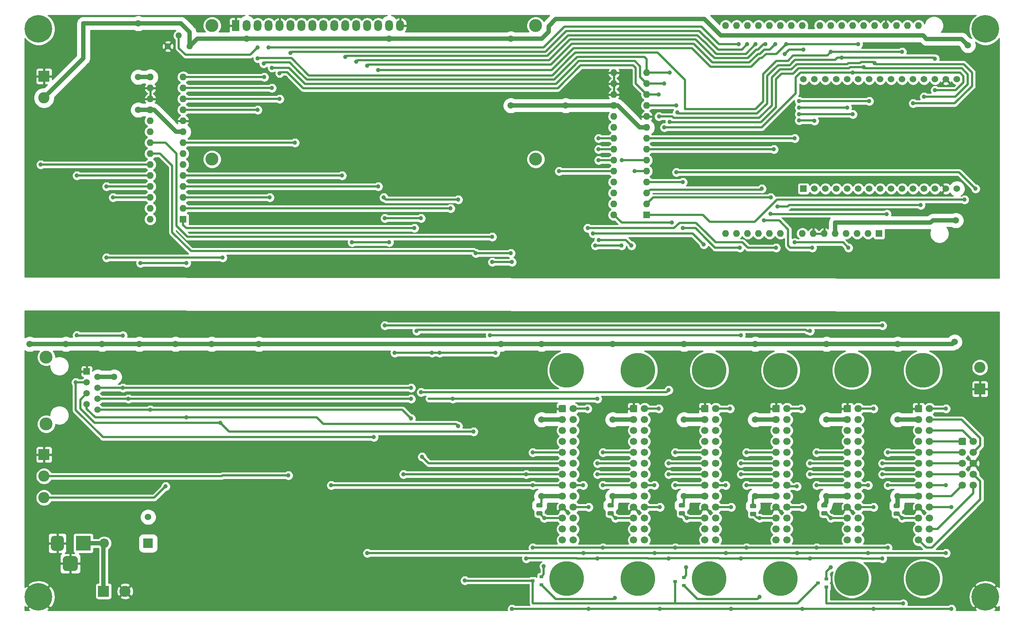
<source format=gbr>
%TF.GenerationSoftware,KiCad,Pcbnew,(5.1.8)-1*%
%TF.CreationDate,2020-12-01T03:48:25+04:00*%
%TF.ProjectId,111,3131312e-6b69-4636-9164-5f7063625858,ver 1.0*%
%TF.SameCoordinates,Original*%
%TF.FileFunction,Copper,L2,Bot*%
%TF.FilePolarity,Positive*%
%FSLAX46Y46*%
G04 Gerber Fmt 4.6, Leading zero omitted, Abs format (unit mm)*
G04 Created by KiCad (PCBNEW (5.1.8)-1) date 2020-12-01 03:48:25*
%MOMM*%
%LPD*%
G01*
G04 APERTURE LIST*
%TA.AperFunction,ComponentPad*%
%ADD10C,2.600000*%
%TD*%
%TA.AperFunction,ComponentPad*%
%ADD11R,2.600000X2.600000*%
%TD*%
%TA.AperFunction,ComponentPad*%
%ADD12O,1.600000X1.600000*%
%TD*%
%TA.AperFunction,ComponentPad*%
%ADD13R,1.600000X1.600000*%
%TD*%
%TA.AperFunction,ComponentPad*%
%ADD14C,1.700000*%
%TD*%
%TA.AperFunction,ComponentPad*%
%ADD15C,1.524000*%
%TD*%
%TA.AperFunction,ComponentPad*%
%ADD16R,1.524000X1.524000*%
%TD*%
%TA.AperFunction,ComponentPad*%
%ADD17C,1.440000*%
%TD*%
%TA.AperFunction,ComponentPad*%
%ADD18C,3.000000*%
%TD*%
%TA.AperFunction,ComponentPad*%
%ADD19O,1.800000X2.600000*%
%TD*%
%TA.AperFunction,ComponentPad*%
%ADD20R,1.800000X2.600000*%
%TD*%
%TA.AperFunction,SMDPad,CuDef*%
%ADD21R,0.900000X0.800000*%
%TD*%
%TA.AperFunction,ComponentPad*%
%ADD22R,2.200000X2.200000*%
%TD*%
%TA.AperFunction,ComponentPad*%
%ADD23O,2.200000X2.200000*%
%TD*%
%TA.AperFunction,ComponentPad*%
%ADD24C,6.400000*%
%TD*%
%TA.AperFunction,ComponentPad*%
%ADD25R,3.500000X3.500000*%
%TD*%
%TA.AperFunction,ComponentPad*%
%ADD26C,1.500000*%
%TD*%
%TA.AperFunction,ComponentPad*%
%ADD27R,1.500000X1.500000*%
%TD*%
%TA.AperFunction,ComponentPad*%
%ADD28C,8.000000*%
%TD*%
%TA.AperFunction,ViaPad*%
%ADD29C,1.500000*%
%TD*%
%TA.AperFunction,ViaPad*%
%ADD30C,1.000000*%
%TD*%
%TA.AperFunction,Conductor*%
%ADD31C,1.000000*%
%TD*%
%TA.AperFunction,Conductor*%
%ADD32C,0.500000*%
%TD*%
%TA.AperFunction,Conductor*%
%ADD33C,0.254000*%
%TD*%
%TA.AperFunction,Conductor*%
%ADD34C,0.100000*%
%TD*%
G04 APERTURE END LIST*
D10*
%TO.P,\u002AJ2,2*%
%TO.N,5V*%
X22606000Y-34798000D03*
D11*
%TO.P,\u002AJ2,1*%
%TO.N,Earth_Protective*%
X22606000Y-29798000D03*
%TD*%
D12*
%TO.P,\u002AXA1,16*%
%TO.N,Net-(\u002AXA1-Pad16)*%
X183134000Y-18034000D03*
%TO.P,\u002AXA1,15*%
%TO.N,Net-(\u002AXA1-Pad15)*%
X180594000Y-18034000D03*
%TO.P,\u002AXA1,30*%
%TO.N,Net-(\u002AXA1-Pad30)*%
X220214000Y-18034000D03*
%TO.P,\u002AXA1,14*%
%TO.N,Net-(\u002AXA1-Pad14)*%
X180594000Y-66294000D03*
%TO.P,\u002AXA1,29*%
%TO.N,Earth_Protective*%
X217674000Y-18034000D03*
%TO.P,\u002AXA1,13*%
%TO.N,Net-(\u002AXA1-Pad13)*%
X183134000Y-66294000D03*
%TO.P,\u002AXA1,28*%
%TO.N,SCK*%
X215134000Y-18034000D03*
%TO.P,\u002AXA1,12*%
%TO.N,Net-(\u002AXA1-Pad12)*%
X185674000Y-66294000D03*
%TO.P,\u002AXA1,27*%
%TO.N,SO*%
X212594000Y-18034000D03*
%TO.P,\u002AXA1,11*%
%TO.N,Net-(\u002AXA1-Pad11)*%
X188214000Y-66294000D03*
%TO.P,\u002AXA1,26*%
%TO.N,SI*%
X210054000Y-18034000D03*
%TO.P,\u002AXA1,10*%
%TO.N,Net-(\u002AXA1-Pad10)*%
X190754000Y-66294000D03*
%TO.P,\u002AXA1,25*%
%TO.N,CS0*%
X207514000Y-18034000D03*
%TO.P,\u002AXA1,9*%
%TO.N,Net-(\u002AXA1-Pad9)*%
X193294000Y-66294000D03*
%TO.P,\u002AXA1,24*%
%TO.N,CS1*%
X204974000Y-18034000D03*
%TO.P,\u002AXA1,8*%
%TO.N,Net-(\u002AXA1-Pad8)*%
X198374000Y-66294000D03*
%TO.P,\u002AXA1,23*%
%TO.N,Net-(\u002AXA1-Pad23)*%
X202434000Y-18034000D03*
%TO.P,\u002AXA1,7*%
%TO.N,Earth_Protective*%
X200914000Y-66294000D03*
%TO.P,\u002AXA1,22*%
%TO.N,LCDD7*%
X198374000Y-18034000D03*
%TO.P,\u002AXA1,6*%
%TO.N,Earth_Protective*%
X203454000Y-66294000D03*
%TO.P,\u002AXA1,21*%
%TO.N,LCDD6*%
X195834000Y-18034000D03*
%TO.P,\u002AXA1,5*%
%TO.N,5V*%
X205994000Y-66294000D03*
%TO.P,\u002AXA1,20*%
%TO.N,LCDD5*%
X193294000Y-18034000D03*
%TO.P,\u002AXA1,4*%
%TO.N,Net-(\u002AXA1-Pad4)*%
X208534000Y-66294000D03*
%TO.P,\u002AXA1,19*%
%TO.N,LCDD4*%
X190754000Y-18034000D03*
%TO.P,\u002AXA1,3*%
%TO.N,Net-(\u002AXA1-Pad3)*%
X211074000Y-66294000D03*
%TO.P,\u002AXA1,18*%
%TO.N,LCDD3*%
X188214000Y-18034000D03*
%TO.P,\u002AXA1,2*%
%TO.N,Net-(\u002AXA1-Pad2)*%
X213614000Y-66294000D03*
%TO.P,\u002AXA1,17*%
%TO.N,LCDD2*%
X185674000Y-18034000D03*
D13*
%TO.P,\u002AXA1,1*%
%TO.N,Net-(\u002AXA1-Pad1)*%
X216154000Y-66294000D03*
D12*
%TO.P,\u002AXA1,31*%
%TO.N,Net-(\u002AXA1-Pad31)*%
X222754000Y-18034000D03*
%TO.P,\u002AXA1,32*%
%TO.N,Net-(\u002AXA1-Pad32)*%
X225294000Y-18034000D03*
%TD*%
%TO.P,U5,28*%
%TO.N,BTN1IN*%
X154686000Y-61976000D03*
%TO.P,U5,14*%
%TO.N,SO*%
X162306000Y-28956000D03*
%TO.P,U5,27*%
%TO.N,Net-(U5-Pad27)*%
X154686000Y-59436000D03*
%TO.P,U5,13*%
%TO.N,SI*%
X162306000Y-31496000D03*
%TO.P,U5,26*%
%TO.N,Net-(U5-Pad26)*%
X154686000Y-56896000D03*
%TO.P,U5,12*%
%TO.N,SCK*%
X162306000Y-34036000D03*
%TO.P,U5,25*%
%TO.N,Net-(U5-Pad25)*%
X154686000Y-54356000D03*
%TO.P,U5,11*%
%TO.N,CS0*%
X162306000Y-36576000D03*
%TO.P,U5,24*%
%TO.N,/DirM6*%
X154686000Y-51816000D03*
%TO.P,U5,10*%
%TO.N,Earth_Protective*%
X162306000Y-39116000D03*
%TO.P,U5,23*%
%TO.N,/DirM5*%
X154686000Y-49276000D03*
%TO.P,U5,9*%
%TO.N,5V*%
X162306000Y-41656000D03*
%TO.P,U5,22*%
%TO.N,/DirM4*%
X154686000Y-46736000D03*
%TO.P,U5,8*%
%TO.N,/DirM2*%
X162306000Y-44196000D03*
%TO.P,U5,21*%
%TO.N,/DirM3*%
X154686000Y-44196000D03*
%TO.P,U5,7*%
%TO.N,/DirM1*%
X162306000Y-46736000D03*
%TO.P,U5,20*%
%TO.N,Net-(U5-Pad20)*%
X154686000Y-41656000D03*
%TO.P,U5,6*%
%TO.N,/StepM6*%
X162306000Y-49276000D03*
%TO.P,U5,19*%
%TO.N,Net-(U5-Pad19)*%
X154686000Y-39116000D03*
%TO.P,U5,5*%
%TO.N,/StepM5*%
X162306000Y-51816000D03*
%TO.P,U5,18*%
%TO.N,5V*%
X154686000Y-36576000D03*
%TO.P,U5,4*%
%TO.N,/StepM4*%
X162306000Y-54356000D03*
%TO.P,U5,17*%
%TO.N,Earth_Protective*%
X154686000Y-34036000D03*
%TO.P,U5,3*%
%TO.N,/StepM3*%
X162306000Y-56896000D03*
%TO.P,U5,16*%
%TO.N,Earth_Protective*%
X154686000Y-31496000D03*
%TO.P,U5,2*%
%TO.N,/StepM2*%
X162306000Y-59436000D03*
%TO.P,U5,15*%
%TO.N,Earth_Protective*%
X154686000Y-28956000D03*
D13*
%TO.P,U5,1*%
%TO.N,/StepM1*%
X162306000Y-61976000D03*
%TD*%
%TO.P,J12,1*%
%TO.N,Net-(J12-Pad1)*%
%TA.AperFunction,ComponentPad*%
G36*
G01*
X234608000Y-115154000D02*
X234608000Y-113954000D01*
G75*
G02*
X234858000Y-113704000I250000J0D01*
G01*
X236058000Y-113704000D01*
G75*
G02*
X236308000Y-113954000I0J-250000D01*
G01*
X236308000Y-115154000D01*
G75*
G02*
X236058000Y-115404000I-250000J0D01*
G01*
X234858000Y-115404000D01*
G75*
G02*
X234608000Y-115154000I0J250000D01*
G01*
G37*
%TD.AperFunction*%
D14*
%TO.P,J12,3*%
%TO.N,Net-(J12-Pad3)*%
X235458000Y-117094000D03*
%TO.P,J12,5*%
%TO.N,Net-(J12-Pad5)*%
X235458000Y-119634000D03*
%TO.P,J12,7*%
%TO.N,Net-(J12-Pad7)*%
X235458000Y-122174000D03*
%TO.P,J12,9*%
%TO.N,Net-(J12-Pad9)*%
X235458000Y-124714000D03*
%TO.P,J12,2*%
%TO.N,Net-(J12-Pad2)*%
X237998000Y-114554000D03*
%TO.P,J12,4*%
%TO.N,Net-(J12-Pad4)*%
X237998000Y-117094000D03*
%TO.P,J12,6*%
%TO.N,COM*%
X237998000Y-119634000D03*
%TO.P,J12,8*%
%TO.N,Net-(J12-Pad8)*%
X237998000Y-122174000D03*
%TO.P,J12,10*%
%TO.N,Net-(J12-Pad10)*%
X237998000Y-124714000D03*
%TD*%
D12*
%TO.P,U3,28*%
%TO.N,S6IN*%
X47244000Y-62992000D03*
%TO.P,U3,14*%
%TO.N,SO*%
X54864000Y-29972000D03*
%TO.P,U3,27*%
%TO.N,S5IN*%
X47244000Y-60452000D03*
%TO.P,U3,13*%
%TO.N,SI*%
X54864000Y-32512000D03*
%TO.P,U3,26*%
%TO.N,S4IN*%
X47244000Y-57912000D03*
%TO.P,U3,12*%
%TO.N,SCK*%
X54864000Y-35052000D03*
%TO.P,U3,25*%
%TO.N,S3IN*%
X47244000Y-55372000D03*
%TO.P,U3,11*%
%TO.N,CS1*%
X54864000Y-37592000D03*
%TO.P,U3,24*%
%TO.N,S2IN*%
X47244000Y-52832000D03*
%TO.P,U3,10*%
%TO.N,Earth_Protective*%
X54864000Y-40132000D03*
%TO.P,U3,23*%
%TO.N,S1IN*%
X47244000Y-50292000D03*
%TO.P,U3,9*%
%TO.N,5V*%
X54864000Y-42672000D03*
%TO.P,U3,22*%
%TO.N,NotSigOut1IN*%
X47244000Y-47752000D03*
%TO.P,U3,8*%
%TO.N,PanelIN*%
X54864000Y-45212000D03*
%TO.P,U3,21*%
%TO.N,SigOut2IN*%
X47244000Y-45212000D03*
%TO.P,U3,7*%
%TO.N,Net-(U3-Pad7)*%
X54864000Y-47752000D03*
%TO.P,U3,20*%
%TO.N,Net-(U3-Pad20)*%
X47244000Y-42672000D03*
%TO.P,U3,6*%
%TO.N,Net-(U3-Pad6)*%
X54864000Y-50292000D03*
%TO.P,U3,19*%
%TO.N,Net-(U3-Pad19)*%
X47244000Y-40132000D03*
%TO.P,U3,5*%
%TO.N,#SigIn4*%
X54864000Y-52832000D03*
%TO.P,U3,18*%
%TO.N,5V*%
X47244000Y-37592000D03*
%TO.P,U3,4*%
%TO.N,#SigIn3*%
X54864000Y-55372000D03*
%TO.P,U3,17*%
%TO.N,Earth_Protective*%
X47244000Y-35052000D03*
%TO.P,U3,3*%
%TO.N,PanelLED*%
X54864000Y-57912000D03*
%TO.P,U3,16*%
%TO.N,Earth_Protective*%
X47244000Y-32512000D03*
%TO.P,U3,2*%
%TO.N,#SigIn1*%
X54864000Y-60452000D03*
%TO.P,U3,15*%
%TO.N,5V*%
X47244000Y-29972000D03*
D13*
%TO.P,U3,1*%
%TO.N,#SigIn2*%
X54864000Y-62992000D03*
%TD*%
D15*
%TO.P,U2,30*%
%TO.N,LCDD6*%
X198628000Y-30480000D03*
%TO.P,U2,29*%
%TO.N,LCDD2*%
X201168000Y-30480000D03*
%TO.P,U2,28*%
%TO.N,Net-(U2-Pad28)*%
X203708000Y-30480000D03*
%TO.P,U2,27*%
%TO.N,Net-(U2-Pad27)*%
X206248000Y-30480000D03*
%TO.P,U2,26*%
%TO.N,LCDD3*%
X208788000Y-30480000D03*
%TO.P,U2,25*%
%TO.N,LCDD7*%
X211328000Y-30480000D03*
%TO.P,U2,24*%
%TO.N,LCDD5*%
X213868000Y-30480000D03*
%TO.P,U2,23*%
%TO.N,Net-(U2-Pad23)*%
X216408000Y-30480000D03*
%TO.P,U2,22*%
%TO.N,Net-(U2-Pad22)*%
X218948000Y-30480000D03*
%TO.P,U2,21*%
%TO.N,CS1*%
X221488000Y-30480000D03*
%TO.P,U2,20*%
%TO.N,Net-(U2-Pad20)*%
X224028000Y-30480000D03*
%TO.P,U2,19*%
%TO.N,Net-(U2-Pad19)*%
X226568000Y-30480000D03*
%TO.P,U2,18*%
%TO.N,CS0*%
X229108000Y-30480000D03*
%TO.P,U2,17*%
%TO.N,Earth_Protective*%
X231648000Y-30480000D03*
%TO.P,U2,16*%
%TO.N,Net-(U2-Pad16)*%
X234188000Y-30480000D03*
%TO.P,U2,15*%
%TO.N,5V*%
X234188000Y-55880000D03*
%TO.P,U2,14*%
%TO.N,Earth_Protective*%
X231648000Y-55880000D03*
%TO.P,U2,13*%
%TO.N,SI*%
X229108000Y-55880000D03*
%TO.P,U2,12*%
%TO.N,SO*%
X226568000Y-55880000D03*
%TO.P,U2,11*%
%TO.N,SCK*%
X224028000Y-55880000D03*
%TO.P,U2,10*%
%TO.N,Net-(U2-Pad10)*%
X221488000Y-55880000D03*
%TO.P,U2,9*%
%TO.N,Net-(U2-Pad9)*%
X218948000Y-55880000D03*
%TO.P,U2,8*%
%TO.N,Net-(U2-Pad8)*%
X216408000Y-55880000D03*
%TO.P,U2,7*%
%TO.N,Net-(U2-Pad7)*%
X213868000Y-55880000D03*
%TO.P,U2,6*%
%TO.N,Net-(U2-Pad6)*%
X211328000Y-55880000D03*
%TO.P,U2,5*%
%TO.N,LCDD4*%
X208788000Y-55880000D03*
%TO.P,U2,4*%
%TO.N,Net-(U2-Pad4)*%
X206248000Y-55880000D03*
%TO.P,U2,3*%
%TO.N,Net-(U2-Pad3)*%
X203708000Y-55880000D03*
%TO.P,U2,2*%
%TO.N,Net-(U2-Pad2)*%
X201168000Y-55880000D03*
D16*
%TO.P,U2,1*%
%TO.N,Net-(U2-Pad1)*%
X198628000Y-55880000D03*
%TD*%
D17*
%TO.P,RV1,1*%
%TO.N,Earth_Protective*%
X51308000Y-22860000D03*
%TO.P,RV1,2*%
%TO.N,Net-(DS1-Pad3)*%
X53848000Y-20320000D03*
%TO.P,RV1,3*%
%TO.N,5V*%
X56388000Y-22860000D03*
%TD*%
D18*
%TO.P,DS1,*%
%TO.N,*%
X136556000Y-18034000D03*
X136555480Y-49034700D03*
X61556900Y-49034700D03*
X61556900Y-18034000D03*
D19*
%TO.P,DS1,16*%
%TO.N,Earth_Protective*%
X105156000Y-18034000D03*
%TO.P,DS1,15*%
%TO.N,5V*%
X102616000Y-18034000D03*
%TO.P,DS1,14*%
%TO.N,LCDD7*%
X100076000Y-18034000D03*
%TO.P,DS1,13*%
%TO.N,LCDD6*%
X97536000Y-18034000D03*
%TO.P,DS1,12*%
%TO.N,LCDD5*%
X94996000Y-18034000D03*
%TO.P,DS1,11*%
%TO.N,LCDD4*%
X92456000Y-18034000D03*
%TO.P,DS1,10*%
%TO.N,Net-(DS1-Pad10)*%
X89916000Y-18034000D03*
%TO.P,DS1,9*%
%TO.N,Net-(DS1-Pad9)*%
X87376000Y-18034000D03*
%TO.P,DS1,8*%
%TO.N,Net-(DS1-Pad8)*%
X84836000Y-18034000D03*
%TO.P,DS1,7*%
%TO.N,Net-(DS1-Pad7)*%
X82296000Y-18034000D03*
%TO.P,DS1,6*%
%TO.N,LCDD3*%
X79756000Y-18034000D03*
%TO.P,DS1,5*%
%TO.N,Earth_Protective*%
X77216000Y-18034000D03*
%TO.P,DS1,4*%
%TO.N,LCDD2*%
X74676000Y-18034000D03*
%TO.P,DS1,3*%
%TO.N,Net-(DS1-Pad3)*%
X72136000Y-18034000D03*
%TO.P,DS1,2*%
%TO.N,5V*%
X69596000Y-18034000D03*
D20*
%TO.P,DS1,1*%
%TO.N,Earth_Protective*%
X67056000Y-18034000D03*
%TD*%
D21*
%TO.P,\u002AD1,3*%
%TO.N,Net-(\u002AD1-Pad3)*%
X201962000Y-147386000D03*
%TO.P,\u002AD1,2*%
%TO.N,SigOut1M1*%
X203962000Y-148336000D03*
%TO.P,\u002AD1,1*%
%TO.N,SigOut1M2*%
X203962000Y-146436000D03*
%TD*%
D22*
%TO.P,D7,1*%
%TO.N,DC12*%
X46736000Y-138176000D03*
D23*
%TO.P,D7,2*%
%TO.N,Net-(\u002AJ3-Pad1)*%
X36576000Y-138176000D03*
%TD*%
D21*
%TO.P,\u002AD12,1*%
%TO.N,SigOut1M4*%
X170910000Y-146116000D03*
%TO.P,\u002AD12,2*%
%TO.N,SigOut1M3*%
X170910000Y-148016000D03*
%TO.P,\u002AD12,3*%
%TO.N,Net-(\u002AD1-Pad3)*%
X168910000Y-147066000D03*
%TD*%
%TO.P,\u002AD13,1*%
%TO.N,SigOut1M6*%
X137890000Y-145928000D03*
%TO.P,\u002AD13,2*%
%TO.N,SigOut1M5*%
X137890000Y-147828000D03*
%TO.P,\u002AD13,3*%
%TO.N,Net-(\u002AD1-Pad3)*%
X135890000Y-146878000D03*
%TD*%
D24*
%TO.P,H1,1*%
%TO.N,Net-(H1-Pad1)*%
X240792000Y-18796000D03*
%TD*%
%TO.P,H2,1*%
%TO.N,Net-(H2-Pad1)*%
X21336000Y-18796000D03*
%TD*%
%TO.P,H3,1*%
%TO.N,COM*%
X240792000Y-150622000D03*
%TD*%
%TO.P,H4,1*%
%TO.N,COM*%
X21336000Y-150622000D03*
%TD*%
D10*
%TO.P,\u002AJ1,2*%
%TO.N,Net-(\u002AD4-Pad2)*%
X239522000Y-97362000D03*
D11*
%TO.P,\u002AJ1,1*%
%TO.N,COM*%
X239522000Y-102362000D03*
%TD*%
%TO.P,J2,1*%
%TO.N,COM*%
X22606000Y-117602000D03*
D10*
%TO.P,J2,2*%
%TO.N,Net-(J2-Pad2)*%
X22606000Y-122602000D03*
%TO.P,J2,3*%
%TO.N,Net-(\u002AU2-Pad4)*%
X22606000Y-127602000D03*
%TD*%
D11*
%TO.P,\u002AJ3,1*%
%TO.N,Net-(\u002AJ3-Pad1)*%
X36402000Y-149301200D03*
D10*
%TO.P,\u002AJ3,2*%
%TO.N,COM*%
X41402000Y-149301200D03*
%TD*%
D25*
%TO.P,J4,1*%
%TO.N,Net-(\u002AJ3-Pad1)*%
X31702000Y-138176000D03*
%TO.P,J4,2*%
%TO.N,COM*%
%TA.AperFunction,ComponentPad*%
G36*
G01*
X24202000Y-139176000D02*
X24202000Y-137176000D01*
G75*
G02*
X24952000Y-136426000I750000J0D01*
G01*
X26452000Y-136426000D01*
G75*
G02*
X27202000Y-137176000I0J-750000D01*
G01*
X27202000Y-139176000D01*
G75*
G02*
X26452000Y-139926000I-750000J0D01*
G01*
X24952000Y-139926000D01*
G75*
G02*
X24202000Y-139176000I0J750000D01*
G01*
G37*
%TD.AperFunction*%
%TO.P,J4,3*%
%TA.AperFunction,ComponentPad*%
G36*
G01*
X26952000Y-143751000D02*
X26952000Y-142001000D01*
G75*
G02*
X27827000Y-141126000I875000J0D01*
G01*
X29577000Y-141126000D01*
G75*
G02*
X30452000Y-142001000I0J-875000D01*
G01*
X30452000Y-143751000D01*
G75*
G02*
X29577000Y-144626000I-875000J0D01*
G01*
X27827000Y-144626000D01*
G75*
G02*
X26952000Y-143751000I0J875000D01*
G01*
G37*
%TD.AperFunction*%
%TD*%
D18*
%TO.P,J5,SH*%
%TO.N,N/C*%
X23112000Y-110513000D03*
D26*
%TO.P,J5,3*%
%TO.N,S1*%
X32512000Y-100838000D03*
%TO.P,J5,5*%
%TO.N,S3*%
X32512000Y-103378000D03*
%TO.P,J5,4*%
%TO.N,S2*%
X35052000Y-102108000D03*
%TO.P,J5,7*%
%TO.N,S5*%
X32512000Y-105918000D03*
D27*
%TO.P,J5,1*%
%TO.N,COM*%
X32512000Y-98298000D03*
D26*
%TO.P,J5,2*%
%TO.N,DC12*%
X35052000Y-99568000D03*
D18*
%TO.P,J5,SH*%
%TO.N,N/C*%
X23112000Y-94973000D03*
D26*
%TO.P,J5,8*%
%TO.N,S6*%
X35052000Y-107188000D03*
%TO.P,J5,6*%
%TO.N,S4*%
X35052000Y-104648000D03*
%TD*%
D28*
%TO.P,J6,MP*%
%TO.N,N/C*%
X226318000Y-146354000D03*
X226318000Y-97994000D03*
D14*
%TO.P,J6,26*%
%TO.N,Net-(J6-Pad26)*%
X227838000Y-137414000D03*
%TO.P,J6,24*%
%TO.N,Net-(J12-Pad10)*%
X227838000Y-134874000D03*
%TO.P,J6,22*%
%TO.N,SigOut4M1*%
X227838000Y-132334000D03*
%TO.P,J6,20*%
%TO.N,SigOut2*%
X227838000Y-129794000D03*
%TO.P,J6,18*%
%TO.N,Net-(J12-Pad9)*%
X227838000Y-127254000D03*
%TO.P,J6,16*%
%TO.N,SigIn3*%
X227838000Y-124714000D03*
%TO.P,J6,14*%
%TO.N,Net-(J12-Pad7)*%
X227838000Y-122174000D03*
%TO.P,J6,12*%
%TO.N,Net-(J12-Pad5)*%
X227838000Y-119634000D03*
%TO.P,J6,10*%
%TO.N,Net-(J12-Pad3)*%
X227838000Y-117094000D03*
%TO.P,J6,8*%
%TO.N,Net-(J12-Pad1)*%
X227838000Y-114554000D03*
%TO.P,J6,6*%
%TO.N,Net-(J12-Pad2)*%
X227838000Y-112014000D03*
%TO.P,J6,4*%
%TO.N,Net-(J12-Pad4)*%
X227838000Y-109474000D03*
%TO.P,J6,2*%
%TO.N,SM1*%
X227838000Y-106934000D03*
%TO.P,J6,25*%
%TO.N,Net-(J12-Pad8)*%
X225298000Y-137414000D03*
%TO.P,J6,23*%
%TO.N,SigOut3M1*%
X225298000Y-134874000D03*
%TO.P,J6,21*%
%TO.N,SigOut1M1*%
X225298000Y-132334000D03*
%TO.P,J6,19*%
%TO.N,COM*%
X225298000Y-129794000D03*
%TO.P,J6,17*%
%TO.N,DC12*%
X225298000Y-127254000D03*
%TO.P,J6,15*%
%TO.N,SigIn4*%
X225298000Y-124714000D03*
%TO.P,J6,13*%
%TO.N,SigIn2*%
X225298000Y-122174000D03*
%TO.P,J6,11*%
%TO.N,SigIn1M1*%
X225298000Y-119634000D03*
%TO.P,J6,9*%
%TO.N,DM1*%
X225298000Y-117094000D03*
%TO.P,J6,7*%
%TO.N,Net-(J6-Pad7)*%
X225298000Y-114554000D03*
%TO.P,J6,5*%
%TO.N,Net-(J6-Pad5)*%
X225298000Y-112014000D03*
%TO.P,J6,3*%
%TO.N,DC12*%
X225298000Y-109474000D03*
%TO.P,J6,1*%
%TO.N,COM*%
%TA.AperFunction,ComponentPad*%
G36*
G01*
X224448000Y-107534000D02*
X224448000Y-106334000D01*
G75*
G02*
X224698000Y-106084000I250000J0D01*
G01*
X225898000Y-106084000D01*
G75*
G02*
X226148000Y-106334000I0J-250000D01*
G01*
X226148000Y-107534000D01*
G75*
G02*
X225898000Y-107784000I-250000J0D01*
G01*
X224698000Y-107784000D01*
G75*
G02*
X224448000Y-107534000I0J250000D01*
G01*
G37*
%TD.AperFunction*%
%TD*%
%TO.P,J7,1*%
%TO.N,COM*%
%TA.AperFunction,ComponentPad*%
G36*
G01*
X207938000Y-107534000D02*
X207938000Y-106334000D01*
G75*
G02*
X208188000Y-106084000I250000J0D01*
G01*
X209388000Y-106084000D01*
G75*
G02*
X209638000Y-106334000I0J-250000D01*
G01*
X209638000Y-107534000D01*
G75*
G02*
X209388000Y-107784000I-250000J0D01*
G01*
X208188000Y-107784000D01*
G75*
G02*
X207938000Y-107534000I0J250000D01*
G01*
G37*
%TD.AperFunction*%
%TO.P,J7,3*%
%TO.N,DC12*%
X208788000Y-109474000D03*
%TO.P,J7,5*%
%TO.N,Net-(J7-Pad5)*%
X208788000Y-112014000D03*
%TO.P,J7,7*%
%TO.N,Net-(J7-Pad7)*%
X208788000Y-114554000D03*
%TO.P,J7,9*%
%TO.N,DM2*%
X208788000Y-117094000D03*
%TO.P,J7,11*%
%TO.N,SigIn1M2*%
X208788000Y-119634000D03*
%TO.P,J7,13*%
%TO.N,SigIn2*%
X208788000Y-122174000D03*
%TO.P,J7,15*%
%TO.N,SigIn4*%
X208788000Y-124714000D03*
%TO.P,J7,17*%
%TO.N,DC12*%
X208788000Y-127254000D03*
%TO.P,J7,19*%
%TO.N,COM*%
X208788000Y-129794000D03*
%TO.P,J7,21*%
%TO.N,SigOut1M2*%
X208788000Y-132334000D03*
%TO.P,J7,23*%
%TO.N,Net-(J7-Pad23)*%
X208788000Y-134874000D03*
%TO.P,J7,25*%
%TO.N,Net-(J7-Pad25)*%
X208788000Y-137414000D03*
%TO.P,J7,2*%
%TO.N,SM2*%
X211328000Y-106934000D03*
%TO.P,J7,4*%
%TO.N,Net-(J7-Pad4)*%
X211328000Y-109474000D03*
%TO.P,J7,6*%
%TO.N,Net-(J7-Pad6)*%
X211328000Y-112014000D03*
%TO.P,J7,8*%
%TO.N,Net-(J7-Pad8)*%
X211328000Y-114554000D03*
%TO.P,J7,10*%
%TO.N,Net-(J7-Pad10)*%
X211328000Y-117094000D03*
%TO.P,J7,12*%
%TO.N,Net-(J7-Pad12)*%
X211328000Y-119634000D03*
%TO.P,J7,14*%
%TO.N,Net-(J7-Pad14)*%
X211328000Y-122174000D03*
%TO.P,J7,16*%
%TO.N,SigIn3*%
X211328000Y-124714000D03*
%TO.P,J7,18*%
%TO.N,Net-(J7-Pad18)*%
X211328000Y-127254000D03*
%TO.P,J7,20*%
%TO.N,SigOut2*%
X211328000Y-129794000D03*
%TO.P,J7,22*%
%TO.N,Net-(J7-Pad22)*%
X211328000Y-132334000D03*
%TO.P,J7,24*%
%TO.N,Net-(J7-Pad24)*%
X211328000Y-134874000D03*
%TO.P,J7,26*%
%TO.N,Net-(J7-Pad26)*%
X211328000Y-137414000D03*
D28*
%TO.P,J7,MP*%
%TO.N,N/C*%
X209808000Y-97994000D03*
X209808000Y-146354000D03*
%TD*%
%TO.P,J8,MP*%
%TO.N,N/C*%
X193298000Y-146354000D03*
X193298000Y-97994000D03*
D14*
%TO.P,J8,26*%
%TO.N,Net-(J8-Pad26)*%
X194818000Y-137414000D03*
%TO.P,J8,24*%
%TO.N,Net-(J8-Pad24)*%
X194818000Y-134874000D03*
%TO.P,J8,22*%
%TO.N,Net-(J8-Pad22)*%
X194818000Y-132334000D03*
%TO.P,J8,20*%
%TO.N,SigOut2*%
X194818000Y-129794000D03*
%TO.P,J8,18*%
%TO.N,Net-(J8-Pad18)*%
X194818000Y-127254000D03*
%TO.P,J8,16*%
%TO.N,SigIn3*%
X194818000Y-124714000D03*
%TO.P,J8,14*%
%TO.N,Net-(J8-Pad14)*%
X194818000Y-122174000D03*
%TO.P,J8,12*%
%TO.N,Net-(J8-Pad12)*%
X194818000Y-119634000D03*
%TO.P,J8,10*%
%TO.N,Net-(J8-Pad10)*%
X194818000Y-117094000D03*
%TO.P,J8,8*%
%TO.N,Net-(J8-Pad8)*%
X194818000Y-114554000D03*
%TO.P,J8,6*%
%TO.N,Net-(J8-Pad6)*%
X194818000Y-112014000D03*
%TO.P,J8,4*%
%TO.N,Net-(J8-Pad4)*%
X194818000Y-109474000D03*
%TO.P,J8,2*%
%TO.N,SM3*%
X194818000Y-106934000D03*
%TO.P,J8,25*%
%TO.N,Net-(J8-Pad25)*%
X192278000Y-137414000D03*
%TO.P,J8,23*%
%TO.N,Net-(J8-Pad23)*%
X192278000Y-134874000D03*
%TO.P,J8,21*%
%TO.N,SigOut1M3*%
X192278000Y-132334000D03*
%TO.P,J8,19*%
%TO.N,COM*%
X192278000Y-129794000D03*
%TO.P,J8,17*%
%TO.N,DC12*%
X192278000Y-127254000D03*
%TO.P,J8,15*%
%TO.N,SigIn4*%
X192278000Y-124714000D03*
%TO.P,J8,13*%
%TO.N,SigIn2*%
X192278000Y-122174000D03*
%TO.P,J8,11*%
%TO.N,SigIn1M3*%
X192278000Y-119634000D03*
%TO.P,J8,9*%
%TO.N,DM3*%
X192278000Y-117094000D03*
%TO.P,J8,7*%
%TO.N,Net-(J8-Pad7)*%
X192278000Y-114554000D03*
%TO.P,J8,5*%
%TO.N,Net-(J8-Pad5)*%
X192278000Y-112014000D03*
%TO.P,J8,3*%
%TO.N,DC12*%
X192278000Y-109474000D03*
%TO.P,J8,1*%
%TO.N,COM*%
%TA.AperFunction,ComponentPad*%
G36*
G01*
X191428000Y-107534000D02*
X191428000Y-106334000D01*
G75*
G02*
X191678000Y-106084000I250000J0D01*
G01*
X192878000Y-106084000D01*
G75*
G02*
X193128000Y-106334000I0J-250000D01*
G01*
X193128000Y-107534000D01*
G75*
G02*
X192878000Y-107784000I-250000J0D01*
G01*
X191678000Y-107784000D01*
G75*
G02*
X191428000Y-107534000I0J250000D01*
G01*
G37*
%TD.AperFunction*%
%TD*%
D28*
%TO.P,J9,MP*%
%TO.N,N/C*%
X176788000Y-146354000D03*
X176788000Y-97994000D03*
D14*
%TO.P,J9,26*%
%TO.N,Net-(J9-Pad26)*%
X178308000Y-137414000D03*
%TO.P,J9,24*%
%TO.N,Net-(J9-Pad24)*%
X178308000Y-134874000D03*
%TO.P,J9,22*%
%TO.N,Net-(J9-Pad22)*%
X178308000Y-132334000D03*
%TO.P,J9,20*%
%TO.N,SigOut2*%
X178308000Y-129794000D03*
%TO.P,J9,18*%
%TO.N,Net-(J9-Pad18)*%
X178308000Y-127254000D03*
%TO.P,J9,16*%
%TO.N,SigIn3*%
X178308000Y-124714000D03*
%TO.P,J9,14*%
%TO.N,Net-(J9-Pad14)*%
X178308000Y-122174000D03*
%TO.P,J9,12*%
%TO.N,Net-(J9-Pad12)*%
X178308000Y-119634000D03*
%TO.P,J9,10*%
%TO.N,Net-(J9-Pad10)*%
X178308000Y-117094000D03*
%TO.P,J9,8*%
%TO.N,Net-(J9-Pad8)*%
X178308000Y-114554000D03*
%TO.P,J9,6*%
%TO.N,Net-(J9-Pad6)*%
X178308000Y-112014000D03*
%TO.P,J9,4*%
%TO.N,Net-(J9-Pad4)*%
X178308000Y-109474000D03*
%TO.P,J9,2*%
%TO.N,SM4*%
X178308000Y-106934000D03*
%TO.P,J9,25*%
%TO.N,Net-(J9-Pad25)*%
X175768000Y-137414000D03*
%TO.P,J9,23*%
%TO.N,Net-(J9-Pad23)*%
X175768000Y-134874000D03*
%TO.P,J9,21*%
%TO.N,SigOut1M4*%
X175768000Y-132334000D03*
%TO.P,J9,19*%
%TO.N,COM*%
X175768000Y-129794000D03*
%TO.P,J9,17*%
%TO.N,DC12*%
X175768000Y-127254000D03*
%TO.P,J9,15*%
%TO.N,SigIn4*%
X175768000Y-124714000D03*
%TO.P,J9,13*%
%TO.N,SigIn2*%
X175768000Y-122174000D03*
%TO.P,J9,11*%
%TO.N,SigIn1M4*%
X175768000Y-119634000D03*
%TO.P,J9,9*%
%TO.N,DM4*%
X175768000Y-117094000D03*
%TO.P,J9,7*%
%TO.N,Net-(J9-Pad7)*%
X175768000Y-114554000D03*
%TO.P,J9,5*%
%TO.N,Net-(J9-Pad5)*%
X175768000Y-112014000D03*
%TO.P,J9,3*%
%TO.N,DC12*%
X175768000Y-109474000D03*
%TO.P,J9,1*%
%TO.N,COM*%
%TA.AperFunction,ComponentPad*%
G36*
G01*
X174918000Y-107534000D02*
X174918000Y-106334000D01*
G75*
G02*
X175168000Y-106084000I250000J0D01*
G01*
X176368000Y-106084000D01*
G75*
G02*
X176618000Y-106334000I0J-250000D01*
G01*
X176618000Y-107534000D01*
G75*
G02*
X176368000Y-107784000I-250000J0D01*
G01*
X175168000Y-107784000D01*
G75*
G02*
X174918000Y-107534000I0J250000D01*
G01*
G37*
%TD.AperFunction*%
%TD*%
%TO.P,J10,1*%
%TO.N,COM*%
%TA.AperFunction,ComponentPad*%
G36*
G01*
X158408000Y-107534000D02*
X158408000Y-106334000D01*
G75*
G02*
X158658000Y-106084000I250000J0D01*
G01*
X159858000Y-106084000D01*
G75*
G02*
X160108000Y-106334000I0J-250000D01*
G01*
X160108000Y-107534000D01*
G75*
G02*
X159858000Y-107784000I-250000J0D01*
G01*
X158658000Y-107784000D01*
G75*
G02*
X158408000Y-107534000I0J250000D01*
G01*
G37*
%TD.AperFunction*%
%TO.P,J10,3*%
%TO.N,DC12*%
X159258000Y-109474000D03*
%TO.P,J10,5*%
%TO.N,Net-(J10-Pad5)*%
X159258000Y-112014000D03*
%TO.P,J10,7*%
%TO.N,Net-(J10-Pad7)*%
X159258000Y-114554000D03*
%TO.P,J10,9*%
%TO.N,DM5*%
X159258000Y-117094000D03*
%TO.P,J10,11*%
%TO.N,SigIn1M5*%
X159258000Y-119634000D03*
%TO.P,J10,13*%
%TO.N,SigIn2*%
X159258000Y-122174000D03*
%TO.P,J10,15*%
%TO.N,SigIn4*%
X159258000Y-124714000D03*
%TO.P,J10,17*%
%TO.N,DC12*%
X159258000Y-127254000D03*
%TO.P,J10,19*%
%TO.N,COM*%
X159258000Y-129794000D03*
%TO.P,J10,21*%
%TO.N,SigOut1M5*%
X159258000Y-132334000D03*
%TO.P,J10,23*%
%TO.N,Net-(J10-Pad23)*%
X159258000Y-134874000D03*
%TO.P,J10,25*%
%TO.N,Net-(J10-Pad25)*%
X159258000Y-137414000D03*
%TO.P,J10,2*%
%TO.N,SM5*%
X161798000Y-106934000D03*
%TO.P,J10,4*%
%TO.N,Net-(J10-Pad4)*%
X161798000Y-109474000D03*
%TO.P,J10,6*%
%TO.N,Net-(J10-Pad6)*%
X161798000Y-112014000D03*
%TO.P,J10,8*%
%TO.N,Net-(J10-Pad8)*%
X161798000Y-114554000D03*
%TO.P,J10,10*%
%TO.N,Net-(J10-Pad10)*%
X161798000Y-117094000D03*
%TO.P,J10,12*%
%TO.N,Net-(J10-Pad12)*%
X161798000Y-119634000D03*
%TO.P,J10,14*%
%TO.N,Net-(J10-Pad14)*%
X161798000Y-122174000D03*
%TO.P,J10,16*%
%TO.N,SigIn3*%
X161798000Y-124714000D03*
%TO.P,J10,18*%
%TO.N,Net-(J10-Pad18)*%
X161798000Y-127254000D03*
%TO.P,J10,20*%
%TO.N,SigOut2*%
X161798000Y-129794000D03*
%TO.P,J10,22*%
%TO.N,Net-(J10-Pad22)*%
X161798000Y-132334000D03*
%TO.P,J10,24*%
%TO.N,Net-(J10-Pad24)*%
X161798000Y-134874000D03*
%TO.P,J10,26*%
%TO.N,Net-(J10-Pad26)*%
X161798000Y-137414000D03*
D28*
%TO.P,J10,MP*%
%TO.N,N/C*%
X160278000Y-97994000D03*
X160278000Y-146354000D03*
%TD*%
%TO.P,J11,1*%
%TO.N,COM*%
%TA.AperFunction,ComponentPad*%
G36*
G01*
X141898000Y-107534000D02*
X141898000Y-106334000D01*
G75*
G02*
X142148000Y-106084000I250000J0D01*
G01*
X143348000Y-106084000D01*
G75*
G02*
X143598000Y-106334000I0J-250000D01*
G01*
X143598000Y-107534000D01*
G75*
G02*
X143348000Y-107784000I-250000J0D01*
G01*
X142148000Y-107784000D01*
G75*
G02*
X141898000Y-107534000I0J250000D01*
G01*
G37*
%TD.AperFunction*%
D14*
%TO.P,J11,3*%
%TO.N,DC12*%
X142748000Y-109474000D03*
%TO.P,J11,5*%
%TO.N,Net-(J11-Pad5)*%
X142748000Y-112014000D03*
%TO.P,J11,7*%
%TO.N,Net-(J11-Pad7)*%
X142748000Y-114554000D03*
%TO.P,J11,9*%
%TO.N,DM6*%
X142748000Y-117094000D03*
%TO.P,J11,11*%
%TO.N,SigIn1M6*%
X142748000Y-119634000D03*
%TO.P,J11,13*%
%TO.N,SigIn2*%
X142748000Y-122174000D03*
%TO.P,J11,15*%
%TO.N,SigIn4*%
X142748000Y-124714000D03*
%TO.P,J11,17*%
%TO.N,DC12*%
X142748000Y-127254000D03*
%TO.P,J11,19*%
%TO.N,COM*%
X142748000Y-129794000D03*
%TO.P,J11,21*%
%TO.N,SigOut1M6*%
X142748000Y-132334000D03*
%TO.P,J11,23*%
%TO.N,Net-(J11-Pad23)*%
X142748000Y-134874000D03*
%TO.P,J11,25*%
%TO.N,Net-(J11-Pad25)*%
X142748000Y-137414000D03*
%TO.P,J11,2*%
%TO.N,SM6*%
X145288000Y-106934000D03*
%TO.P,J11,4*%
%TO.N,Net-(J11-Pad4)*%
X145288000Y-109474000D03*
%TO.P,J11,6*%
%TO.N,Net-(J11-Pad6)*%
X145288000Y-112014000D03*
%TO.P,J11,8*%
%TO.N,Net-(J11-Pad8)*%
X145288000Y-114554000D03*
%TO.P,J11,10*%
%TO.N,Net-(J11-Pad10)*%
X145288000Y-117094000D03*
%TO.P,J11,12*%
%TO.N,Net-(J11-Pad12)*%
X145288000Y-119634000D03*
%TO.P,J11,14*%
%TO.N,Net-(J11-Pad14)*%
X145288000Y-122174000D03*
%TO.P,J11,16*%
%TO.N,SigIn3*%
X145288000Y-124714000D03*
%TO.P,J11,18*%
%TO.N,Net-(J11-Pad18)*%
X145288000Y-127254000D03*
%TO.P,J11,20*%
%TO.N,SigOut2*%
X145288000Y-129794000D03*
%TO.P,J11,22*%
%TO.N,Net-(J11-Pad22)*%
X145288000Y-132334000D03*
%TO.P,J11,24*%
%TO.N,Net-(J11-Pad24)*%
X145288000Y-134874000D03*
%TO.P,J11,26*%
%TO.N,Net-(J11-Pad26)*%
X145288000Y-137414000D03*
D28*
%TO.P,J11,MP*%
%TO.N,N/C*%
X143768000Y-97994000D03*
X143768000Y-146354000D03*
%TD*%
%TO.P,\u002AR11,1*%
%TO.N,SigOut1M1*%
%TA.AperFunction,SMDPad,CuDef*%
G36*
G01*
X220668002Y-131830500D02*
X219767998Y-131830500D01*
G75*
G02*
X219518000Y-131580502I0J249998D01*
G01*
X219518000Y-131055498D01*
G75*
G02*
X219767998Y-130805500I249998J0D01*
G01*
X220668002Y-130805500D01*
G75*
G02*
X220918000Y-131055498I0J-249998D01*
G01*
X220918000Y-131580502D01*
G75*
G02*
X220668002Y-131830500I-249998J0D01*
G01*
G37*
%TD.AperFunction*%
%TO.P,\u002AR11,2*%
%TO.N,DC12*%
%TA.AperFunction,SMDPad,CuDef*%
G36*
G01*
X220668002Y-130005500D02*
X219767998Y-130005500D01*
G75*
G02*
X219518000Y-129755502I0J249998D01*
G01*
X219518000Y-129230498D01*
G75*
G02*
X219767998Y-128980500I249998J0D01*
G01*
X220668002Y-128980500D01*
G75*
G02*
X220918000Y-129230498I0J-249998D01*
G01*
X220918000Y-129755502D01*
G75*
G02*
X220668002Y-130005500I-249998J0D01*
G01*
G37*
%TD.AperFunction*%
%TD*%
%TO.P,\u002AR12,2*%
%TO.N,DC12*%
%TA.AperFunction,SMDPad,CuDef*%
G36*
G01*
X203904002Y-129902000D02*
X203003998Y-129902000D01*
G75*
G02*
X202754000Y-129652002I0J249998D01*
G01*
X202754000Y-129126998D01*
G75*
G02*
X203003998Y-128877000I249998J0D01*
G01*
X203904002Y-128877000D01*
G75*
G02*
X204154000Y-129126998I0J-249998D01*
G01*
X204154000Y-129652002D01*
G75*
G02*
X203904002Y-129902000I-249998J0D01*
G01*
G37*
%TD.AperFunction*%
%TO.P,\u002AR12,1*%
%TO.N,SigOut1M2*%
%TA.AperFunction,SMDPad,CuDef*%
G36*
G01*
X203904002Y-131727000D02*
X203003998Y-131727000D01*
G75*
G02*
X202754000Y-131477002I0J249998D01*
G01*
X202754000Y-130951998D01*
G75*
G02*
X203003998Y-130702000I249998J0D01*
G01*
X203904002Y-130702000D01*
G75*
G02*
X204154000Y-130951998I0J-249998D01*
G01*
X204154000Y-131477002D01*
G75*
G02*
X203904002Y-131727000I-249998J0D01*
G01*
G37*
%TD.AperFunction*%
%TD*%
%TO.P,\u002AR13,1*%
%TO.N,SigOut1M3*%
%TA.AperFunction,SMDPad,CuDef*%
G36*
G01*
X187394002Y-131877500D02*
X186493998Y-131877500D01*
G75*
G02*
X186244000Y-131627502I0J249998D01*
G01*
X186244000Y-131102498D01*
G75*
G02*
X186493998Y-130852500I249998J0D01*
G01*
X187394002Y-130852500D01*
G75*
G02*
X187644000Y-131102498I0J-249998D01*
G01*
X187644000Y-131627502D01*
G75*
G02*
X187394002Y-131877500I-249998J0D01*
G01*
G37*
%TD.AperFunction*%
%TO.P,\u002AR13,2*%
%TO.N,DC12*%
%TA.AperFunction,SMDPad,CuDef*%
G36*
G01*
X187394002Y-130052500D02*
X186493998Y-130052500D01*
G75*
G02*
X186244000Y-129802502I0J249998D01*
G01*
X186244000Y-129277498D01*
G75*
G02*
X186493998Y-129027500I249998J0D01*
G01*
X187394002Y-129027500D01*
G75*
G02*
X187644000Y-129277498I0J-249998D01*
G01*
X187644000Y-129802502D01*
G75*
G02*
X187394002Y-130052500I-249998J0D01*
G01*
G37*
%TD.AperFunction*%
%TD*%
%TO.P,\u002AR14,2*%
%TO.N,DC12*%
%TA.AperFunction,SMDPad,CuDef*%
G36*
G01*
X170884002Y-129902000D02*
X169983998Y-129902000D01*
G75*
G02*
X169734000Y-129652002I0J249998D01*
G01*
X169734000Y-129126998D01*
G75*
G02*
X169983998Y-128877000I249998J0D01*
G01*
X170884002Y-128877000D01*
G75*
G02*
X171134000Y-129126998I0J-249998D01*
G01*
X171134000Y-129652002D01*
G75*
G02*
X170884002Y-129902000I-249998J0D01*
G01*
G37*
%TD.AperFunction*%
%TO.P,\u002AR14,1*%
%TO.N,SigOut1M4*%
%TA.AperFunction,SMDPad,CuDef*%
G36*
G01*
X170884002Y-131727000D02*
X169983998Y-131727000D01*
G75*
G02*
X169734000Y-131477002I0J249998D01*
G01*
X169734000Y-130951998D01*
G75*
G02*
X169983998Y-130702000I249998J0D01*
G01*
X170884002Y-130702000D01*
G75*
G02*
X171134000Y-130951998I0J-249998D01*
G01*
X171134000Y-131477002D01*
G75*
G02*
X170884002Y-131727000I-249998J0D01*
G01*
G37*
%TD.AperFunction*%
%TD*%
%TO.P,\u002AR15,1*%
%TO.N,SigOut1M5*%
%TA.AperFunction,SMDPad,CuDef*%
G36*
G01*
X154374002Y-131727000D02*
X153473998Y-131727000D01*
G75*
G02*
X153224000Y-131477002I0J249998D01*
G01*
X153224000Y-130951998D01*
G75*
G02*
X153473998Y-130702000I249998J0D01*
G01*
X154374002Y-130702000D01*
G75*
G02*
X154624000Y-130951998I0J-249998D01*
G01*
X154624000Y-131477002D01*
G75*
G02*
X154374002Y-131727000I-249998J0D01*
G01*
G37*
%TD.AperFunction*%
%TO.P,\u002AR15,2*%
%TO.N,DC12*%
%TA.AperFunction,SMDPad,CuDef*%
G36*
G01*
X154374002Y-129902000D02*
X153473998Y-129902000D01*
G75*
G02*
X153224000Y-129652002I0J249998D01*
G01*
X153224000Y-129126998D01*
G75*
G02*
X153473998Y-128877000I249998J0D01*
G01*
X154374002Y-128877000D01*
G75*
G02*
X154624000Y-129126998I0J-249998D01*
G01*
X154624000Y-129652002D01*
G75*
G02*
X154374002Y-129902000I-249998J0D01*
G01*
G37*
%TD.AperFunction*%
%TD*%
%TO.P,\u002AR16,2*%
%TO.N,DC12*%
%TA.AperFunction,SMDPad,CuDef*%
G36*
G01*
X137864002Y-129902000D02*
X136963998Y-129902000D01*
G75*
G02*
X136714000Y-129652002I0J249998D01*
G01*
X136714000Y-129126998D01*
G75*
G02*
X136963998Y-128877000I249998J0D01*
G01*
X137864002Y-128877000D01*
G75*
G02*
X138114000Y-129126998I0J-249998D01*
G01*
X138114000Y-129652002D01*
G75*
G02*
X137864002Y-129902000I-249998J0D01*
G01*
G37*
%TD.AperFunction*%
%TO.P,\u002AR16,1*%
%TO.N,SigOut1M6*%
%TA.AperFunction,SMDPad,CuDef*%
G36*
G01*
X137864002Y-131727000D02*
X136963998Y-131727000D01*
G75*
G02*
X136714000Y-131477002I0J249998D01*
G01*
X136714000Y-130951998D01*
G75*
G02*
X136963998Y-130702000I249998J0D01*
G01*
X137864002Y-130702000D01*
G75*
G02*
X138114000Y-130951998I0J-249998D01*
G01*
X138114000Y-131477002D01*
G75*
G02*
X137864002Y-131727000I-249998J0D01*
G01*
G37*
%TD.AperFunction*%
%TD*%
D29*
%TO.N,5V*%
X102616000Y-21082000D03*
X69596000Y-21082000D03*
X233934000Y-63246000D03*
X236728000Y-22606000D03*
X130810000Y-21082000D03*
X130810000Y-36576000D03*
X44450000Y-29972000D03*
X44450000Y-17526000D03*
X44450000Y-37592000D03*
X143510000Y-36576000D03*
%TO.N,Earth_Protective*%
X241808000Y-71628000D03*
%TO.N,DC12*%
X220472000Y-109474000D03*
X220472000Y-91948000D03*
X220472000Y-127254000D03*
X203962000Y-109474000D03*
X203962000Y-91948000D03*
X203962000Y-127254000D03*
X187452000Y-109474000D03*
X187452000Y-91948000D03*
X187452000Y-127254000D03*
X170942000Y-109474000D03*
X170942000Y-91948000D03*
X154432000Y-109474000D03*
X137922000Y-109474000D03*
X170942000Y-127254000D03*
X154432000Y-91948000D03*
X137922000Y-91948000D03*
X137922000Y-127254000D03*
X154432000Y-127254000D03*
X44704000Y-91948000D03*
X36068000Y-91948000D03*
X27686000Y-91948000D03*
X19304000Y-91948000D03*
X53086000Y-91948000D03*
X61468000Y-91948000D03*
X72390000Y-91948000D03*
X233648000Y-91440000D03*
X128524000Y-91948000D03*
X46736000Y-132080000D03*
X38862000Y-99568000D03*
%TO.N,COM*%
X241046000Y-89916000D03*
X227330000Y-88900000D03*
D30*
X110744000Y-96520000D03*
X148590000Y-109474000D03*
X165100000Y-109474000D03*
X181610000Y-109474000D03*
X198120000Y-109474000D03*
X214884000Y-109474000D03*
X220726000Y-87630000D03*
X213360000Y-89408000D03*
X134366000Y-144272000D03*
X194056000Y-89916000D03*
X180086000Y-93980000D03*
X163576000Y-93980000D03*
X140208000Y-94234000D03*
%TO.N,SigOut1M2*%
X204978000Y-132334000D03*
X204978000Y-143764000D03*
%TO.N,SigOut1M1*%
X221488000Y-132334000D03*
X221742000Y-152166000D03*
%TO.N,NotSigOut1IN*%
X122682000Y-70866000D03*
X130810000Y-70866000D03*
%TO.N,SigOut1M3*%
X188468000Y-132334000D03*
X188468000Y-150622000D03*
%TO.N,SigOut1M4*%
X171553500Y-132334000D03*
X171450000Y-143764000D03*
%TO.N,SigOut1M5*%
X155043500Y-132334000D03*
X154940000Y-150854011D03*
%TO.N,SigOut1M6*%
X138533500Y-132334000D03*
X138430000Y-143510000D03*
%TO.N,SigOut2IN*%
X131064000Y-72898000D03*
X126492000Y-72898000D03*
X126492000Y-67056000D03*
%TO.N,Net-(\u002AD21-Pad2)*%
X101346000Y-57912000D03*
X118618000Y-58420000D03*
%TO.N,Net-(J2-Pad2)*%
X79248000Y-122428000D03*
%TO.N,S3*%
X63500000Y-110236000D03*
X122174000Y-112268000D03*
%TO.N,S5*%
X55626000Y-108966000D03*
X118618000Y-110998000D03*
%TO.N,S6*%
X47244000Y-107188000D03*
X107696000Y-109220000D03*
%TO.N,S4*%
X107696000Y-104648000D03*
X42164000Y-104648000D03*
%TO.N,SM1*%
X231648000Y-106934000D03*
%TO.N,SigIn4*%
X218186000Y-124714000D03*
X218186000Y-139212000D03*
X201676000Y-124714000D03*
X201676000Y-139192000D03*
X185420000Y-139192000D03*
X185420000Y-124714000D03*
X168910000Y-124714000D03*
X168910000Y-139192000D03*
X152146000Y-124714000D03*
X152146000Y-139192000D03*
X135890000Y-124714000D03*
X135890000Y-139192000D03*
X89154000Y-124714000D03*
%TO.N,SigOut2*%
X232898000Y-129794000D03*
X214884000Y-129794000D03*
X232918000Y-153416000D03*
X214884000Y-153416000D03*
X198374000Y-129794000D03*
X198374000Y-153416000D03*
X181864000Y-129794000D03*
X181864000Y-153416000D03*
X165354000Y-129794000D03*
X165354000Y-153416000D03*
X148844000Y-129794000D03*
X148844000Y-153416000D03*
X131064000Y-153416000D03*
%TO.N,SigIn3*%
X231648000Y-124714000D03*
X231648000Y-140462000D03*
X213614000Y-140462000D03*
X213614000Y-124714000D03*
X197124000Y-140462000D03*
X197104000Y-124968000D03*
X180614000Y-140442000D03*
X180594000Y-124714000D03*
X164104000Y-140462000D03*
X164084000Y-124714000D03*
X147594000Y-140462000D03*
X147574000Y-124714000D03*
X97536000Y-140462000D03*
%TO.N,SigIn2*%
X216916000Y-122174000D03*
X200152000Y-122174000D03*
X216916000Y-141732000D03*
X184150000Y-122174000D03*
X167386000Y-122174000D03*
X150876000Y-122174000D03*
X134366000Y-122174000D03*
X200152000Y-141732000D03*
X184150000Y-141732000D03*
X167386000Y-141732000D03*
X150876000Y-141732000D03*
X105918000Y-122174000D03*
X134366000Y-141732000D03*
%TO.N,DM1*%
X218186000Y-117094000D03*
%TO.N,DM2*%
X201676000Y-117094000D03*
%TO.N,SM2*%
X214884000Y-106934000D03*
%TO.N,SM3*%
X198120000Y-106934000D03*
%TO.N,DM3*%
X185420000Y-117094000D03*
%TO.N,SM4*%
X181610000Y-106934000D03*
%TO.N,DM4*%
X168910000Y-117094000D03*
%TO.N,DM5*%
X152146000Y-117094000D03*
%TO.N,SM5*%
X165100000Y-106934000D03*
%TO.N,DM6*%
X135890000Y-117094000D03*
%TO.N,SM6*%
X148590000Y-106934000D03*
%TO.N,/DirM1*%
X225806000Y-59690000D03*
X191770000Y-46736000D03*
X192617883Y-60029883D03*
%TO.N,PanelLED*%
X74930000Y-57912000D03*
%TO.N,/DirM2*%
X209042000Y-69596000D03*
X196596000Y-68346000D03*
X196596000Y-44196000D03*
%TO.N,/DirM3*%
X151130000Y-44196000D03*
X192278000Y-69596000D03*
X148610000Y-65024000D03*
%TO.N,/DirM4*%
X151130000Y-46736000D03*
X175514000Y-68834000D03*
X149860000Y-66294000D03*
%TO.N,/DirM5*%
X151130000Y-49276000D03*
X158750000Y-69088000D03*
X151139745Y-67801759D03*
%TO.N,/DirM6*%
X141986000Y-51816000D03*
%TO.N,#SigIn1*%
X116840000Y-60452000D03*
%TO.N,#SigIn2*%
X108458000Y-65024000D03*
%TO.N,#SigIn3*%
X100076000Y-55372000D03*
%TO.N,#SigIn4*%
X91694000Y-52832000D03*
%TO.N,/StepM1*%
X235934000Y-58420000D03*
%TO.N,/StepM2*%
X191008000Y-61722000D03*
X217932000Y-61754000D03*
X191028000Y-57912000D03*
%TO.N,/StepM3*%
X200660000Y-69596000D03*
X188976000Y-55880000D03*
X189484000Y-63246000D03*
%TO.N,/StepM4*%
X183896000Y-69596000D03*
X170688000Y-65044000D03*
X170688000Y-54356000D03*
%TO.N,/StepM5*%
X159512000Y-51816000D03*
%TO.N,/StepM6*%
X156486003Y-49276000D03*
X150368000Y-69088000D03*
X156464000Y-69088000D03*
%TO.N,BTN1IN*%
X169164000Y-52070000D03*
X168143116Y-63769116D03*
X238506000Y-55880000D03*
%TO.N,PanelIN*%
X80772000Y-45212000D03*
%TO.N,S1IN*%
X21844000Y-50292000D03*
%TO.N,S2IN*%
X30226000Y-52832000D03*
%TO.N,S3IN*%
X37084000Y-55372000D03*
X37084000Y-71882000D03*
X64008000Y-71882000D03*
%TO.N,SCK*%
X224028000Y-36068000D03*
X215138000Y-26705990D03*
X165120000Y-39116000D03*
X165100000Y-34036000D03*
X77216000Y-29082011D03*
X77216000Y-35052000D03*
%TO.N,S4IN*%
X38608000Y-57912000D03*
%TO.N,SI*%
X229108000Y-33020000D03*
X210058000Y-28956000D03*
X166370000Y-41656000D03*
X166370000Y-31496000D03*
X75438000Y-27832011D03*
X75438000Y-32512000D03*
%TO.N,S5IN*%
X44958000Y-73152000D03*
X55626000Y-73152000D03*
%TO.N,SO*%
X226568000Y-34544000D03*
X212598000Y-27706000D03*
X167620000Y-40386000D03*
X167640000Y-28956000D03*
X73528717Y-26832001D03*
X73660000Y-29972000D03*
%TO.N,Net-(\u002AD1-Pad3)*%
X120142000Y-146812000D03*
%TO.N,Net-(\u002AD22-Pad2)*%
X101600000Y-62738000D03*
X109982000Y-62738000D03*
%TO.N,Net-(\u002AD24-Pad2)*%
X102616000Y-68326000D03*
X93980000Y-68326000D03*
%TO.N,Net-(\u002AU2-Pad4)*%
X50800000Y-124968000D03*
%TO.N,CS0*%
X207518000Y-25455990D03*
X229108000Y-25705980D03*
X169344263Y-38190877D03*
X169164000Y-36576000D03*
%TO.N,CS1*%
X204978000Y-24130000D03*
X221488000Y-24130000D03*
X72136000Y-25654000D03*
X72136000Y-37592000D03*
%TO.N,LCDD7*%
X100076000Y-28332040D03*
X194616569Y-22334001D03*
X211328000Y-22352000D03*
%TO.N,LCDD6*%
X97536000Y-27332030D03*
X192076569Y-22334001D03*
X198628000Y-23622000D03*
X194310000Y-24638000D03*
%TO.N,LCDD5*%
X94996000Y-26416000D03*
X189756387Y-22334001D03*
X197612000Y-35560000D03*
X213868000Y-35560000D03*
%TO.N,LCDD4*%
X92456000Y-25332010D03*
X187517005Y-22334001D03*
X197612000Y-37060003D03*
X208788000Y-37084000D03*
%TO.N,LCDD3*%
X79756000Y-24332000D03*
X185574099Y-22334001D03*
X197612000Y-38560006D03*
X210058000Y-38608000D03*
%TO.N,LCDD2*%
X74676000Y-23082000D03*
X183642000Y-22334001D03*
X197612000Y-40060009D03*
X201168000Y-40132000D03*
%TO.N,Net-(DS1-Pad3)*%
X72136000Y-23082000D03*
%TO.N,S2*%
X107696000Y-102108000D03*
X40894000Y-102108000D03*
X40894000Y-89948000D03*
X30226000Y-89916000D03*
%TO.N,S1*%
X29972000Y-100838000D03*
X99060000Y-113538000D03*
%TO.N,SigIn1M1*%
X216916000Y-119634000D03*
X216916000Y-87630000D03*
X101600000Y-87630000D03*
%TO.N,SigIn1M2*%
X200152000Y-119634000D03*
X200152000Y-88900000D03*
X108966000Y-88900000D03*
%TO.N,SigIn1M3*%
X184150000Y-119634000D03*
X184150000Y-89880010D03*
X125984000Y-89916000D03*
%TO.N,SigIn1M4*%
X167386000Y-119634000D03*
X167386000Y-102616000D03*
X109982000Y-103124000D03*
%TO.N,SigIn1M5*%
X150876000Y-119634000D03*
X150876000Y-104648000D03*
X117348000Y-104648000D03*
%TO.N,SigIn1M6*%
X110236000Y-118110000D03*
%TO.N,SigIn1*%
X114300000Y-93980000D03*
X112522000Y-93980000D03*
X127254000Y-93980000D03*
X103886000Y-93980000D03*
%TD*%
D31*
%TO.N,5V*%
X102616000Y-21082000D02*
X69596000Y-21082000D01*
X205994000Y-66294000D02*
X205994000Y-63754000D01*
X205994000Y-63754000D02*
X211582000Y-63754000D01*
X228075998Y-63754000D02*
X228635999Y-63193999D01*
X211582000Y-63754000D02*
X228075998Y-63754000D01*
X233881999Y-63193999D02*
X233934000Y-63246000D01*
X228635999Y-63193999D02*
X233881999Y-63193999D01*
X151384000Y-36576000D02*
X154686000Y-36576000D01*
X58166000Y-21082000D02*
X56388000Y-22860000D01*
X69596000Y-21082000D02*
X58166000Y-21082000D01*
X160630002Y-41656000D02*
X162306000Y-41656000D01*
X155550002Y-36576000D02*
X160630002Y-41656000D01*
X154686000Y-36576000D02*
X155550002Y-36576000D01*
X141222990Y-16511010D02*
X139556001Y-18177999D01*
X139556001Y-18177999D02*
X139556001Y-19474001D01*
X175667008Y-16511010D02*
X141222990Y-16511010D01*
X179489999Y-20334001D02*
X175667008Y-16511010D01*
X226328001Y-20334001D02*
X179489999Y-20334001D01*
X235256001Y-21134001D02*
X227128001Y-21134001D01*
X139556001Y-19474001D02*
X137948002Y-21082000D01*
X227128001Y-21134001D02*
X226328001Y-20334001D01*
X236728000Y-22606000D02*
X235256001Y-21134001D01*
X137948002Y-21082000D02*
X130810000Y-21082000D01*
X130810000Y-36576000D02*
X130810000Y-36576000D01*
X103378000Y-21082000D02*
X130810000Y-21082000D01*
X102616000Y-21082000D02*
X103378000Y-21082000D01*
X47244000Y-29972000D02*
X44450000Y-29972000D01*
X56388000Y-19574398D02*
X56388000Y-22860000D01*
X54339602Y-17526000D02*
X56388000Y-19574398D01*
X44450000Y-17526000D02*
X54339602Y-17526000D01*
X44450000Y-37592000D02*
X47244000Y-37592000D01*
X53188002Y-42672000D02*
X54864000Y-42672000D01*
X48108002Y-37592000D02*
X53188002Y-42672000D01*
X47244000Y-37592000D02*
X48108002Y-37592000D01*
X130810000Y-36576000D02*
X143510000Y-36576000D01*
X143510000Y-36576000D02*
X151384000Y-36576000D01*
X31750000Y-17526000D02*
X44450000Y-17526000D01*
X31750000Y-25654000D02*
X31750000Y-17526000D01*
X22606000Y-34798000D02*
X31750000Y-25654000D01*
%TO.N,DC12*%
X220472000Y-127254000D02*
X225298000Y-127254000D01*
X208788000Y-109474000D02*
X203962000Y-109474000D01*
X220472000Y-91948000D02*
X203962000Y-91948000D01*
X208788000Y-127254000D02*
X203962000Y-127254000D01*
X192278000Y-109474000D02*
X187452000Y-109474000D01*
X187452000Y-91948000D02*
X203962000Y-91948000D01*
X187452000Y-127254000D02*
X192278000Y-127254000D01*
X175514000Y-109474000D02*
X170942000Y-109474000D01*
X159258000Y-109474000D02*
X154432000Y-109474000D01*
X142748000Y-109474000D02*
X137922000Y-109474000D01*
X154432000Y-91948000D02*
X170942000Y-91948000D01*
X137922000Y-91948000D02*
X154432000Y-91948000D01*
X137922000Y-127254000D02*
X142748000Y-127254000D01*
X154432000Y-127254000D02*
X159258000Y-127254000D01*
X170942000Y-127254000D02*
X175768000Y-127254000D01*
X220472000Y-129051490D02*
X220218000Y-129305490D01*
X220472000Y-127254000D02*
X220472000Y-129051490D01*
X203962000Y-128693990D02*
X203454000Y-129201990D01*
X203962000Y-127254000D02*
X203962000Y-128693990D01*
X44704000Y-91948000D02*
X36068000Y-91948000D01*
X36068000Y-91948000D02*
X27686000Y-91948000D01*
X27686000Y-91948000D02*
X19304000Y-91948000D01*
X44704000Y-91948000D02*
X53086000Y-91948000D01*
X53086000Y-91948000D02*
X61468000Y-91948000D01*
X61468000Y-91948000D02*
X72390000Y-91948000D01*
X225298000Y-109474000D02*
X220472000Y-109474000D01*
D32*
X186944000Y-127762000D02*
X187452000Y-127254000D01*
X186944000Y-129540000D02*
X186944000Y-127762000D01*
D31*
X72390000Y-91948000D02*
X128524000Y-91948000D01*
X128524000Y-91948000D02*
X137414000Y-91948000D01*
D32*
X170942000Y-128881500D02*
X170434000Y-129389500D01*
X170942000Y-127254000D02*
X170942000Y-128881500D01*
X154432000Y-128881500D02*
X153924000Y-129389500D01*
X154432000Y-127254000D02*
X154432000Y-128881500D01*
X137922000Y-128881500D02*
X137414000Y-129389500D01*
X137922000Y-127254000D02*
X137922000Y-128881500D01*
D31*
X187452000Y-91948000D02*
X170942000Y-91948000D01*
X233140000Y-91948000D02*
X233648000Y-91440000D01*
X220472000Y-91948000D02*
X233140000Y-91948000D01*
X35052000Y-99568000D02*
X38862000Y-99568000D01*
D32*
%TO.N,SigOut1M2*%
X208788000Y-132334000D02*
X204978000Y-132334000D01*
X203858500Y-131214500D02*
X204978000Y-132334000D01*
X203454000Y-131214500D02*
X203858500Y-131214500D01*
X203962000Y-144780000D02*
X204978000Y-143764000D01*
X203962000Y-146436000D02*
X203962000Y-144780000D01*
%TO.N,SigOut1M1*%
X225298000Y-132334000D02*
X221488000Y-132334000D01*
X220472000Y-131318000D02*
X221488000Y-132334000D01*
X220218000Y-131318000D02*
X220472000Y-131318000D01*
X203962000Y-150368000D02*
X203962000Y-148336000D01*
X221742000Y-152166000D02*
X203982000Y-152166000D01*
X203962000Y-152146000D02*
X203962000Y-150368000D01*
X203982000Y-152166000D02*
X203962000Y-152146000D01*
%TO.N,NotSigOut1IN*%
X122682000Y-70866000D02*
X130810000Y-70866000D01*
X47244000Y-47752000D02*
X49519989Y-47752000D01*
X49519989Y-47752000D02*
X52313989Y-50546000D01*
X122182001Y-70366001D02*
X122682000Y-70866000D01*
X56650001Y-70366001D02*
X122182001Y-70366001D01*
X52313989Y-66029989D02*
X56650001Y-70366001D01*
X52313989Y-50546000D02*
X52313989Y-66029989D01*
%TO.N,SigOut1M3*%
X192278000Y-132334000D02*
X188468000Y-132334000D01*
X187913000Y-132334000D02*
X186944000Y-131365000D01*
X188468000Y-132334000D02*
X187913000Y-132334000D01*
X173998001Y-151104001D02*
X170910000Y-148016000D01*
X187985999Y-151104001D02*
X173998001Y-151104001D01*
X188468000Y-150622000D02*
X187985999Y-151104001D01*
%TO.N,SigOut1M4*%
X171553500Y-132334000D02*
X170434000Y-131214500D01*
X175768000Y-132334000D02*
X171553500Y-132334000D01*
X171450000Y-145576000D02*
X170910000Y-146116000D01*
X171450000Y-143764000D02*
X171450000Y-145576000D01*
%TO.N,SigOut1M5*%
X155043500Y-132334000D02*
X153924000Y-131214500D01*
X159258000Y-132334000D02*
X155043500Y-132334000D01*
X141166001Y-151104001D02*
X137890000Y-147828000D01*
X154690010Y-151104001D02*
X141166001Y-151104001D01*
X154940000Y-150854011D02*
X154690010Y-151104001D01*
%TO.N,SigOut1M6*%
X138533500Y-132334000D02*
X137414000Y-131214500D01*
X142748000Y-132334000D02*
X138533500Y-132334000D01*
X138430000Y-145388000D02*
X137890000Y-145928000D01*
X138430000Y-143510000D02*
X138430000Y-145388000D01*
%TO.N,SigOut2IN*%
X131064000Y-72898000D02*
X127508000Y-72898000D01*
X127508000Y-72898000D02*
X126492000Y-72898000D01*
X47244000Y-45212000D02*
X50773999Y-45212000D01*
X53313999Y-47752000D02*
X53313999Y-64489999D01*
X50773999Y-45212000D02*
X53313999Y-47752000D01*
X55880000Y-67056000D02*
X126492000Y-67056000D01*
X53313999Y-64489999D02*
X55880000Y-67056000D01*
%TO.N,Net-(\u002AD21-Pad2)*%
X101854000Y-58420000D02*
X118618000Y-58420000D01*
X101346000Y-57912000D02*
X101854000Y-58420000D01*
%TO.N,Net-(J2-Pad2)*%
X22606000Y-122602000D02*
X63834000Y-122602000D01*
X64008000Y-122428000D02*
X63834000Y-122602000D01*
X79248000Y-122428000D02*
X64008000Y-122428000D01*
%TO.N,S3*%
X34355113Y-110236000D02*
X63500000Y-110236000D01*
X31011999Y-106892886D02*
X34355113Y-110236000D01*
X31011999Y-104878001D02*
X31011999Y-106892886D01*
X32512000Y-103378000D02*
X31011999Y-104878001D01*
X65532000Y-112268000D02*
X122174000Y-112268000D01*
X63500000Y-110236000D02*
X65532000Y-112268000D01*
%TO.N,S5*%
X34499340Y-108966000D02*
X55626000Y-108966000D01*
X32512000Y-106978660D02*
X34499340Y-108966000D01*
X32512000Y-105918000D02*
X32512000Y-106978660D01*
X55626000Y-108966000D02*
X85852000Y-108966000D01*
X118090001Y-110470001D02*
X118618000Y-110998000D01*
X87356001Y-110470001D02*
X118090001Y-110470001D01*
X85852000Y-108966000D02*
X87356001Y-110470001D01*
%TO.N,S6*%
X35052000Y-107188000D02*
X47244000Y-107188000D01*
X47244000Y-107188000D02*
X104140000Y-107188000D01*
X105664000Y-107188000D02*
X107696000Y-109220000D01*
X104140000Y-107188000D02*
X105664000Y-107188000D01*
%TO.N,S4*%
X35052000Y-104648000D02*
X42164000Y-104648000D01*
X42164000Y-104648000D02*
X107696000Y-104648000D01*
%TO.N,Net-(J12-Pad5)*%
X235458000Y-119634000D02*
X227838000Y-119634000D01*
%TO.N,Net-(J12-Pad4)*%
X227838000Y-109474000D02*
X235286002Y-109474000D01*
X239598001Y-115493999D02*
X239598001Y-113785999D01*
X239598001Y-113785999D02*
X235286002Y-109474000D01*
X237998000Y-117094000D02*
X239598001Y-115493999D01*
%TO.N,Net-(J12-Pad2)*%
X227838000Y-112014000D02*
X235532230Y-112014000D01*
X237998000Y-114479770D02*
X237998000Y-114554000D01*
X235532230Y-112014000D02*
X237998000Y-114479770D01*
%TO.N,SM1*%
X227838000Y-106934000D02*
X231648000Y-106934000D01*
%TO.N,SigIn4*%
X225298000Y-124714000D02*
X218186000Y-124714000D01*
X208788000Y-124714000D02*
X201676000Y-124714000D01*
X201696000Y-139212000D02*
X201676000Y-139192000D01*
X218186000Y-139212000D02*
X201696000Y-139212000D01*
X201676000Y-139192000D02*
X185420000Y-139192000D01*
X192278000Y-124714000D02*
X185420000Y-124714000D01*
X175768000Y-124714000D02*
X168910000Y-124714000D01*
X168910000Y-139192000D02*
X185420000Y-139192000D01*
X159258000Y-124714000D02*
X152146000Y-124714000D01*
X152146000Y-139192000D02*
X168910000Y-139192000D01*
X142748000Y-124714000D02*
X135890000Y-124714000D01*
X135890000Y-139192000D02*
X152146000Y-139192000D01*
X135890000Y-124714000D02*
X89154000Y-124714000D01*
%TO.N,Net-(J12-Pad10)*%
X227838000Y-134874000D02*
X229668002Y-134874000D01*
X237998000Y-126544002D02*
X237998000Y-124714000D01*
X229668002Y-134874000D02*
X237998000Y-126544002D01*
%TO.N,SigOut2*%
X227838000Y-129794000D02*
X232664000Y-129794000D01*
X211328000Y-129794000D02*
X214884000Y-129794000D01*
X232898000Y-153396000D02*
X232918000Y-153416000D01*
X232918000Y-153416000D02*
X214884000Y-153416000D01*
X194818000Y-129794000D02*
X198374000Y-129794000D01*
X214884000Y-153416000D02*
X198374000Y-153416000D01*
X178308000Y-129794000D02*
X181864000Y-129794000D01*
X198374000Y-153416000D02*
X181864000Y-153416000D01*
X161798000Y-129794000D02*
X165354000Y-129794000D01*
X181864000Y-153416000D02*
X165354000Y-153416000D01*
X145288000Y-129794000D02*
X148844000Y-129794000D01*
X148844000Y-153416000D02*
X142021998Y-153416000D01*
X165354000Y-153416000D02*
X148844000Y-153416000D01*
X131064000Y-153416000D02*
X142021998Y-153416000D01*
%TO.N,SigIn3*%
X227838000Y-124714000D02*
X231648000Y-124714000D01*
X211328000Y-124714000D02*
X213614000Y-124714000D01*
X231648000Y-140462000D02*
X213614000Y-140462000D01*
X213614000Y-140462000D02*
X197124000Y-140462000D01*
X195072000Y-124968000D02*
X194818000Y-124714000D01*
X197104000Y-124968000D02*
X195072000Y-124968000D01*
X180634000Y-140462000D02*
X180614000Y-140442000D01*
X197124000Y-140462000D02*
X180634000Y-140462000D01*
X180594000Y-124714000D02*
X178308000Y-124714000D01*
X164124000Y-140442000D02*
X164104000Y-140462000D01*
X180614000Y-140442000D02*
X164124000Y-140442000D01*
X164084000Y-124714000D02*
X161798000Y-124714000D01*
X164104000Y-140462000D02*
X147594000Y-140462000D01*
X147574000Y-124714000D02*
X145288000Y-124714000D01*
X147594000Y-140462000D02*
X135309998Y-140462000D01*
X135309998Y-140462000D02*
X97536000Y-140462000D01*
%TO.N,Net-(J12-Pad3)*%
X235458000Y-117094000D02*
X227838000Y-117094000D01*
%TO.N,Net-(J12-Pad1)*%
X235458000Y-114554000D02*
X227838000Y-114554000D01*
%TO.N,Net-(J12-Pad7)*%
X235458000Y-122174000D02*
X227838000Y-122174000D01*
%TO.N,Net-(J12-Pad9)*%
X227838000Y-127254000D02*
X232918000Y-127254000D01*
X232918000Y-127254000D02*
X235458000Y-124714000D01*
%TO.N,SigIn2*%
X225298000Y-122174000D02*
X216916000Y-122174000D01*
X208788000Y-122174000D02*
X200152000Y-122174000D01*
X216916000Y-141732000D02*
X212216002Y-141732000D01*
X192278000Y-122174000D02*
X184150000Y-122174000D01*
X175768000Y-122174000D02*
X167386000Y-122174000D01*
X159258000Y-122174000D02*
X150876000Y-122174000D01*
X142748000Y-122174000D02*
X134366000Y-122174000D01*
X200280001Y-141603999D02*
X200152000Y-141732000D01*
X212088001Y-141603999D02*
X200280001Y-141603999D01*
X212216002Y-141732000D02*
X212088001Y-141603999D01*
X184278001Y-141603999D02*
X184150000Y-141732000D01*
X195578001Y-141603999D02*
X184278001Y-141603999D01*
X195706002Y-141732000D02*
X195578001Y-141603999D01*
X200152000Y-141732000D02*
X195706002Y-141732000D01*
X167514001Y-141603999D02*
X167386000Y-141732000D01*
X179068001Y-141603999D02*
X167514001Y-141603999D01*
X179196002Y-141732000D02*
X179068001Y-141603999D01*
X184150000Y-141732000D02*
X179196002Y-141732000D01*
X151004001Y-141603999D02*
X150876000Y-141732000D01*
X162558001Y-141603999D02*
X151004001Y-141603999D01*
X162686002Y-141732000D02*
X162558001Y-141603999D01*
X167386000Y-141732000D02*
X162686002Y-141732000D01*
X134366000Y-122174000D02*
X105918000Y-122174000D01*
X134494001Y-141603999D02*
X134366000Y-141732000D01*
X146048001Y-141603999D02*
X134494001Y-141603999D01*
X146176002Y-141732000D02*
X146048001Y-141603999D01*
X150876000Y-141732000D02*
X146176002Y-141732000D01*
%TO.N,DM1*%
X218186000Y-117094000D02*
X225298000Y-117094000D01*
%TO.N,DM2*%
X208788000Y-117094000D02*
X201676000Y-117094000D01*
%TO.N,SM2*%
X211328000Y-106934000D02*
X214884000Y-106934000D01*
%TO.N,SM3*%
X194818000Y-106934000D02*
X198120000Y-106934000D01*
%TO.N,DM3*%
X192278000Y-117094000D02*
X185420000Y-117094000D01*
%TO.N,SM4*%
X178308000Y-106934000D02*
X181610000Y-106934000D01*
%TO.N,DM4*%
X175768000Y-117094000D02*
X168910000Y-117094000D01*
%TO.N,DM5*%
X159258000Y-117094000D02*
X152146000Y-117094000D01*
%TO.N,SM5*%
X161798000Y-106934000D02*
X165100000Y-106934000D01*
%TO.N,DM6*%
X142748000Y-117094000D02*
X135890000Y-117094000D01*
%TO.N,SM6*%
X145288000Y-106934000D02*
X148590000Y-106934000D01*
%TO.N,/DirM1*%
X225786000Y-59670000D02*
X225806000Y-59690000D01*
X195326000Y-59670000D02*
X225786000Y-59670000D01*
X162306000Y-46736000D02*
X191770000Y-46736000D01*
X194966117Y-60029883D02*
X195326000Y-59670000D01*
X192617883Y-60029883D02*
X194966117Y-60029883D01*
%TO.N,PanelLED*%
X74930000Y-57912000D02*
X54864000Y-57912000D01*
%TO.N,/DirM2*%
X207791999Y-68345999D02*
X199663999Y-68345999D01*
X209042000Y-69596000D02*
X207791999Y-68345999D01*
X199663998Y-68346000D02*
X196596000Y-68346000D01*
X199663999Y-68345999D02*
X199663998Y-68346000D01*
X162306000Y-44196000D02*
X196596000Y-44196000D01*
%TO.N,/DirM3*%
X154686000Y-44196000D02*
X151130000Y-44196000D01*
X178270228Y-68326000D02*
X176258228Y-66313999D01*
X184476002Y-68326000D02*
X178270228Y-68326000D01*
X185746002Y-69596000D02*
X184476002Y-68326000D01*
X192278000Y-69596000D02*
X185746002Y-69596000D01*
X173738226Y-63793999D02*
X169886001Y-63793999D01*
X176258228Y-66313999D02*
X173738226Y-63793999D01*
X168656000Y-65024000D02*
X148610000Y-65024000D01*
X169886001Y-63793999D02*
X168656000Y-65024000D01*
%TO.N,/DirM4*%
X154686000Y-46736000D02*
X151130000Y-46736000D01*
X172974000Y-66294000D02*
X175514000Y-68834000D01*
X149860000Y-66294000D02*
X172974000Y-66294000D01*
%TO.N,/DirM5*%
X151130000Y-49276000D02*
X154686000Y-49276000D01*
X157463759Y-67801759D02*
X151139745Y-67801759D01*
X158750000Y-69088000D02*
X157463759Y-67801759D01*
%TO.N,/DirM6*%
X149098000Y-51816000D02*
X154686000Y-51816000D01*
X149098000Y-51816000D02*
X141986000Y-51816000D01*
%TO.N,#SigIn1*%
X54864000Y-60452000D02*
X116840000Y-60452000D01*
%TO.N,#SigIn2*%
X55596000Y-65024000D02*
X108458000Y-65024000D01*
X54864000Y-64292000D02*
X55596000Y-65024000D01*
X54864000Y-62992000D02*
X54864000Y-64292000D01*
%TO.N,#SigIn3*%
X54864000Y-55372000D02*
X100076000Y-55372000D01*
%TO.N,#SigIn4*%
X54864000Y-52832000D02*
X91694000Y-52832000D01*
%TO.N,/StepM1*%
X192459998Y-58420000D02*
X235934000Y-58420000D01*
X187315997Y-63564001D02*
X192459998Y-58420000D01*
X176925999Y-63564001D02*
X187315997Y-63564001D01*
X175337998Y-61976000D02*
X176925999Y-63564001D01*
X162306000Y-61976000D02*
X175337998Y-61976000D01*
%TO.N,/StepM2*%
X191040000Y-61754000D02*
X191008000Y-61722000D01*
X217932000Y-61754000D02*
X191040000Y-61754000D01*
X163830000Y-57912000D02*
X191028000Y-57912000D01*
X162306000Y-59436000D02*
X163830000Y-57912000D01*
%TO.N,/StepM3*%
X162306000Y-56896000D02*
X163105999Y-56096001D01*
X188759999Y-56096001D02*
X188976000Y-55880000D01*
X163105999Y-56096001D02*
X188759999Y-56096001D01*
X195580000Y-69596000D02*
X200660000Y-69596000D01*
X195072000Y-69088000D02*
X195580000Y-69596000D01*
X195072000Y-65332894D02*
X195072000Y-69088000D01*
X192985106Y-63246000D02*
X195072000Y-65332894D01*
X189484000Y-63246000D02*
X192985106Y-63246000D01*
%TO.N,/StepM4*%
X178126002Y-69596000D02*
X176094002Y-67564000D01*
X183896000Y-69596000D02*
X178126002Y-69596000D01*
X164592000Y-54356000D02*
X162306000Y-54356000D01*
X173574002Y-65044000D02*
X170688000Y-65044000D01*
X176094002Y-67564000D02*
X173574002Y-65044000D01*
X170688000Y-54356000D02*
X164592000Y-54356000D01*
%TO.N,/StepM5*%
X159512000Y-51816000D02*
X162306000Y-51816000D01*
%TO.N,/StepM6*%
X156486003Y-49276000D02*
X162306000Y-49276000D01*
X150368000Y-69088000D02*
X156464000Y-69088000D01*
%TO.N,BTN1IN*%
X235712000Y-53086000D02*
X234696000Y-52070000D01*
X234696000Y-52070000D02*
X169164000Y-52070000D01*
X156479116Y-63769116D02*
X154686000Y-61976000D01*
X168143116Y-63769116D02*
X156479116Y-63769116D01*
X235712000Y-53086000D02*
X238506000Y-55880000D01*
%TO.N,PanelIN*%
X54864000Y-45212000D02*
X80772000Y-45212000D01*
%TO.N,S1IN*%
X21844000Y-50292000D02*
X47244000Y-50292000D01*
%TO.N,S2IN*%
X30226000Y-52832000D02*
X47244000Y-52832000D01*
%TO.N,S3IN*%
X47244000Y-55372000D02*
X37084000Y-55372000D01*
X37084000Y-71882000D02*
X64008000Y-71882000D01*
%TO.N,SCK*%
X233666216Y-36068000D02*
X224028000Y-36068000D01*
X237700021Y-32034195D02*
X233666216Y-36068000D01*
X237700021Y-28925805D02*
X237700021Y-32034195D01*
X237700021Y-28925805D02*
X235730196Y-26955980D01*
X215387990Y-26955980D02*
X215138000Y-26705990D01*
X235730196Y-26955980D02*
X215387990Y-26955980D01*
X211997999Y-26455999D02*
X211748008Y-26705990D01*
X214888009Y-26455999D02*
X211997999Y-26455999D01*
X215138000Y-26705990D02*
X214888009Y-26455999D01*
X209006010Y-26705990D02*
X208756020Y-26955980D01*
X211748008Y-26705990D02*
X209006010Y-26705990D01*
X197085804Y-26955980D02*
X195831794Y-28209990D01*
X208756020Y-26955980D02*
X197085804Y-26955980D01*
X193133783Y-28209990D02*
X192532000Y-28811774D01*
X195831794Y-28209990D02*
X193133783Y-28209990D01*
X192532000Y-28811774D02*
X191277990Y-30065783D01*
X191277990Y-30065783D02*
X191277990Y-36525558D01*
X191277990Y-36525558D02*
X188362671Y-39440877D01*
X188362671Y-39440877D02*
X168524879Y-39440877D01*
X168220001Y-39135999D02*
X165373999Y-39135999D01*
X168524879Y-39440877D02*
X168220001Y-39135999D01*
X165139999Y-39135999D02*
X165120000Y-39116000D01*
X165373999Y-39135999D02*
X165139999Y-39135999D01*
X165100000Y-34036000D02*
X162306000Y-34036000D01*
X162306000Y-34036000D02*
X159755989Y-31485989D01*
X159755989Y-31485989D02*
X159755989Y-27872217D01*
X159755989Y-27872217D02*
X159144882Y-27261110D01*
X159144882Y-27261110D02*
X146982890Y-27261110D01*
X146982890Y-27261110D02*
X141661929Y-32582071D01*
X141661929Y-32582071D02*
X86266217Y-32582071D01*
X82695390Y-32582071D02*
X78945340Y-28832021D01*
X86266217Y-32582071D02*
X82695390Y-32582071D01*
X77465990Y-28832021D02*
X77216000Y-29082011D01*
X78945340Y-28832021D02*
X77465990Y-28832021D01*
X77216000Y-35052000D02*
X54864000Y-35052000D01*
%TO.N,S4IN*%
X38608000Y-57912000D02*
X47244000Y-57912000D01*
%TO.N,SI*%
X233885762Y-33020000D02*
X229108000Y-33020000D01*
X235700001Y-31205761D02*
X233885762Y-33020000D01*
X235700001Y-29754239D02*
X235700001Y-31205761D01*
X210058000Y-28956000D02*
X234696000Y-28956000D01*
X234707999Y-28967999D02*
X234696000Y-28956000D01*
X234913761Y-28967999D02*
X234707999Y-28967999D01*
X235700001Y-29754239D02*
X234913761Y-28967999D01*
X197914238Y-28956000D02*
X196850000Y-30020238D01*
X210058000Y-28956000D02*
X197914238Y-28956000D01*
X196850000Y-30020238D02*
X196850000Y-33782000D01*
X196850000Y-33782000D02*
X188976000Y-41656000D01*
X188976000Y-41656000D02*
X166370000Y-41656000D01*
X166370000Y-31496000D02*
X162306000Y-31496000D01*
X160755999Y-29945999D02*
X160755999Y-27458001D01*
X162306000Y-31496000D02*
X160755999Y-29945999D01*
X160755999Y-27458001D02*
X159559098Y-26261100D01*
X159559098Y-26261100D02*
X146557601Y-26261100D01*
X146557601Y-26261100D02*
X145591351Y-27227350D01*
X145272009Y-27546693D02*
X141236643Y-31582061D01*
X145591351Y-27227350D02*
X145272009Y-27546693D01*
X141236643Y-31582061D02*
X110904217Y-31582061D01*
X110904217Y-31582061D02*
X85852000Y-31582061D01*
X83109607Y-31582061D02*
X83109605Y-31582059D01*
X85852000Y-31582061D02*
X83109607Y-31582061D01*
X79359557Y-27832011D02*
X75438000Y-27832011D01*
X83109605Y-31582059D02*
X79359557Y-27832011D01*
X75438000Y-32512000D02*
X54864000Y-32512000D01*
%TO.N,S5IN*%
X44958000Y-73152000D02*
X55626000Y-73152000D01*
%TO.N,SO*%
X236700011Y-31619978D02*
X233775989Y-34544000D01*
X236700011Y-29340022D02*
X236700011Y-31619978D01*
X233775989Y-34544000D02*
X226568000Y-34544000D01*
X236700011Y-29340022D02*
X235315979Y-27955990D01*
X212847990Y-27955990D02*
X212598000Y-27706000D01*
X235315979Y-27955990D02*
X212847990Y-27955990D01*
X162704226Y-28956000D02*
X162306000Y-28956000D01*
X212598000Y-27706000D02*
X209457999Y-27705999D01*
X209457999Y-27705999D02*
X209208008Y-27955990D01*
X197500021Y-27955990D02*
X196246011Y-29210000D01*
X209208008Y-27955990D02*
X197500021Y-27955990D01*
X196246011Y-29210000D02*
X193548000Y-29210000D01*
X193548000Y-29210000D02*
X192278000Y-30480000D01*
X192278000Y-30480000D02*
X192278000Y-36939774D01*
X192278000Y-36939774D02*
X188776887Y-40440887D01*
X167674887Y-40440887D02*
X167620000Y-40386000D01*
X188776887Y-40440887D02*
X167674887Y-40440887D01*
X167640000Y-28956000D02*
X162306000Y-28956000D01*
X162306000Y-28956000D02*
X162306000Y-25769090D01*
X161798000Y-25261090D02*
X160688217Y-25261090D01*
X162306000Y-25769090D02*
X161798000Y-25261090D01*
X146143385Y-25261090D02*
X144272000Y-27132475D01*
X160688217Y-25261090D02*
X146143385Y-25261090D01*
X144272000Y-27132475D02*
X140822426Y-30582051D01*
X140822426Y-30582051D02*
X110490000Y-30582051D01*
X83523824Y-30582051D02*
X81788000Y-28846226D01*
X110490000Y-30582051D02*
X83523824Y-30582051D01*
X81788000Y-28846226D02*
X79523785Y-26582011D01*
X73778707Y-26582011D02*
X73528717Y-26832001D01*
X79523785Y-26582011D02*
X73778707Y-26582011D01*
X73660000Y-29972000D02*
X54864000Y-29972000D01*
%TO.N,Net-(J12-Pad8)*%
X239598001Y-123774001D02*
X237998000Y-122174000D01*
X228408003Y-139211999D02*
X239598001Y-128022001D01*
X227095999Y-139211999D02*
X228408003Y-139211999D01*
X239598001Y-128022001D02*
X239598001Y-123774001D01*
X225298000Y-137414000D02*
X227095999Y-139211999D01*
%TO.N,Net-(\u002AD1-Pad3)*%
X197243989Y-152104011D02*
X168951989Y-152104011D01*
X201962000Y-147386000D02*
X197243989Y-152104011D01*
X168910000Y-152062022D02*
X168910000Y-147066000D01*
X168951989Y-152104011D02*
X168910000Y-152062022D01*
X168951989Y-152104011D02*
X135931989Y-152104011D01*
X135890000Y-152062022D02*
X135890000Y-146878000D01*
X135931989Y-152104011D02*
X135890000Y-152062022D01*
X135890000Y-146878000D02*
X120208000Y-146878000D01*
X120208000Y-146878000D02*
X120142000Y-146812000D01*
%TO.N,Net-(\u002AD22-Pad2)*%
X101600000Y-62738000D02*
X109982000Y-62738000D01*
%TO.N,Net-(\u002AD24-Pad2)*%
X102616000Y-68326000D02*
X93980000Y-68326000D01*
D31*
%TO.N,Net-(\u002AJ3-Pad1)*%
X31702000Y-138176000D02*
X36576000Y-138176000D01*
X36402000Y-138350000D02*
X36576000Y-138176000D01*
X36402000Y-149301200D02*
X36402000Y-138350000D01*
D32*
%TO.N,Net-(\u002AU2-Pad4)*%
X48166000Y-127602000D02*
X50800000Y-124968000D01*
X22606000Y-127602000D02*
X48166000Y-127602000D01*
%TO.N,CS0*%
X228858010Y-25455990D02*
X229108000Y-25705980D01*
X207518000Y-25455990D02*
X228858010Y-25455990D01*
X207518000Y-25455990D02*
X206493980Y-25455990D01*
X206493980Y-25455990D02*
X205994000Y-25955970D01*
X196671587Y-25955970D02*
X196085794Y-26541764D01*
X205994000Y-25955970D02*
X196671587Y-25955970D01*
X196085794Y-26541764D02*
X195417578Y-27209980D01*
X192719566Y-27209980D02*
X191761784Y-28167763D01*
X195417578Y-27209980D02*
X192719566Y-27209980D01*
X191761784Y-28167763D02*
X190277980Y-29651566D01*
X190246000Y-29683546D02*
X190246000Y-36143322D01*
X190277980Y-29651566D02*
X190246000Y-29683546D01*
X190170678Y-36143322D02*
X187873133Y-38440867D01*
X190246000Y-36143322D02*
X190170678Y-36143322D01*
X169594253Y-38440867D02*
X169344263Y-38190877D01*
X187873133Y-38440867D02*
X169594253Y-38440867D01*
X169164000Y-36576000D02*
X162306000Y-36576000D01*
%TO.N,CS1*%
X204978000Y-24130000D02*
X221488000Y-24130000D01*
X204978000Y-24130000D02*
X204152040Y-24955960D01*
X196257370Y-24955960D02*
X196257368Y-24955962D01*
X204152040Y-24955960D02*
X196257370Y-24955960D01*
X196257368Y-24955962D02*
X195003360Y-26209970D01*
X195003360Y-26209970D02*
X192305349Y-26209970D01*
X192305349Y-26209970D02*
X189245990Y-29269329D01*
X189245990Y-29269329D02*
X189245990Y-35052000D01*
X189245990Y-35653783D02*
X187458916Y-37440857D01*
X189245990Y-35052000D02*
X189245990Y-35653783D01*
X187458916Y-37440857D02*
X171196000Y-37440857D01*
X171196000Y-30661998D02*
X164795082Y-24261080D01*
X171196000Y-37440857D02*
X171196000Y-30661998D01*
X164795082Y-24261080D02*
X160274000Y-24261080D01*
X160274000Y-24261080D02*
X145729169Y-24261080D01*
X145729169Y-24261080D02*
X144431125Y-25559124D01*
X144431125Y-25559124D02*
X140658200Y-29332050D01*
X83938041Y-29582041D02*
X79938001Y-25582001D01*
X140408209Y-29582041D02*
X83938041Y-29582041D01*
X140658200Y-29332050D02*
X140408209Y-29582041D01*
X72207999Y-25582001D02*
X72136000Y-25654000D01*
X79938001Y-25582001D02*
X72207999Y-25582001D01*
X72136000Y-37592000D02*
X54864000Y-37592000D01*
%TO.N,LCDD7*%
X140243983Y-28332040D02*
X100076000Y-28332040D01*
X145314953Y-23261070D02*
X140243983Y-28332040D01*
X172763342Y-23261070D02*
X145314953Y-23261070D01*
X186509645Y-27584042D02*
X177086313Y-27584042D01*
X188509664Y-25584022D02*
X186509645Y-27584042D01*
X188945440Y-25584022D02*
X188509664Y-25584022D01*
X189945450Y-24584012D02*
X188945440Y-25584022D01*
X177086313Y-27584042D02*
X172763342Y-23261070D01*
X192366558Y-24584012D02*
X189945450Y-24584012D01*
X194616569Y-22334001D02*
X192366558Y-24584012D01*
X211310001Y-22334001D02*
X211328000Y-22352000D01*
X194616569Y-22334001D02*
X211310001Y-22334001D01*
%TO.N,LCDD6*%
X140079757Y-27082040D02*
X97785990Y-27082040D01*
X144900736Y-22261060D02*
X140079757Y-27082040D01*
X97785990Y-27082040D02*
X97536000Y-27332030D01*
X173177558Y-22261060D02*
X144900736Y-22261060D01*
X177500530Y-26584032D02*
X173177558Y-22261060D01*
X186095428Y-26584032D02*
X177500530Y-26584032D01*
X188095448Y-24584012D02*
X186095428Y-26584032D01*
X188531223Y-24584012D02*
X188095448Y-24584012D01*
X189531232Y-23584002D02*
X188531223Y-24584012D01*
X190826568Y-23584002D02*
X189531232Y-23584002D01*
X192076569Y-22334001D02*
X190826568Y-23584002D01*
X195326000Y-23622000D02*
X194310000Y-24638000D01*
X198628000Y-23622000D02*
X195326000Y-23622000D01*
%TO.N,LCDD5*%
X189367007Y-22334001D02*
X189756387Y-22334001D01*
X178022452Y-25584022D02*
X185681211Y-25584022D01*
X177522469Y-25084039D02*
X178022452Y-25584022D01*
X177414763Y-25084039D02*
X177522469Y-25084039D01*
X173591774Y-21261050D02*
X177414763Y-25084039D01*
X144486519Y-21261050D02*
X173591774Y-21261050D01*
X188117006Y-23584002D02*
X189367007Y-22334001D01*
X139665540Y-26082030D02*
X144486519Y-21261050D01*
X185681211Y-25584022D02*
X187681230Y-23584002D01*
X95329970Y-26082030D02*
X139665540Y-26082030D01*
X187681230Y-23584002D02*
X188117006Y-23584002D01*
X94996000Y-26416000D02*
X95329970Y-26082030D01*
X197612000Y-35560000D02*
X213868000Y-35560000D01*
%TO.N,LCDD4*%
X92705990Y-25082020D02*
X92456000Y-25332010D01*
X139251323Y-25082020D02*
X92705990Y-25082020D01*
X144072302Y-20261040D02*
X139251323Y-25082020D01*
X175550889Y-21771116D02*
X174040813Y-20261040D01*
X174040813Y-20261040D02*
X144072302Y-20261040D01*
X175623774Y-21771116D02*
X175550889Y-21771116D01*
X178436669Y-24584012D02*
X175623774Y-21771116D01*
X185266994Y-24584012D02*
X178436669Y-24584012D01*
X187517005Y-22334001D02*
X185266994Y-24584012D01*
X208764003Y-37060003D02*
X208788000Y-37084000D01*
X197612000Y-37060003D02*
X208764003Y-37060003D01*
%TO.N,LCDD3*%
X80005990Y-24082010D02*
X79756000Y-24332000D01*
X143658085Y-19261030D02*
X138837106Y-24082010D01*
X174455030Y-19261030D02*
X143658085Y-19261030D01*
X175965106Y-20771106D02*
X174455030Y-19261030D01*
X176037991Y-20771106D02*
X175965106Y-20771106D01*
X138837106Y-24082010D02*
X80005990Y-24082010D01*
X178850886Y-23584002D02*
X176037991Y-20771106D01*
X184324098Y-23584002D02*
X178850886Y-23584002D01*
X185574099Y-22334001D02*
X184324098Y-23584002D01*
X210010006Y-38560006D02*
X210058000Y-38608000D01*
X197612000Y-38560006D02*
X210010006Y-38560006D01*
%TO.N,LCDD2*%
X138422889Y-23082000D02*
X74676000Y-23082000D01*
X174942132Y-18261020D02*
X143243869Y-18261020D01*
X179015112Y-22334001D02*
X174942132Y-18261020D01*
X143243869Y-18261020D02*
X138422889Y-23082000D01*
X183642000Y-22334001D02*
X179015112Y-22334001D01*
X201096009Y-40060009D02*
X201168000Y-40132000D01*
X197612000Y-40060009D02*
X201096009Y-40060009D01*
%TO.N,Net-(DS1-Pad3)*%
X70387999Y-24830001D02*
X72136000Y-23082000D01*
X55442399Y-24830001D02*
X70387999Y-24830001D01*
X53848000Y-23235602D02*
X55442399Y-24830001D01*
X53848000Y-20320000D02*
X53848000Y-23235602D01*
%TO.N,S2*%
X35052000Y-102108000D02*
X40894000Y-102108000D01*
X40894000Y-102108000D02*
X107696000Y-102108000D01*
X30258000Y-89948000D02*
X30226000Y-89916000D01*
X40894000Y-89948000D02*
X30258000Y-89948000D01*
%TO.N,S1*%
X32512000Y-100838000D02*
X29972000Y-100838000D01*
X36242886Y-113538000D02*
X99060000Y-113538000D01*
X29972000Y-107267114D02*
X36242886Y-113538000D01*
X29972000Y-100838000D02*
X29972000Y-107267114D01*
%TO.N,SigIn1M1*%
X218875998Y-119634000D02*
X216916000Y-119634000D01*
X225298000Y-119634000D02*
X218875998Y-119634000D01*
X216916000Y-87630000D02*
X107442000Y-87630000D01*
X107442000Y-87630000D02*
X101600000Y-87630000D01*
%TO.N,SigIn1M2*%
X202365998Y-119634000D02*
X200152000Y-119634000D01*
X208788000Y-119634000D02*
X202365998Y-119634000D01*
X109220000Y-88646000D02*
X108966000Y-88900000D01*
X175260000Y-88646000D02*
X109220000Y-88646000D01*
X175275990Y-88630010D02*
X175260000Y-88646000D01*
X199174904Y-88630010D02*
X175275990Y-88630010D01*
X199444894Y-88900000D02*
X199174904Y-88630010D01*
X200152000Y-88900000D02*
X199444894Y-88900000D01*
%TO.N,SigIn1M3*%
X192278000Y-119634000D02*
X184150000Y-119634000D01*
X184150000Y-89880010D02*
X183129990Y-89880010D01*
X126019990Y-89880010D02*
X125984000Y-89916000D01*
X183129990Y-89880010D02*
X126019990Y-89880010D01*
%TO.N,SigIn1M4*%
X175768000Y-119634000D02*
X167386000Y-119634000D01*
X166886001Y-103115999D02*
X128532001Y-103115999D01*
X167386000Y-102616000D02*
X166886001Y-103115999D01*
X128532001Y-103115999D02*
X128524000Y-103124000D01*
X128524000Y-103124000D02*
X111760000Y-103124000D01*
X111760000Y-103124000D02*
X109982000Y-103124000D01*
%TO.N,SigIn1M5*%
X159258000Y-119634000D02*
X150876000Y-119634000D01*
X118872000Y-104648000D02*
X117348000Y-104648000D01*
X150876000Y-104648000D02*
X118872000Y-104648000D01*
X118872000Y-104648000D02*
X111760000Y-104648000D01*
%TO.N,SigIn1M6*%
X142748000Y-119634000D02*
X112522000Y-119634000D01*
X111760000Y-119634000D02*
X110236000Y-118110000D01*
X112522000Y-119634000D02*
X111760000Y-119634000D01*
%TO.N,SigIn1*%
X114300000Y-93980000D02*
X112522000Y-93980000D01*
X114300000Y-93980000D02*
X127254000Y-93980000D01*
X112522000Y-93980000D02*
X103886000Y-93980000D01*
%TD*%
D33*
%TO.N,Earth_Protective*%
X68816548Y-15752236D02*
X68464411Y-15940457D01*
X68209631Y-16149550D01*
X68200180Y-16144498D01*
X68080482Y-16108188D01*
X67956000Y-16095928D01*
X67341750Y-16099000D01*
X67183000Y-16257750D01*
X67183000Y-17907000D01*
X67203000Y-17907000D01*
X67203000Y-18161000D01*
X67183000Y-18161000D01*
X67183000Y-18181000D01*
X66929000Y-18181000D01*
X66929000Y-18161000D01*
X65679750Y-18161000D01*
X65521000Y-18319750D01*
X65517928Y-19334000D01*
X65529845Y-19455000D01*
X63155246Y-19455000D01*
X63215263Y-19394983D01*
X63448912Y-19045302D01*
X63609853Y-18656756D01*
X63691900Y-18244279D01*
X63691900Y-17823721D01*
X63609853Y-17411244D01*
X63448912Y-17022698D01*
X63256011Y-16734000D01*
X65517928Y-16734000D01*
X65521000Y-17748250D01*
X65679750Y-17907000D01*
X66929000Y-17907000D01*
X66929000Y-16257750D01*
X66770250Y-16099000D01*
X66156000Y-16095928D01*
X66031518Y-16108188D01*
X65911820Y-16144498D01*
X65801506Y-16203463D01*
X65704815Y-16282815D01*
X65625463Y-16379506D01*
X65566498Y-16489820D01*
X65530188Y-16609518D01*
X65517928Y-16734000D01*
X63256011Y-16734000D01*
X63215263Y-16673017D01*
X62917883Y-16375637D01*
X62568202Y-16141988D01*
X62179656Y-15981047D01*
X61767179Y-15899000D01*
X61346621Y-15899000D01*
X60934144Y-15981047D01*
X60545598Y-16141988D01*
X60195917Y-16375637D01*
X59898537Y-16673017D01*
X59664888Y-17022698D01*
X59503947Y-17411244D01*
X59421900Y-17823721D01*
X59421900Y-18244279D01*
X59503947Y-18656756D01*
X59664888Y-19045302D01*
X59898537Y-19394983D01*
X59958554Y-19455000D01*
X58245925Y-19455000D01*
X58166000Y-19447128D01*
X58086075Y-19455000D01*
X58011832Y-19462312D01*
X57991458Y-19255450D01*
X57898425Y-18948760D01*
X57747346Y-18666112D01*
X57719526Y-18632213D01*
X57594978Y-18480450D01*
X57594975Y-18480447D01*
X57544029Y-18418369D01*
X57481952Y-18367424D01*
X55546581Y-16432054D01*
X55495631Y-16369971D01*
X55247888Y-16166654D01*
X54965240Y-16015575D01*
X54658550Y-15922542D01*
X54419527Y-15899000D01*
X54419516Y-15899000D01*
X54339602Y-15891129D01*
X54259688Y-15899000D01*
X45393533Y-15899000D01*
X45339093Y-15862624D01*
X44997501Y-15721132D01*
X44634868Y-15649000D01*
X44265132Y-15649000D01*
X43902499Y-15721132D01*
X43560907Y-15862624D01*
X43506467Y-15899000D01*
X31829925Y-15899000D01*
X31750000Y-15891128D01*
X31670075Y-15899000D01*
X31431052Y-15922542D01*
X31124362Y-16015575D01*
X30841714Y-16166654D01*
X30593971Y-16369971D01*
X30390654Y-16617714D01*
X30239575Y-16900362D01*
X30146542Y-17207052D01*
X30115128Y-17526000D01*
X30123001Y-17605935D01*
X30123000Y-24980074D01*
X24542444Y-30560630D01*
X24541000Y-30083750D01*
X24382250Y-29925000D01*
X22733000Y-29925000D01*
X22733000Y-31574250D01*
X22891750Y-31733000D01*
X23368630Y-31734444D01*
X22732075Y-32371000D01*
X22366961Y-32371000D01*
X21898070Y-32464268D01*
X21456385Y-32647221D01*
X21058878Y-32912826D01*
X20720826Y-33250878D01*
X20455221Y-33648385D01*
X20272268Y-34090070D01*
X20179000Y-34558961D01*
X20179000Y-35037039D01*
X20272268Y-35505930D01*
X20455221Y-35947615D01*
X20720826Y-36345122D01*
X21058878Y-36683174D01*
X21456385Y-36948779D01*
X21898070Y-37131732D01*
X22366961Y-37225000D01*
X22845039Y-37225000D01*
X23313930Y-37131732D01*
X23755615Y-36948779D01*
X24153122Y-36683174D01*
X24491174Y-36345122D01*
X24756779Y-35947615D01*
X24939732Y-35505930D01*
X25033000Y-35037039D01*
X25033000Y-34671925D01*
X26843886Y-32861039D01*
X45852096Y-32861039D01*
X45892754Y-32995087D01*
X46012963Y-33249420D01*
X46180481Y-33475414D01*
X46388869Y-33664385D01*
X46584982Y-33782000D01*
X46388869Y-33899615D01*
X46180481Y-34088586D01*
X46012963Y-34314580D01*
X45892754Y-34568913D01*
X45852096Y-34702961D01*
X45974085Y-34925000D01*
X47117000Y-34925000D01*
X47117000Y-32639000D01*
X47371000Y-32639000D01*
X47371000Y-34925000D01*
X48513915Y-34925000D01*
X48635904Y-34702961D01*
X48595246Y-34568913D01*
X48475037Y-34314580D01*
X48307519Y-34088586D01*
X48099131Y-33899615D01*
X47903018Y-33782000D01*
X48099131Y-33664385D01*
X48307519Y-33475414D01*
X48475037Y-33249420D01*
X48595246Y-32995087D01*
X48635904Y-32861039D01*
X48513915Y-32639000D01*
X47371000Y-32639000D01*
X47117000Y-32639000D01*
X45974085Y-32639000D01*
X45852096Y-32861039D01*
X26843886Y-32861039D01*
X29917793Y-29787132D01*
X42573000Y-29787132D01*
X42573000Y-30156868D01*
X42645132Y-30519501D01*
X42786624Y-30861093D01*
X42992039Y-31168518D01*
X43253482Y-31429961D01*
X43560907Y-31635376D01*
X43902499Y-31776868D01*
X44265132Y-31849000D01*
X44634868Y-31849000D01*
X44997501Y-31776868D01*
X45339093Y-31635376D01*
X45393533Y-31599000D01*
X46143112Y-31599000D01*
X46012963Y-31774580D01*
X45892754Y-32028913D01*
X45852096Y-32162961D01*
X45974085Y-32385000D01*
X47117000Y-32385000D01*
X47117000Y-32365000D01*
X47371000Y-32365000D01*
X47371000Y-32385000D01*
X48513915Y-32385000D01*
X48635904Y-32162961D01*
X48595246Y-32028913D01*
X48475037Y-31774580D01*
X48322577Y-31568901D01*
X48472391Y-31468799D01*
X48740799Y-31200391D01*
X48951685Y-30884777D01*
X49096947Y-30534085D01*
X49171000Y-30161793D01*
X49171000Y-29830665D01*
X53429000Y-29830665D01*
X53429000Y-30113335D01*
X53484147Y-30390574D01*
X53592320Y-30651727D01*
X53749363Y-30886759D01*
X53949241Y-31086637D01*
X54181759Y-31242000D01*
X53949241Y-31397363D01*
X53749363Y-31597241D01*
X53592320Y-31832273D01*
X53484147Y-32093426D01*
X53429000Y-32370665D01*
X53429000Y-32653335D01*
X53484147Y-32930574D01*
X53592320Y-33191727D01*
X53749363Y-33426759D01*
X53949241Y-33626637D01*
X54181759Y-33782000D01*
X53949241Y-33937363D01*
X53749363Y-34137241D01*
X53592320Y-34372273D01*
X53484147Y-34633426D01*
X53429000Y-34910665D01*
X53429000Y-35193335D01*
X53484147Y-35470574D01*
X53592320Y-35731727D01*
X53749363Y-35966759D01*
X53949241Y-36166637D01*
X54181759Y-36322000D01*
X53949241Y-36477363D01*
X53749363Y-36677241D01*
X53592320Y-36912273D01*
X53484147Y-37173426D01*
X53429000Y-37450665D01*
X53429000Y-37733335D01*
X53484147Y-38010574D01*
X53592320Y-38271727D01*
X53749363Y-38506759D01*
X53949241Y-38706637D01*
X54184273Y-38863680D01*
X54194865Y-38868067D01*
X54008869Y-38979615D01*
X53800481Y-39168586D01*
X53632963Y-39394580D01*
X53512754Y-39648913D01*
X53472096Y-39782961D01*
X53594085Y-40005000D01*
X54737000Y-40005000D01*
X54737000Y-39985000D01*
X54991000Y-39985000D01*
X54991000Y-40005000D01*
X56133915Y-40005000D01*
X56255904Y-39782961D01*
X56215246Y-39648913D01*
X56095037Y-39394580D01*
X55927519Y-39168586D01*
X55719131Y-38979615D01*
X55533135Y-38868067D01*
X55543727Y-38863680D01*
X55778759Y-38706637D01*
X55978637Y-38506759D01*
X55998521Y-38477000D01*
X71417550Y-38477000D01*
X71598376Y-38597824D01*
X71804933Y-38683383D01*
X72024212Y-38727000D01*
X72247788Y-38727000D01*
X72467067Y-38683383D01*
X72673624Y-38597824D01*
X72859520Y-38473612D01*
X73017612Y-38315520D01*
X73141824Y-38129624D01*
X73227383Y-37923067D01*
X73271000Y-37703788D01*
X73271000Y-37480212D01*
X73227383Y-37260933D01*
X73141824Y-37054376D01*
X73017612Y-36868480D01*
X72859520Y-36710388D01*
X72673624Y-36586176D01*
X72467067Y-36500617D01*
X72247788Y-36457000D01*
X72024212Y-36457000D01*
X71804933Y-36500617D01*
X71598376Y-36586176D01*
X71417550Y-36707000D01*
X55998521Y-36707000D01*
X55978637Y-36677241D01*
X55778759Y-36477363D01*
X55649705Y-36391132D01*
X128933000Y-36391132D01*
X128933000Y-36760868D01*
X129005132Y-37123501D01*
X129146624Y-37465093D01*
X129352039Y-37772518D01*
X129613482Y-38033961D01*
X129920907Y-38239376D01*
X130262499Y-38380868D01*
X130625132Y-38453000D01*
X130994868Y-38453000D01*
X131357501Y-38380868D01*
X131699093Y-38239376D01*
X131753533Y-38203000D01*
X142566467Y-38203000D01*
X142620907Y-38239376D01*
X142962499Y-38380868D01*
X143325132Y-38453000D01*
X143694868Y-38453000D01*
X144057501Y-38380868D01*
X144399093Y-38239376D01*
X144453533Y-38203000D01*
X153570188Y-38203000D01*
X153414320Y-38436273D01*
X153306147Y-38697426D01*
X153251000Y-38974665D01*
X153251000Y-39257335D01*
X153306147Y-39534574D01*
X153414320Y-39795727D01*
X153571363Y-40030759D01*
X153771241Y-40230637D01*
X154003759Y-40386000D01*
X153771241Y-40541363D01*
X153571363Y-40741241D01*
X153414320Y-40976273D01*
X153306147Y-41237426D01*
X153251000Y-41514665D01*
X153251000Y-41797335D01*
X153306147Y-42074574D01*
X153414320Y-42335727D01*
X153571363Y-42570759D01*
X153771241Y-42770637D01*
X154003759Y-42926000D01*
X153771241Y-43081363D01*
X153571363Y-43281241D01*
X153551479Y-43311000D01*
X151848450Y-43311000D01*
X151667624Y-43190176D01*
X151461067Y-43104617D01*
X151241788Y-43061000D01*
X151018212Y-43061000D01*
X150798933Y-43104617D01*
X150592376Y-43190176D01*
X150406480Y-43314388D01*
X150248388Y-43472480D01*
X150124176Y-43658376D01*
X150038617Y-43864933D01*
X149995000Y-44084212D01*
X149995000Y-44307788D01*
X150038617Y-44527067D01*
X150124176Y-44733624D01*
X150248388Y-44919520D01*
X150406480Y-45077612D01*
X150592376Y-45201824D01*
X150798933Y-45287383D01*
X151018212Y-45331000D01*
X151241788Y-45331000D01*
X151461067Y-45287383D01*
X151667624Y-45201824D01*
X151848450Y-45081000D01*
X153551479Y-45081000D01*
X153571363Y-45110759D01*
X153771241Y-45310637D01*
X154003759Y-45466000D01*
X153771241Y-45621363D01*
X153571363Y-45821241D01*
X153551479Y-45851000D01*
X151848450Y-45851000D01*
X151667624Y-45730176D01*
X151461067Y-45644617D01*
X151241788Y-45601000D01*
X151018212Y-45601000D01*
X150798933Y-45644617D01*
X150592376Y-45730176D01*
X150406480Y-45854388D01*
X150248388Y-46012480D01*
X150124176Y-46198376D01*
X150038617Y-46404933D01*
X149995000Y-46624212D01*
X149995000Y-46847788D01*
X150038617Y-47067067D01*
X150124176Y-47273624D01*
X150248388Y-47459520D01*
X150406480Y-47617612D01*
X150592376Y-47741824D01*
X150798933Y-47827383D01*
X151018212Y-47871000D01*
X151241788Y-47871000D01*
X151461067Y-47827383D01*
X151667624Y-47741824D01*
X151848450Y-47621000D01*
X153551479Y-47621000D01*
X153571363Y-47650759D01*
X153771241Y-47850637D01*
X154003759Y-48006000D01*
X153771241Y-48161363D01*
X153571363Y-48361241D01*
X153551479Y-48391000D01*
X151848450Y-48391000D01*
X151667624Y-48270176D01*
X151461067Y-48184617D01*
X151241788Y-48141000D01*
X151018212Y-48141000D01*
X150798933Y-48184617D01*
X150592376Y-48270176D01*
X150406480Y-48394388D01*
X150248388Y-48552480D01*
X150124176Y-48738376D01*
X150038617Y-48944933D01*
X149995000Y-49164212D01*
X149995000Y-49387788D01*
X150038617Y-49607067D01*
X150124176Y-49813624D01*
X150248388Y-49999520D01*
X150406480Y-50157612D01*
X150592376Y-50281824D01*
X150798933Y-50367383D01*
X151018212Y-50411000D01*
X151241788Y-50411000D01*
X151461067Y-50367383D01*
X151667624Y-50281824D01*
X151848450Y-50161000D01*
X153551479Y-50161000D01*
X153571363Y-50190759D01*
X153771241Y-50390637D01*
X154003759Y-50546000D01*
X153771241Y-50701363D01*
X153571363Y-50901241D01*
X153551479Y-50931000D01*
X142704450Y-50931000D01*
X142523624Y-50810176D01*
X142317067Y-50724617D01*
X142097788Y-50681000D01*
X141874212Y-50681000D01*
X141654933Y-50724617D01*
X141448376Y-50810176D01*
X141262480Y-50934388D01*
X141104388Y-51092480D01*
X140980176Y-51278376D01*
X140894617Y-51484933D01*
X140851000Y-51704212D01*
X140851000Y-51927788D01*
X140894617Y-52147067D01*
X140980176Y-52353624D01*
X141104388Y-52539520D01*
X141262480Y-52697612D01*
X141448376Y-52821824D01*
X141654933Y-52907383D01*
X141874212Y-52951000D01*
X142097788Y-52951000D01*
X142317067Y-52907383D01*
X142523624Y-52821824D01*
X142704450Y-52701000D01*
X153551479Y-52701000D01*
X153571363Y-52730759D01*
X153771241Y-52930637D01*
X154003759Y-53086000D01*
X153771241Y-53241363D01*
X153571363Y-53441241D01*
X153414320Y-53676273D01*
X153306147Y-53937426D01*
X153251000Y-54214665D01*
X153251000Y-54497335D01*
X153306147Y-54774574D01*
X153414320Y-55035727D01*
X153571363Y-55270759D01*
X153771241Y-55470637D01*
X154003759Y-55626000D01*
X153771241Y-55781363D01*
X153571363Y-55981241D01*
X153414320Y-56216273D01*
X153306147Y-56477426D01*
X153251000Y-56754665D01*
X153251000Y-57037335D01*
X153306147Y-57314574D01*
X153414320Y-57575727D01*
X153571363Y-57810759D01*
X153771241Y-58010637D01*
X154003759Y-58166000D01*
X153771241Y-58321363D01*
X153571363Y-58521241D01*
X153414320Y-58756273D01*
X153306147Y-59017426D01*
X153251000Y-59294665D01*
X153251000Y-59577335D01*
X153306147Y-59854574D01*
X153414320Y-60115727D01*
X153571363Y-60350759D01*
X153771241Y-60550637D01*
X154003759Y-60706000D01*
X153771241Y-60861363D01*
X153571363Y-61061241D01*
X153414320Y-61296273D01*
X153306147Y-61557426D01*
X153251000Y-61834665D01*
X153251000Y-62117335D01*
X153306147Y-62394574D01*
X153414320Y-62655727D01*
X153571363Y-62890759D01*
X153771241Y-63090637D01*
X154006273Y-63247680D01*
X154267426Y-63355853D01*
X154544665Y-63411000D01*
X154827335Y-63411000D01*
X154862439Y-63404017D01*
X155597421Y-64139000D01*
X149328450Y-64139000D01*
X149147624Y-64018176D01*
X148941067Y-63932617D01*
X148721788Y-63889000D01*
X148498212Y-63889000D01*
X148278933Y-63932617D01*
X148072376Y-64018176D01*
X147886480Y-64142388D01*
X147728388Y-64300480D01*
X147604176Y-64486376D01*
X147518617Y-64692933D01*
X147475000Y-64912212D01*
X147475000Y-65135788D01*
X147518617Y-65355067D01*
X147604176Y-65561624D01*
X147728388Y-65747520D01*
X147886480Y-65905612D01*
X148072376Y-66029824D01*
X148278933Y-66115383D01*
X148498212Y-66159000D01*
X148721788Y-66159000D01*
X148729940Y-66157379D01*
X148725000Y-66182212D01*
X148725000Y-66405788D01*
X148768617Y-66625067D01*
X148854176Y-66831624D01*
X148978388Y-67017520D01*
X149136480Y-67175612D01*
X149322376Y-67299824D01*
X149528933Y-67385383D01*
X149748212Y-67429000D01*
X149971788Y-67429000D01*
X150074058Y-67408657D01*
X150048362Y-67470692D01*
X150004745Y-67689971D01*
X150004745Y-67913547D01*
X150022461Y-68002612D01*
X149830376Y-68082176D01*
X149644480Y-68206388D01*
X149486388Y-68364480D01*
X149362176Y-68550376D01*
X149276617Y-68756933D01*
X149233000Y-68976212D01*
X149233000Y-69199788D01*
X149276617Y-69419067D01*
X149362176Y-69625624D01*
X149486388Y-69811520D01*
X149644480Y-69969612D01*
X149830376Y-70093824D01*
X150036933Y-70179383D01*
X150256212Y-70223000D01*
X150479788Y-70223000D01*
X150699067Y-70179383D01*
X150905624Y-70093824D01*
X151086450Y-69973000D01*
X155745550Y-69973000D01*
X155926376Y-70093824D01*
X156132933Y-70179383D01*
X156352212Y-70223000D01*
X156575788Y-70223000D01*
X156795067Y-70179383D01*
X157001624Y-70093824D01*
X157187520Y-69969612D01*
X157345612Y-69811520D01*
X157469824Y-69625624D01*
X157555383Y-69419067D01*
X157599000Y-69199788D01*
X157599000Y-69188579D01*
X157616190Y-69205768D01*
X157658617Y-69419067D01*
X157744176Y-69625624D01*
X157868388Y-69811520D01*
X158026480Y-69969612D01*
X158212376Y-70093824D01*
X158418933Y-70179383D01*
X158638212Y-70223000D01*
X158861788Y-70223000D01*
X159081067Y-70179383D01*
X159287624Y-70093824D01*
X159473520Y-69969612D01*
X159631612Y-69811520D01*
X159755824Y-69625624D01*
X159841383Y-69419067D01*
X159885000Y-69199788D01*
X159885000Y-68976212D01*
X159841383Y-68756933D01*
X159755824Y-68550376D01*
X159631612Y-68364480D01*
X159473520Y-68206388D01*
X159287624Y-68082176D01*
X159081067Y-67996617D01*
X158867768Y-67954190D01*
X158120293Y-67206715D01*
X158097548Y-67179000D01*
X172607422Y-67179000D01*
X174380190Y-68951768D01*
X174422617Y-69165067D01*
X174508176Y-69371624D01*
X174632388Y-69557520D01*
X174790480Y-69715612D01*
X174976376Y-69839824D01*
X175182933Y-69925383D01*
X175402212Y-69969000D01*
X175625788Y-69969000D01*
X175845067Y-69925383D01*
X176051624Y-69839824D01*
X176237520Y-69715612D01*
X176395612Y-69557520D01*
X176519824Y-69371624D01*
X176557966Y-69279542D01*
X177469472Y-70191049D01*
X177497185Y-70224817D01*
X177530953Y-70252530D01*
X177530955Y-70252532D01*
X177602454Y-70311210D01*
X177631943Y-70335411D01*
X177785689Y-70417589D01*
X177901905Y-70452843D01*
X177952511Y-70468195D01*
X177967308Y-70469652D01*
X178082525Y-70481000D01*
X178082533Y-70481000D01*
X178126002Y-70485281D01*
X178169471Y-70481000D01*
X183177550Y-70481000D01*
X183358376Y-70601824D01*
X183564933Y-70687383D01*
X183784212Y-70731000D01*
X184007788Y-70731000D01*
X184227067Y-70687383D01*
X184433624Y-70601824D01*
X184619520Y-70477612D01*
X184777612Y-70319520D01*
X184901824Y-70133624D01*
X184939966Y-70041542D01*
X185089472Y-70191049D01*
X185117185Y-70224817D01*
X185150953Y-70252530D01*
X185150955Y-70252532D01*
X185222454Y-70311210D01*
X185251943Y-70335411D01*
X185405689Y-70417589D01*
X185572512Y-70468195D01*
X185702525Y-70481000D01*
X185702535Y-70481000D01*
X185746001Y-70485281D01*
X185789467Y-70481000D01*
X191559550Y-70481000D01*
X191740376Y-70601824D01*
X191946933Y-70687383D01*
X192166212Y-70731000D01*
X192389788Y-70731000D01*
X192609067Y-70687383D01*
X192815624Y-70601824D01*
X193001520Y-70477612D01*
X193159612Y-70319520D01*
X193283824Y-70133624D01*
X193369383Y-69927067D01*
X193413000Y-69707788D01*
X193413000Y-69484212D01*
X193369383Y-69264933D01*
X193283824Y-69058376D01*
X193159612Y-68872480D01*
X193001520Y-68714388D01*
X192815624Y-68590176D01*
X192609067Y-68504617D01*
X192389788Y-68461000D01*
X192166212Y-68461000D01*
X191946933Y-68504617D01*
X191740376Y-68590176D01*
X191559550Y-68711000D01*
X186112581Y-68711000D01*
X185132536Y-67730956D01*
X185104819Y-67697183D01*
X184970061Y-67586589D01*
X184816315Y-67504411D01*
X184649492Y-67453805D01*
X184519479Y-67441000D01*
X184519471Y-67441000D01*
X184476002Y-67436719D01*
X184432533Y-67441000D01*
X184000324Y-67441000D01*
X184048759Y-67408637D01*
X184248637Y-67208759D01*
X184404000Y-66976241D01*
X184559363Y-67208759D01*
X184759241Y-67408637D01*
X184994273Y-67565680D01*
X185255426Y-67673853D01*
X185532665Y-67729000D01*
X185815335Y-67729000D01*
X186092574Y-67673853D01*
X186353727Y-67565680D01*
X186588759Y-67408637D01*
X186788637Y-67208759D01*
X186944000Y-66976241D01*
X187099363Y-67208759D01*
X187299241Y-67408637D01*
X187534273Y-67565680D01*
X187795426Y-67673853D01*
X188072665Y-67729000D01*
X188355335Y-67729000D01*
X188632574Y-67673853D01*
X188893727Y-67565680D01*
X189128759Y-67408637D01*
X189328637Y-67208759D01*
X189484000Y-66976241D01*
X189639363Y-67208759D01*
X189839241Y-67408637D01*
X190074273Y-67565680D01*
X190335426Y-67673853D01*
X190612665Y-67729000D01*
X190895335Y-67729000D01*
X191172574Y-67673853D01*
X191433727Y-67565680D01*
X191668759Y-67408637D01*
X191868637Y-67208759D01*
X192024000Y-66976241D01*
X192179363Y-67208759D01*
X192379241Y-67408637D01*
X192614273Y-67565680D01*
X192875426Y-67673853D01*
X193152665Y-67729000D01*
X193435335Y-67729000D01*
X193712574Y-67673853D01*
X193973727Y-67565680D01*
X194187001Y-67423175D01*
X194187001Y-69044521D01*
X194182719Y-69088000D01*
X194199805Y-69261490D01*
X194250412Y-69428313D01*
X194332590Y-69582059D01*
X194415468Y-69683046D01*
X194415471Y-69683049D01*
X194443184Y-69716817D01*
X194476952Y-69744530D01*
X194923466Y-70191044D01*
X194951183Y-70224817D01*
X195085941Y-70335411D01*
X195239687Y-70417589D01*
X195406510Y-70468195D01*
X195536523Y-70481000D01*
X195536533Y-70481000D01*
X195579999Y-70485281D01*
X195623465Y-70481000D01*
X199941550Y-70481000D01*
X200122376Y-70601824D01*
X200328933Y-70687383D01*
X200548212Y-70731000D01*
X200771788Y-70731000D01*
X200991067Y-70687383D01*
X201197624Y-70601824D01*
X201383520Y-70477612D01*
X201541612Y-70319520D01*
X201665824Y-70133624D01*
X201751383Y-69927067D01*
X201795000Y-69707788D01*
X201795000Y-69484212D01*
X201751383Y-69264933D01*
X201737327Y-69230999D01*
X207425421Y-69230999D01*
X207908190Y-69713768D01*
X207950617Y-69927067D01*
X208036176Y-70133624D01*
X208160388Y-70319520D01*
X208318480Y-70477612D01*
X208504376Y-70601824D01*
X208710933Y-70687383D01*
X208930212Y-70731000D01*
X209153788Y-70731000D01*
X209373067Y-70687383D01*
X209579624Y-70601824D01*
X209765520Y-70477612D01*
X209923612Y-70319520D01*
X210047824Y-70133624D01*
X210133383Y-69927067D01*
X210177000Y-69707788D01*
X210177000Y-69484212D01*
X210133383Y-69264933D01*
X210047824Y-69058376D01*
X209923612Y-68872480D01*
X209765520Y-68714388D01*
X209579624Y-68590176D01*
X209373067Y-68504617D01*
X209159768Y-68462190D01*
X208448532Y-67750954D01*
X208430515Y-67729000D01*
X208675335Y-67729000D01*
X208952574Y-67673853D01*
X209213727Y-67565680D01*
X209448759Y-67408637D01*
X209648637Y-67208759D01*
X209804000Y-66976241D01*
X209959363Y-67208759D01*
X210159241Y-67408637D01*
X210394273Y-67565680D01*
X210655426Y-67673853D01*
X210932665Y-67729000D01*
X211215335Y-67729000D01*
X211492574Y-67673853D01*
X211753727Y-67565680D01*
X211988759Y-67408637D01*
X212188637Y-67208759D01*
X212344000Y-66976241D01*
X212499363Y-67208759D01*
X212699241Y-67408637D01*
X212934273Y-67565680D01*
X213195426Y-67673853D01*
X213472665Y-67729000D01*
X213755335Y-67729000D01*
X214032574Y-67673853D01*
X214293727Y-67565680D01*
X214528759Y-67408637D01*
X214727357Y-67210039D01*
X214728188Y-67218482D01*
X214764498Y-67338180D01*
X214823463Y-67448494D01*
X214902815Y-67545185D01*
X214999506Y-67624537D01*
X215109820Y-67683502D01*
X215229518Y-67719812D01*
X215354000Y-67732072D01*
X216954000Y-67732072D01*
X217078482Y-67719812D01*
X217198180Y-67683502D01*
X217308494Y-67624537D01*
X217405185Y-67545185D01*
X217484537Y-67448494D01*
X217543502Y-67338180D01*
X217579812Y-67218482D01*
X217592072Y-67094000D01*
X217592072Y-65494000D01*
X217580943Y-65381000D01*
X227996084Y-65381000D01*
X228075998Y-65388871D01*
X228079931Y-65388484D01*
X227974890Y-65642075D01*
X227889000Y-66073872D01*
X227889000Y-66514128D01*
X227974890Y-66945925D01*
X228143369Y-67352669D01*
X228387962Y-67718729D01*
X228699271Y-68030038D01*
X229065331Y-68274631D01*
X229472075Y-68443110D01*
X229903872Y-68529000D01*
X230344128Y-68529000D01*
X230775925Y-68443110D01*
X231182669Y-68274631D01*
X231548729Y-68030038D01*
X231860038Y-67718729D01*
X232104631Y-67352669D01*
X232273110Y-66945925D01*
X232359000Y-66514128D01*
X232359000Y-66073872D01*
X232273110Y-65642075D01*
X232104631Y-65235331D01*
X231860038Y-64869271D01*
X231811766Y-64820999D01*
X232912642Y-64820999D01*
X233044907Y-64909376D01*
X233386499Y-65050868D01*
X233749132Y-65123000D01*
X234118868Y-65123000D01*
X234481501Y-65050868D01*
X234823093Y-64909376D01*
X235130518Y-64703961D01*
X235391961Y-64442518D01*
X235597376Y-64135093D01*
X235738868Y-63793501D01*
X235811000Y-63430868D01*
X235811000Y-63061132D01*
X235738868Y-62698499D01*
X235597376Y-62356907D01*
X235391961Y-62049482D01*
X235130518Y-61788039D01*
X234823093Y-61582624D01*
X234481501Y-61441132D01*
X234118868Y-61369000D01*
X233749132Y-61369000D01*
X233386499Y-61441132D01*
X233082629Y-61566999D01*
X228715913Y-61566999D01*
X228635998Y-61559128D01*
X228556084Y-61566999D01*
X228556074Y-61566999D01*
X228317051Y-61590541D01*
X228010361Y-61683574D01*
X227727713Y-61834653D01*
X227479970Y-62037970D01*
X227429019Y-62100054D01*
X227402073Y-62127000D01*
X219006014Y-62127000D01*
X219023383Y-62085067D01*
X219067000Y-61865788D01*
X219067000Y-61642212D01*
X219023383Y-61422933D01*
X218937824Y-61216376D01*
X218813612Y-61030480D01*
X218655520Y-60872388D01*
X218469624Y-60748176D01*
X218263067Y-60662617D01*
X218043788Y-60619000D01*
X217820212Y-60619000D01*
X217600933Y-60662617D01*
X217394376Y-60748176D01*
X217213550Y-60869000D01*
X195248649Y-60869000D01*
X195306430Y-60851472D01*
X195460176Y-60769294D01*
X195594934Y-60658700D01*
X195622651Y-60624927D01*
X195692578Y-60555000D01*
X225065868Y-60555000D01*
X225082480Y-60571612D01*
X225268376Y-60695824D01*
X225474933Y-60781383D01*
X225694212Y-60825000D01*
X225917788Y-60825000D01*
X226137067Y-60781383D01*
X226343624Y-60695824D01*
X226529520Y-60571612D01*
X226687612Y-60413520D01*
X226811824Y-60227624D01*
X226897383Y-60021067D01*
X226941000Y-59801788D01*
X226941000Y-59578212D01*
X226897383Y-59358933D01*
X226875043Y-59305000D01*
X235215550Y-59305000D01*
X235396376Y-59425824D01*
X235602933Y-59511383D01*
X235822212Y-59555000D01*
X236045788Y-59555000D01*
X236265067Y-59511383D01*
X236471624Y-59425824D01*
X236657520Y-59301612D01*
X236815612Y-59143520D01*
X236939824Y-58957624D01*
X237025383Y-58751067D01*
X237069000Y-58531788D01*
X237069000Y-58308212D01*
X237025383Y-58088933D01*
X236939824Y-57882376D01*
X236815612Y-57696480D01*
X236657520Y-57538388D01*
X236471624Y-57414176D01*
X236265067Y-57328617D01*
X236045788Y-57285000D01*
X235822212Y-57285000D01*
X235602933Y-57328617D01*
X235396376Y-57414176D01*
X235215550Y-57535000D01*
X235111227Y-57535000D01*
X235392167Y-57347282D01*
X235655282Y-57084167D01*
X235862010Y-56774777D01*
X236004407Y-56431001D01*
X236077000Y-56066050D01*
X236077000Y-55693950D01*
X236004407Y-55328999D01*
X235862010Y-54985223D01*
X235655282Y-54675833D01*
X235392167Y-54412718D01*
X235082777Y-54205990D01*
X234739001Y-54063593D01*
X234374050Y-53991000D01*
X234001950Y-53991000D01*
X233636999Y-54063593D01*
X233293223Y-54205990D01*
X232983833Y-54412718D01*
X232720718Y-54675833D01*
X232603543Y-54851197D01*
X232550369Y-54798023D01*
X232433959Y-54914433D01*
X232366980Y-54674344D01*
X232117952Y-54557244D01*
X231850865Y-54490977D01*
X231575983Y-54478090D01*
X231303867Y-54519078D01*
X231044977Y-54612364D01*
X230929020Y-54674344D01*
X230862040Y-54914435D01*
X231648000Y-55700395D01*
X231662143Y-55686253D01*
X231841748Y-55865858D01*
X231827605Y-55880000D01*
X231841748Y-55894143D01*
X231662143Y-56073748D01*
X231648000Y-56059605D01*
X230862040Y-56845565D01*
X230929020Y-57085656D01*
X231178048Y-57202756D01*
X231445135Y-57269023D01*
X231720017Y-57281910D01*
X231992133Y-57240922D01*
X232251023Y-57147636D01*
X232366980Y-57085656D01*
X232433959Y-56845567D01*
X232550369Y-56961977D01*
X232603543Y-56908803D01*
X232720718Y-57084167D01*
X232983833Y-57347282D01*
X233264773Y-57535000D01*
X192503467Y-57535000D01*
X192459998Y-57530719D01*
X192416529Y-57535000D01*
X192416521Y-57535000D01*
X192301304Y-57546348D01*
X192286507Y-57547805D01*
X192270925Y-57552532D01*
X192122679Y-57597503D01*
X192119383Y-57580933D01*
X192033824Y-57374376D01*
X191909612Y-57188480D01*
X191751520Y-57030388D01*
X191565624Y-56906176D01*
X191359067Y-56820617D01*
X191139788Y-56777000D01*
X190916212Y-56777000D01*
X190696933Y-56820617D01*
X190490376Y-56906176D01*
X190309550Y-57027000D01*
X163873465Y-57027000D01*
X163829999Y-57022719D01*
X163786533Y-57027000D01*
X163786523Y-57027000D01*
X163741000Y-57031484D01*
X163741000Y-56981001D01*
X188693286Y-56981001D01*
X188864212Y-57015000D01*
X189087788Y-57015000D01*
X189307067Y-56971383D01*
X189513624Y-56885824D01*
X189699520Y-56761612D01*
X189857612Y-56603520D01*
X189981824Y-56417624D01*
X190067383Y-56211067D01*
X190111000Y-55991788D01*
X190111000Y-55768212D01*
X190067383Y-55548933D01*
X189981824Y-55342376D01*
X189857612Y-55156480D01*
X189819132Y-55118000D01*
X197227928Y-55118000D01*
X197227928Y-56642000D01*
X197240188Y-56766482D01*
X197276498Y-56886180D01*
X197335463Y-56996494D01*
X197414815Y-57093185D01*
X197511506Y-57172537D01*
X197621820Y-57231502D01*
X197741518Y-57267812D01*
X197866000Y-57280072D01*
X199390000Y-57280072D01*
X199514482Y-57267812D01*
X199634180Y-57231502D01*
X199744494Y-57172537D01*
X199841185Y-57093185D01*
X199920537Y-56996494D01*
X199979502Y-56886180D01*
X200015812Y-56766482D01*
X200024080Y-56682535D01*
X200082880Y-56770535D01*
X200277465Y-56965120D01*
X200506273Y-57118005D01*
X200760510Y-57223314D01*
X201030408Y-57277000D01*
X201305592Y-57277000D01*
X201575490Y-57223314D01*
X201829727Y-57118005D01*
X202058535Y-56965120D01*
X202253120Y-56770535D01*
X202406005Y-56541727D01*
X202438000Y-56464485D01*
X202469995Y-56541727D01*
X202622880Y-56770535D01*
X202817465Y-56965120D01*
X203046273Y-57118005D01*
X203300510Y-57223314D01*
X203570408Y-57277000D01*
X203845592Y-57277000D01*
X204115490Y-57223314D01*
X204369727Y-57118005D01*
X204598535Y-56965120D01*
X204793120Y-56770535D01*
X204946005Y-56541727D01*
X204978000Y-56464485D01*
X205009995Y-56541727D01*
X205162880Y-56770535D01*
X205357465Y-56965120D01*
X205586273Y-57118005D01*
X205840510Y-57223314D01*
X206110408Y-57277000D01*
X206385592Y-57277000D01*
X206655490Y-57223314D01*
X206909727Y-57118005D01*
X207138535Y-56965120D01*
X207333120Y-56770535D01*
X207486005Y-56541727D01*
X207518000Y-56464485D01*
X207549995Y-56541727D01*
X207702880Y-56770535D01*
X207897465Y-56965120D01*
X208126273Y-57118005D01*
X208380510Y-57223314D01*
X208650408Y-57277000D01*
X208925592Y-57277000D01*
X209195490Y-57223314D01*
X209449727Y-57118005D01*
X209678535Y-56965120D01*
X209873120Y-56770535D01*
X210026005Y-56541727D01*
X210058000Y-56464485D01*
X210089995Y-56541727D01*
X210242880Y-56770535D01*
X210437465Y-56965120D01*
X210666273Y-57118005D01*
X210920510Y-57223314D01*
X211190408Y-57277000D01*
X211465592Y-57277000D01*
X211735490Y-57223314D01*
X211989727Y-57118005D01*
X212218535Y-56965120D01*
X212413120Y-56770535D01*
X212566005Y-56541727D01*
X212598000Y-56464485D01*
X212629995Y-56541727D01*
X212782880Y-56770535D01*
X212977465Y-56965120D01*
X213206273Y-57118005D01*
X213460510Y-57223314D01*
X213730408Y-57277000D01*
X214005592Y-57277000D01*
X214275490Y-57223314D01*
X214529727Y-57118005D01*
X214758535Y-56965120D01*
X214953120Y-56770535D01*
X215106005Y-56541727D01*
X215138000Y-56464485D01*
X215169995Y-56541727D01*
X215322880Y-56770535D01*
X215517465Y-56965120D01*
X215746273Y-57118005D01*
X216000510Y-57223314D01*
X216270408Y-57277000D01*
X216545592Y-57277000D01*
X216815490Y-57223314D01*
X217069727Y-57118005D01*
X217298535Y-56965120D01*
X217493120Y-56770535D01*
X217646005Y-56541727D01*
X217678000Y-56464485D01*
X217709995Y-56541727D01*
X217862880Y-56770535D01*
X218057465Y-56965120D01*
X218286273Y-57118005D01*
X218540510Y-57223314D01*
X218810408Y-57277000D01*
X219085592Y-57277000D01*
X219355490Y-57223314D01*
X219609727Y-57118005D01*
X219838535Y-56965120D01*
X220033120Y-56770535D01*
X220186005Y-56541727D01*
X220218000Y-56464485D01*
X220249995Y-56541727D01*
X220402880Y-56770535D01*
X220597465Y-56965120D01*
X220826273Y-57118005D01*
X221080510Y-57223314D01*
X221350408Y-57277000D01*
X221625592Y-57277000D01*
X221895490Y-57223314D01*
X222149727Y-57118005D01*
X222378535Y-56965120D01*
X222573120Y-56770535D01*
X222726005Y-56541727D01*
X222758000Y-56464485D01*
X222789995Y-56541727D01*
X222942880Y-56770535D01*
X223137465Y-56965120D01*
X223366273Y-57118005D01*
X223620510Y-57223314D01*
X223890408Y-57277000D01*
X224165592Y-57277000D01*
X224435490Y-57223314D01*
X224689727Y-57118005D01*
X224918535Y-56965120D01*
X225113120Y-56770535D01*
X225266005Y-56541727D01*
X225298000Y-56464485D01*
X225329995Y-56541727D01*
X225482880Y-56770535D01*
X225677465Y-56965120D01*
X225906273Y-57118005D01*
X226160510Y-57223314D01*
X226430408Y-57277000D01*
X226705592Y-57277000D01*
X226975490Y-57223314D01*
X227229727Y-57118005D01*
X227458535Y-56965120D01*
X227653120Y-56770535D01*
X227806005Y-56541727D01*
X227838000Y-56464485D01*
X227869995Y-56541727D01*
X228022880Y-56770535D01*
X228217465Y-56965120D01*
X228446273Y-57118005D01*
X228700510Y-57223314D01*
X228970408Y-57277000D01*
X229245592Y-57277000D01*
X229515490Y-57223314D01*
X229769727Y-57118005D01*
X229998535Y-56965120D01*
X230193120Y-56770535D01*
X230346005Y-56541727D01*
X230375692Y-56470057D01*
X230380364Y-56483023D01*
X230442344Y-56598980D01*
X230682435Y-56665960D01*
X231468395Y-55880000D01*
X230682435Y-55094040D01*
X230442344Y-55161020D01*
X230378515Y-55296760D01*
X230346005Y-55218273D01*
X230193120Y-54989465D01*
X229998535Y-54794880D01*
X229769727Y-54641995D01*
X229515490Y-54536686D01*
X229245592Y-54483000D01*
X228970408Y-54483000D01*
X228700510Y-54536686D01*
X228446273Y-54641995D01*
X228217465Y-54794880D01*
X228022880Y-54989465D01*
X227869995Y-55218273D01*
X227838000Y-55295515D01*
X227806005Y-55218273D01*
X227653120Y-54989465D01*
X227458535Y-54794880D01*
X227229727Y-54641995D01*
X226975490Y-54536686D01*
X226705592Y-54483000D01*
X226430408Y-54483000D01*
X226160510Y-54536686D01*
X225906273Y-54641995D01*
X225677465Y-54794880D01*
X225482880Y-54989465D01*
X225329995Y-55218273D01*
X225298000Y-55295515D01*
X225266005Y-55218273D01*
X225113120Y-54989465D01*
X224918535Y-54794880D01*
X224689727Y-54641995D01*
X224435490Y-54536686D01*
X224165592Y-54483000D01*
X223890408Y-54483000D01*
X223620510Y-54536686D01*
X223366273Y-54641995D01*
X223137465Y-54794880D01*
X222942880Y-54989465D01*
X222789995Y-55218273D01*
X222758000Y-55295515D01*
X222726005Y-55218273D01*
X222573120Y-54989465D01*
X222378535Y-54794880D01*
X222149727Y-54641995D01*
X221895490Y-54536686D01*
X221625592Y-54483000D01*
X221350408Y-54483000D01*
X221080510Y-54536686D01*
X220826273Y-54641995D01*
X220597465Y-54794880D01*
X220402880Y-54989465D01*
X220249995Y-55218273D01*
X220218000Y-55295515D01*
X220186005Y-55218273D01*
X220033120Y-54989465D01*
X219838535Y-54794880D01*
X219609727Y-54641995D01*
X219355490Y-54536686D01*
X219085592Y-54483000D01*
X218810408Y-54483000D01*
X218540510Y-54536686D01*
X218286273Y-54641995D01*
X218057465Y-54794880D01*
X217862880Y-54989465D01*
X217709995Y-55218273D01*
X217678000Y-55295515D01*
X217646005Y-55218273D01*
X217493120Y-54989465D01*
X217298535Y-54794880D01*
X217069727Y-54641995D01*
X216815490Y-54536686D01*
X216545592Y-54483000D01*
X216270408Y-54483000D01*
X216000510Y-54536686D01*
X215746273Y-54641995D01*
X215517465Y-54794880D01*
X215322880Y-54989465D01*
X215169995Y-55218273D01*
X215138000Y-55295515D01*
X215106005Y-55218273D01*
X214953120Y-54989465D01*
X214758535Y-54794880D01*
X214529727Y-54641995D01*
X214275490Y-54536686D01*
X214005592Y-54483000D01*
X213730408Y-54483000D01*
X213460510Y-54536686D01*
X213206273Y-54641995D01*
X212977465Y-54794880D01*
X212782880Y-54989465D01*
X212629995Y-55218273D01*
X212598000Y-55295515D01*
X212566005Y-55218273D01*
X212413120Y-54989465D01*
X212218535Y-54794880D01*
X211989727Y-54641995D01*
X211735490Y-54536686D01*
X211465592Y-54483000D01*
X211190408Y-54483000D01*
X210920510Y-54536686D01*
X210666273Y-54641995D01*
X210437465Y-54794880D01*
X210242880Y-54989465D01*
X210089995Y-55218273D01*
X210058000Y-55295515D01*
X210026005Y-55218273D01*
X209873120Y-54989465D01*
X209678535Y-54794880D01*
X209449727Y-54641995D01*
X209195490Y-54536686D01*
X208925592Y-54483000D01*
X208650408Y-54483000D01*
X208380510Y-54536686D01*
X208126273Y-54641995D01*
X207897465Y-54794880D01*
X207702880Y-54989465D01*
X207549995Y-55218273D01*
X207518000Y-55295515D01*
X207486005Y-55218273D01*
X207333120Y-54989465D01*
X207138535Y-54794880D01*
X206909727Y-54641995D01*
X206655490Y-54536686D01*
X206385592Y-54483000D01*
X206110408Y-54483000D01*
X205840510Y-54536686D01*
X205586273Y-54641995D01*
X205357465Y-54794880D01*
X205162880Y-54989465D01*
X205009995Y-55218273D01*
X204978000Y-55295515D01*
X204946005Y-55218273D01*
X204793120Y-54989465D01*
X204598535Y-54794880D01*
X204369727Y-54641995D01*
X204115490Y-54536686D01*
X203845592Y-54483000D01*
X203570408Y-54483000D01*
X203300510Y-54536686D01*
X203046273Y-54641995D01*
X202817465Y-54794880D01*
X202622880Y-54989465D01*
X202469995Y-55218273D01*
X202438000Y-55295515D01*
X202406005Y-55218273D01*
X202253120Y-54989465D01*
X202058535Y-54794880D01*
X201829727Y-54641995D01*
X201575490Y-54536686D01*
X201305592Y-54483000D01*
X201030408Y-54483000D01*
X200760510Y-54536686D01*
X200506273Y-54641995D01*
X200277465Y-54794880D01*
X200082880Y-54989465D01*
X200024080Y-55077465D01*
X200015812Y-54993518D01*
X199979502Y-54873820D01*
X199920537Y-54763506D01*
X199841185Y-54666815D01*
X199744494Y-54587463D01*
X199634180Y-54528498D01*
X199514482Y-54492188D01*
X199390000Y-54479928D01*
X197866000Y-54479928D01*
X197741518Y-54492188D01*
X197621820Y-54528498D01*
X197511506Y-54587463D01*
X197414815Y-54666815D01*
X197335463Y-54763506D01*
X197276498Y-54873820D01*
X197240188Y-54993518D01*
X197227928Y-55118000D01*
X189819132Y-55118000D01*
X189699520Y-54998388D01*
X189513624Y-54874176D01*
X189307067Y-54788617D01*
X189087788Y-54745000D01*
X188864212Y-54745000D01*
X188644933Y-54788617D01*
X188438376Y-54874176D01*
X188252480Y-54998388D01*
X188094388Y-55156480D01*
X188057958Y-55211001D01*
X171438131Y-55211001D01*
X171569612Y-55079520D01*
X171693824Y-54893624D01*
X171779383Y-54687067D01*
X171823000Y-54467788D01*
X171823000Y-54244212D01*
X171779383Y-54024933D01*
X171693824Y-53818376D01*
X171569612Y-53632480D01*
X171411520Y-53474388D01*
X171225624Y-53350176D01*
X171019067Y-53264617D01*
X170799788Y-53221000D01*
X170576212Y-53221000D01*
X170356933Y-53264617D01*
X170150376Y-53350176D01*
X169969550Y-53471000D01*
X163440521Y-53471000D01*
X163420637Y-53441241D01*
X163220759Y-53241363D01*
X162988241Y-53086000D01*
X163220759Y-52930637D01*
X163420637Y-52730759D01*
X163577680Y-52495727D01*
X163685853Y-52234574D01*
X163740825Y-51958212D01*
X168029000Y-51958212D01*
X168029000Y-52181788D01*
X168072617Y-52401067D01*
X168158176Y-52607624D01*
X168282388Y-52793520D01*
X168440480Y-52951612D01*
X168626376Y-53075824D01*
X168832933Y-53161383D01*
X169052212Y-53205000D01*
X169275788Y-53205000D01*
X169495067Y-53161383D01*
X169701624Y-53075824D01*
X169882450Y-52955000D01*
X234329422Y-52955000D01*
X235116953Y-53742532D01*
X235116958Y-53742536D01*
X237372190Y-55997768D01*
X237414617Y-56211067D01*
X237500176Y-56417624D01*
X237624388Y-56603520D01*
X237782480Y-56761612D01*
X237968376Y-56885824D01*
X238174933Y-56971383D01*
X238394212Y-57015000D01*
X238617788Y-57015000D01*
X238837067Y-56971383D01*
X239043624Y-56885824D01*
X239229520Y-56761612D01*
X239387612Y-56603520D01*
X239511824Y-56417624D01*
X239597383Y-56211067D01*
X239641000Y-55991788D01*
X239641000Y-55768212D01*
X239597383Y-55548933D01*
X239511824Y-55342376D01*
X239387612Y-55156480D01*
X239229520Y-54998388D01*
X239043624Y-54874176D01*
X238837067Y-54788617D01*
X238623768Y-54746190D01*
X236368536Y-52490958D01*
X236368532Y-52490953D01*
X235352534Y-51474956D01*
X235324817Y-51441183D01*
X235190059Y-51330589D01*
X235036313Y-51248411D01*
X234869490Y-51197805D01*
X234739477Y-51185000D01*
X234739469Y-51185000D01*
X234696000Y-51180719D01*
X234652531Y-51185000D01*
X169882450Y-51185000D01*
X169701624Y-51064176D01*
X169495067Y-50978617D01*
X169275788Y-50935000D01*
X169052212Y-50935000D01*
X168832933Y-50978617D01*
X168626376Y-51064176D01*
X168440480Y-51188388D01*
X168282388Y-51346480D01*
X168158176Y-51532376D01*
X168072617Y-51738933D01*
X168029000Y-51958212D01*
X163740825Y-51958212D01*
X163741000Y-51957335D01*
X163741000Y-51674665D01*
X163685853Y-51397426D01*
X163577680Y-51136273D01*
X163420637Y-50901241D01*
X163220759Y-50701363D01*
X162988241Y-50546000D01*
X163220759Y-50390637D01*
X163420637Y-50190759D01*
X163577680Y-49955727D01*
X163685853Y-49694574D01*
X163741000Y-49417335D01*
X163741000Y-49134665D01*
X163685853Y-48857426D01*
X163577680Y-48596273D01*
X163420637Y-48361241D01*
X163220759Y-48161363D01*
X162988241Y-48006000D01*
X163220759Y-47850637D01*
X163420637Y-47650759D01*
X163440521Y-47621000D01*
X191051550Y-47621000D01*
X191232376Y-47741824D01*
X191438933Y-47827383D01*
X191658212Y-47871000D01*
X191881788Y-47871000D01*
X192101067Y-47827383D01*
X192307624Y-47741824D01*
X192493520Y-47617612D01*
X192651612Y-47459520D01*
X192775824Y-47273624D01*
X192861383Y-47067067D01*
X192905000Y-46847788D01*
X192905000Y-46624212D01*
X192861383Y-46404933D01*
X192775824Y-46198376D01*
X192651612Y-46012480D01*
X192493520Y-45854388D01*
X192307624Y-45730176D01*
X192101067Y-45644617D01*
X191881788Y-45601000D01*
X191658212Y-45601000D01*
X191438933Y-45644617D01*
X191232376Y-45730176D01*
X191051550Y-45851000D01*
X163440521Y-45851000D01*
X163420637Y-45821241D01*
X163220759Y-45621363D01*
X162988241Y-45466000D01*
X163220759Y-45310637D01*
X163420637Y-45110759D01*
X163440521Y-45081000D01*
X195877550Y-45081000D01*
X196058376Y-45201824D01*
X196264933Y-45287383D01*
X196484212Y-45331000D01*
X196707788Y-45331000D01*
X196927067Y-45287383D01*
X197133624Y-45201824D01*
X197319520Y-45077612D01*
X197477612Y-44919520D01*
X197601824Y-44733624D01*
X197687383Y-44527067D01*
X197731000Y-44307788D01*
X197731000Y-44084212D01*
X197687383Y-43864933D01*
X197601824Y-43658376D01*
X197477612Y-43472480D01*
X197319520Y-43314388D01*
X197133624Y-43190176D01*
X196927067Y-43104617D01*
X196707788Y-43061000D01*
X196484212Y-43061000D01*
X196264933Y-43104617D01*
X196058376Y-43190176D01*
X195877550Y-43311000D01*
X163440521Y-43311000D01*
X163420637Y-43281241D01*
X163389205Y-43249809D01*
X163534391Y-43152799D01*
X163802799Y-42884391D01*
X164013685Y-42568777D01*
X164158947Y-42218085D01*
X164233000Y-41845793D01*
X164233000Y-41466207D01*
X164158947Y-41093915D01*
X164013685Y-40743223D01*
X163802799Y-40427609D01*
X163534391Y-40159201D01*
X163384577Y-40059099D01*
X163537037Y-39853420D01*
X163657246Y-39599087D01*
X163697904Y-39465039D01*
X163575915Y-39243000D01*
X162433000Y-39243000D01*
X162433000Y-39263000D01*
X162179000Y-39263000D01*
X162179000Y-39243000D01*
X161036085Y-39243000D01*
X160914096Y-39465039D01*
X160954754Y-39599087D01*
X161027117Y-39752189D01*
X156756981Y-35482054D01*
X156706031Y-35419971D01*
X156458288Y-35216654D01*
X156175640Y-35065575D01*
X155868950Y-34972542D01*
X155776209Y-34963408D01*
X155917037Y-34773420D01*
X156037246Y-34519087D01*
X156077904Y-34385039D01*
X155955915Y-34163000D01*
X154813000Y-34163000D01*
X154813000Y-34183000D01*
X154559000Y-34183000D01*
X154559000Y-34163000D01*
X153416085Y-34163000D01*
X153294096Y-34385039D01*
X153334754Y-34519087D01*
X153454963Y-34773420D01*
X153585112Y-34949000D01*
X144453533Y-34949000D01*
X144399093Y-34912624D01*
X144057501Y-34771132D01*
X143694868Y-34699000D01*
X143325132Y-34699000D01*
X142962499Y-34771132D01*
X142620907Y-34912624D01*
X142566467Y-34949000D01*
X131753533Y-34949000D01*
X131699093Y-34912624D01*
X131357501Y-34771132D01*
X130994868Y-34699000D01*
X130625132Y-34699000D01*
X130262499Y-34771132D01*
X129920907Y-34912624D01*
X129613482Y-35118039D01*
X129352039Y-35379482D01*
X129146624Y-35686907D01*
X129005132Y-36028499D01*
X128933000Y-36391132D01*
X55649705Y-36391132D01*
X55546241Y-36322000D01*
X55778759Y-36166637D01*
X55978637Y-35966759D01*
X55998521Y-35937000D01*
X76497550Y-35937000D01*
X76678376Y-36057824D01*
X76884933Y-36143383D01*
X77104212Y-36187000D01*
X77327788Y-36187000D01*
X77547067Y-36143383D01*
X77753624Y-36057824D01*
X77939520Y-35933612D01*
X78097612Y-35775520D01*
X78221824Y-35589624D01*
X78307383Y-35383067D01*
X78351000Y-35163788D01*
X78351000Y-34940212D01*
X78307383Y-34720933D01*
X78221824Y-34514376D01*
X78097612Y-34328480D01*
X77939520Y-34170388D01*
X77753624Y-34046176D01*
X77547067Y-33960617D01*
X77327788Y-33917000D01*
X77104212Y-33917000D01*
X76884933Y-33960617D01*
X76678376Y-34046176D01*
X76497550Y-34167000D01*
X55998521Y-34167000D01*
X55978637Y-34137241D01*
X55778759Y-33937363D01*
X55546241Y-33782000D01*
X55778759Y-33626637D01*
X55978637Y-33426759D01*
X55998521Y-33397000D01*
X74719550Y-33397000D01*
X74900376Y-33517824D01*
X75106933Y-33603383D01*
X75326212Y-33647000D01*
X75549788Y-33647000D01*
X75769067Y-33603383D01*
X75975624Y-33517824D01*
X76161520Y-33393612D01*
X76319612Y-33235520D01*
X76443824Y-33049624D01*
X76529383Y-32843067D01*
X76573000Y-32623788D01*
X76573000Y-32400212D01*
X76529383Y-32180933D01*
X76443824Y-31974376D01*
X76319612Y-31788480D01*
X76161520Y-31630388D01*
X75975624Y-31506176D01*
X75769067Y-31420617D01*
X75549788Y-31377000D01*
X75326212Y-31377000D01*
X75106933Y-31420617D01*
X74900376Y-31506176D01*
X74719550Y-31627000D01*
X55998521Y-31627000D01*
X55978637Y-31597241D01*
X55778759Y-31397363D01*
X55546241Y-31242000D01*
X55778759Y-31086637D01*
X55978637Y-30886759D01*
X55998521Y-30857000D01*
X72941550Y-30857000D01*
X73122376Y-30977824D01*
X73328933Y-31063383D01*
X73548212Y-31107000D01*
X73771788Y-31107000D01*
X73991067Y-31063383D01*
X74197624Y-30977824D01*
X74383520Y-30853612D01*
X74541612Y-30695520D01*
X74665824Y-30509624D01*
X74751383Y-30303067D01*
X74795000Y-30083788D01*
X74795000Y-29860212D01*
X74751383Y-29640933D01*
X74665824Y-29434376D01*
X74541612Y-29248480D01*
X74383520Y-29090388D01*
X74197624Y-28966176D01*
X73991067Y-28880617D01*
X73771788Y-28837000D01*
X73548212Y-28837000D01*
X73328933Y-28880617D01*
X73122376Y-28966176D01*
X72941550Y-29087000D01*
X55998521Y-29087000D01*
X55978637Y-29057241D01*
X55778759Y-28857363D01*
X55543727Y-28700320D01*
X55282574Y-28592147D01*
X55005335Y-28537000D01*
X54722665Y-28537000D01*
X54445426Y-28592147D01*
X54184273Y-28700320D01*
X53949241Y-28857363D01*
X53749363Y-29057241D01*
X53592320Y-29292273D01*
X53484147Y-29553426D01*
X53429000Y-29830665D01*
X49171000Y-29830665D01*
X49171000Y-29782207D01*
X49096947Y-29409915D01*
X48951685Y-29059223D01*
X48740799Y-28743609D01*
X48472391Y-28475201D01*
X48156777Y-28264315D01*
X47806085Y-28119053D01*
X47433793Y-28045000D01*
X47054207Y-28045000D01*
X46681915Y-28119053D01*
X46331223Y-28264315D01*
X46210469Y-28345000D01*
X45393533Y-28345000D01*
X45339093Y-28308624D01*
X44997501Y-28167132D01*
X44634868Y-28095000D01*
X44265132Y-28095000D01*
X43902499Y-28167132D01*
X43560907Y-28308624D01*
X43253482Y-28514039D01*
X42992039Y-28775482D01*
X42786624Y-29082907D01*
X42645132Y-29424499D01*
X42573000Y-29787132D01*
X29917793Y-29787132D01*
X32843952Y-26860974D01*
X32906029Y-26810029D01*
X32956975Y-26747951D01*
X32956978Y-26747948D01*
X33109346Y-26562286D01*
X33142139Y-26500934D01*
X33260425Y-26279638D01*
X33353458Y-25972948D01*
X33377000Y-25733925D01*
X33377000Y-25733924D01*
X33384872Y-25654000D01*
X33377000Y-25574075D01*
X33377000Y-23795560D01*
X50552045Y-23795560D01*
X50613932Y-24031368D01*
X50855790Y-24144266D01*
X51115027Y-24207811D01*
X51381680Y-24219561D01*
X51645501Y-24179063D01*
X51896353Y-24087875D01*
X52002068Y-24031368D01*
X52063955Y-23795560D01*
X51308000Y-23039605D01*
X50552045Y-23795560D01*
X33377000Y-23795560D01*
X33377000Y-22933680D01*
X49948439Y-22933680D01*
X49988937Y-23197501D01*
X50080125Y-23448353D01*
X50136632Y-23554068D01*
X50372440Y-23615955D01*
X51128395Y-22860000D01*
X51487605Y-22860000D01*
X52243560Y-23615955D01*
X52479368Y-23554068D01*
X52592266Y-23312210D01*
X52655811Y-23052973D01*
X52667561Y-22786320D01*
X52627063Y-22522499D01*
X52535875Y-22271647D01*
X52479368Y-22165932D01*
X52243560Y-22104045D01*
X51487605Y-22860000D01*
X51128395Y-22860000D01*
X50372440Y-22104045D01*
X50136632Y-22165932D01*
X50023734Y-22407790D01*
X49960189Y-22667027D01*
X49948439Y-22933680D01*
X33377000Y-22933680D01*
X33377000Y-21924440D01*
X50552045Y-21924440D01*
X51308000Y-22680395D01*
X52063955Y-21924440D01*
X52002068Y-21688632D01*
X51760210Y-21575734D01*
X51500973Y-21512189D01*
X51234320Y-21500439D01*
X50970499Y-21540937D01*
X50719647Y-21632125D01*
X50613932Y-21688632D01*
X50552045Y-21924440D01*
X33377000Y-21924440D01*
X33377000Y-19153000D01*
X43506467Y-19153000D01*
X43560907Y-19189376D01*
X43902499Y-19330868D01*
X44265132Y-19403000D01*
X44634868Y-19403000D01*
X44997501Y-19330868D01*
X45339093Y-19189376D01*
X45393533Y-19153000D01*
X53155604Y-19153000D01*
X52984238Y-19267503D01*
X52795503Y-19456238D01*
X52647215Y-19678167D01*
X52545072Y-19924761D01*
X52493000Y-20186544D01*
X52493000Y-20453456D01*
X52545072Y-20715239D01*
X52647215Y-20961833D01*
X52795503Y-21183762D01*
X52963000Y-21351259D01*
X52963001Y-23192123D01*
X52958719Y-23235602D01*
X52975805Y-23409092D01*
X53026412Y-23575915D01*
X53108590Y-23729661D01*
X53191468Y-23830648D01*
X53191471Y-23830651D01*
X53219184Y-23864419D01*
X53252951Y-23892131D01*
X54785869Y-25425050D01*
X54813582Y-25458818D01*
X54847350Y-25486531D01*
X54847352Y-25486533D01*
X54948340Y-25569412D01*
X55102085Y-25651590D01*
X55192723Y-25679085D01*
X55268909Y-25702196D01*
X55398922Y-25715001D01*
X55398930Y-25715001D01*
X55442399Y-25719282D01*
X55485868Y-25715001D01*
X70344530Y-25715001D01*
X70387999Y-25719282D01*
X70431468Y-25715001D01*
X70431476Y-25715001D01*
X70561489Y-25702196D01*
X70728312Y-25651590D01*
X70882058Y-25569412D01*
X71016816Y-25458818D01*
X71017835Y-25457576D01*
X71001000Y-25542212D01*
X71001000Y-25765788D01*
X71044617Y-25985067D01*
X71130176Y-26191624D01*
X71254388Y-26377520D01*
X71412480Y-26535612D01*
X71598376Y-26659824D01*
X71804933Y-26745383D01*
X72024212Y-26789000D01*
X72247788Y-26789000D01*
X72393717Y-26759973D01*
X72393717Y-26943789D01*
X72437334Y-27163068D01*
X72522893Y-27369625D01*
X72647105Y-27555521D01*
X72805197Y-27713613D01*
X72991093Y-27837825D01*
X73197650Y-27923384D01*
X73416929Y-27967001D01*
X73640505Y-27967001D01*
X73859784Y-27923384D01*
X74066341Y-27837825D01*
X74252237Y-27713613D01*
X74317246Y-27648604D01*
X74303000Y-27720223D01*
X74303000Y-27943799D01*
X74346617Y-28163078D01*
X74432176Y-28369635D01*
X74556388Y-28555531D01*
X74714480Y-28713623D01*
X74900376Y-28837835D01*
X75106933Y-28923394D01*
X75326212Y-28967011D01*
X75549788Y-28967011D01*
X75769067Y-28923394D01*
X75975624Y-28837835D01*
X76131870Y-28733435D01*
X76124617Y-28750944D01*
X76081000Y-28970223D01*
X76081000Y-29193799D01*
X76124617Y-29413078D01*
X76210176Y-29619635D01*
X76334388Y-29805531D01*
X76492480Y-29963623D01*
X76678376Y-30087835D01*
X76884933Y-30173394D01*
X77104212Y-30217011D01*
X77327788Y-30217011D01*
X77547067Y-30173394D01*
X77753624Y-30087835D01*
X77939520Y-29963623D01*
X78097612Y-29805531D01*
X78156753Y-29717021D01*
X78578762Y-29717021D01*
X82038860Y-33177120D01*
X82066573Y-33210888D01*
X82100341Y-33238601D01*
X82100343Y-33238603D01*
X82201331Y-33321482D01*
X82355076Y-33403660D01*
X82480433Y-33441687D01*
X82521900Y-33454266D01*
X82651913Y-33467071D01*
X82651921Y-33467071D01*
X82695390Y-33471352D01*
X82738859Y-33467071D01*
X141618460Y-33467071D01*
X141661929Y-33471352D01*
X141705398Y-33467071D01*
X141705406Y-33467071D01*
X141835419Y-33454266D01*
X142002242Y-33403660D01*
X142155988Y-33321482D01*
X142290746Y-33210888D01*
X142318463Y-33177115D01*
X143650539Y-31845039D01*
X153294096Y-31845039D01*
X153334754Y-31979087D01*
X153454963Y-32233420D01*
X153622481Y-32459414D01*
X153830869Y-32648385D01*
X154026982Y-32766000D01*
X153830869Y-32883615D01*
X153622481Y-33072586D01*
X153454963Y-33298580D01*
X153334754Y-33552913D01*
X153294096Y-33686961D01*
X153416085Y-33909000D01*
X154559000Y-33909000D01*
X154559000Y-31623000D01*
X154813000Y-31623000D01*
X154813000Y-33909000D01*
X155955915Y-33909000D01*
X156077904Y-33686961D01*
X156037246Y-33552913D01*
X155917037Y-33298580D01*
X155749519Y-33072586D01*
X155541131Y-32883615D01*
X155345018Y-32766000D01*
X155541131Y-32648385D01*
X155749519Y-32459414D01*
X155917037Y-32233420D01*
X156037246Y-31979087D01*
X156077904Y-31845039D01*
X155955915Y-31623000D01*
X154813000Y-31623000D01*
X154559000Y-31623000D01*
X153416085Y-31623000D01*
X153294096Y-31845039D01*
X143650539Y-31845039D01*
X146190539Y-29305039D01*
X153294096Y-29305039D01*
X153334754Y-29439087D01*
X153454963Y-29693420D01*
X153622481Y-29919414D01*
X153830869Y-30108385D01*
X154026982Y-30226000D01*
X153830869Y-30343615D01*
X153622481Y-30532586D01*
X153454963Y-30758580D01*
X153334754Y-31012913D01*
X153294096Y-31146961D01*
X153416085Y-31369000D01*
X154559000Y-31369000D01*
X154559000Y-29083000D01*
X154813000Y-29083000D01*
X154813000Y-31369000D01*
X155955915Y-31369000D01*
X156077904Y-31146961D01*
X156037246Y-31012913D01*
X155917037Y-30758580D01*
X155749519Y-30532586D01*
X155541131Y-30343615D01*
X155345018Y-30226000D01*
X155541131Y-30108385D01*
X155749519Y-29919414D01*
X155917037Y-29693420D01*
X156037246Y-29439087D01*
X156077904Y-29305039D01*
X155955915Y-29083000D01*
X154813000Y-29083000D01*
X154559000Y-29083000D01*
X153416085Y-29083000D01*
X153294096Y-29305039D01*
X146190539Y-29305039D01*
X147349469Y-28146110D01*
X153508681Y-28146110D01*
X153454963Y-28218580D01*
X153334754Y-28472913D01*
X153294096Y-28606961D01*
X153416085Y-28829000D01*
X154559000Y-28829000D01*
X154559000Y-28809000D01*
X154813000Y-28809000D01*
X154813000Y-28829000D01*
X155955915Y-28829000D01*
X156077904Y-28606961D01*
X156037246Y-28472913D01*
X155917037Y-28218580D01*
X155863319Y-28146110D01*
X158778304Y-28146110D01*
X158870990Y-28238796D01*
X158870989Y-31442520D01*
X158866708Y-31485989D01*
X158870989Y-31529458D01*
X158870989Y-31529465D01*
X158877838Y-31599000D01*
X158883794Y-31659479D01*
X158895198Y-31697071D01*
X158934400Y-31826301D01*
X159016578Y-31980047D01*
X159127172Y-32114806D01*
X159160945Y-32142523D01*
X160877983Y-33859561D01*
X160871000Y-33894665D01*
X160871000Y-34177335D01*
X160926147Y-34454574D01*
X161034320Y-34715727D01*
X161191363Y-34950759D01*
X161391241Y-35150637D01*
X161623759Y-35306000D01*
X161391241Y-35461363D01*
X161191363Y-35661241D01*
X161034320Y-35896273D01*
X160926147Y-36157426D01*
X160871000Y-36434665D01*
X160871000Y-36717335D01*
X160926147Y-36994574D01*
X161034320Y-37255727D01*
X161191363Y-37490759D01*
X161391241Y-37690637D01*
X161626273Y-37847680D01*
X161636865Y-37852067D01*
X161450869Y-37963615D01*
X161242481Y-38152586D01*
X161074963Y-38378580D01*
X160954754Y-38632913D01*
X160914096Y-38766961D01*
X161036085Y-38989000D01*
X162179000Y-38989000D01*
X162179000Y-38969000D01*
X162433000Y-38969000D01*
X162433000Y-38989000D01*
X163575915Y-38989000D01*
X163697904Y-38766961D01*
X163657246Y-38632913D01*
X163537037Y-38378580D01*
X163369519Y-38152586D01*
X163161131Y-37963615D01*
X162975135Y-37852067D01*
X162985727Y-37847680D01*
X163220759Y-37690637D01*
X163420637Y-37490759D01*
X163440521Y-37461000D01*
X168445550Y-37461000D01*
X168460309Y-37470862D01*
X168338439Y-37653253D01*
X168252880Y-37859810D01*
X168209263Y-38079089D01*
X168209263Y-38247776D01*
X168176532Y-38250999D01*
X165860131Y-38250999D01*
X165843520Y-38234388D01*
X165657624Y-38110176D01*
X165451067Y-38024617D01*
X165231788Y-37981000D01*
X165008212Y-37981000D01*
X164788933Y-38024617D01*
X164582376Y-38110176D01*
X164396480Y-38234388D01*
X164238388Y-38392480D01*
X164114176Y-38578376D01*
X164028617Y-38784933D01*
X163985000Y-39004212D01*
X163985000Y-39227788D01*
X164028617Y-39447067D01*
X164114176Y-39653624D01*
X164238388Y-39839520D01*
X164396480Y-39997612D01*
X164582376Y-40121824D01*
X164788933Y-40207383D01*
X165008212Y-40251000D01*
X165231788Y-40251000D01*
X165451067Y-40207383D01*
X165657624Y-40121824D01*
X165808519Y-40020999D01*
X166542673Y-40020999D01*
X166528617Y-40054933D01*
X166485000Y-40274212D01*
X166485000Y-40497788D01*
X166489940Y-40522621D01*
X166481788Y-40521000D01*
X166258212Y-40521000D01*
X166038933Y-40564617D01*
X165832376Y-40650176D01*
X165646480Y-40774388D01*
X165488388Y-40932480D01*
X165364176Y-41118376D01*
X165278617Y-41324933D01*
X165235000Y-41544212D01*
X165235000Y-41767788D01*
X165278617Y-41987067D01*
X165364176Y-42193624D01*
X165488388Y-42379520D01*
X165646480Y-42537612D01*
X165832376Y-42661824D01*
X166038933Y-42747383D01*
X166258212Y-42791000D01*
X166481788Y-42791000D01*
X166701067Y-42747383D01*
X166907624Y-42661824D01*
X167088450Y-42541000D01*
X188932531Y-42541000D01*
X188976000Y-42545281D01*
X189019469Y-42541000D01*
X189019477Y-42541000D01*
X189149490Y-42528195D01*
X189316313Y-42477589D01*
X189470059Y-42395411D01*
X189604817Y-42284817D01*
X189632534Y-42251044D01*
X196487338Y-35396241D01*
X196477000Y-35448212D01*
X196477000Y-35671788D01*
X196520617Y-35891067D01*
X196606176Y-36097624D01*
X196730388Y-36283520D01*
X196756870Y-36310002D01*
X196730388Y-36336483D01*
X196606176Y-36522379D01*
X196520617Y-36728936D01*
X196477000Y-36948215D01*
X196477000Y-37171791D01*
X196520617Y-37391070D01*
X196606176Y-37597627D01*
X196730388Y-37783523D01*
X196756870Y-37810005D01*
X196730388Y-37836486D01*
X196606176Y-38022382D01*
X196520617Y-38228939D01*
X196477000Y-38448218D01*
X196477000Y-38671794D01*
X196520617Y-38891073D01*
X196606176Y-39097630D01*
X196730388Y-39283526D01*
X196756870Y-39310008D01*
X196730388Y-39336489D01*
X196606176Y-39522385D01*
X196520617Y-39728942D01*
X196477000Y-39948221D01*
X196477000Y-40171797D01*
X196520617Y-40391076D01*
X196606176Y-40597633D01*
X196730388Y-40783529D01*
X196888480Y-40941621D01*
X197074376Y-41065833D01*
X197280933Y-41151392D01*
X197500212Y-41195009D01*
X197723788Y-41195009D01*
X197943067Y-41151392D01*
X198149624Y-41065833D01*
X198330450Y-40945009D01*
X200375877Y-40945009D01*
X200444480Y-41013612D01*
X200630376Y-41137824D01*
X200836933Y-41223383D01*
X201056212Y-41267000D01*
X201279788Y-41267000D01*
X201499067Y-41223383D01*
X201705624Y-41137824D01*
X201891520Y-41013612D01*
X202049612Y-40855520D01*
X202173824Y-40669624D01*
X202259383Y-40463067D01*
X202303000Y-40243788D01*
X202303000Y-40020212D01*
X202259383Y-39800933D01*
X202173824Y-39594376D01*
X202074018Y-39445006D01*
X209289874Y-39445006D01*
X209334480Y-39489612D01*
X209520376Y-39613824D01*
X209726933Y-39699383D01*
X209946212Y-39743000D01*
X210169788Y-39743000D01*
X210389067Y-39699383D01*
X210595624Y-39613824D01*
X210781520Y-39489612D01*
X210939612Y-39331520D01*
X211063824Y-39145624D01*
X211149383Y-38939067D01*
X211193000Y-38719788D01*
X211193000Y-38496212D01*
X211149383Y-38276933D01*
X211063824Y-38070376D01*
X210939612Y-37884480D01*
X210781520Y-37726388D01*
X210595624Y-37602176D01*
X210389067Y-37516617D01*
X210169788Y-37473000D01*
X209946212Y-37473000D01*
X209847231Y-37492688D01*
X209879383Y-37415067D01*
X209923000Y-37195788D01*
X209923000Y-36972212D01*
X209879383Y-36752933D01*
X209793824Y-36546376D01*
X209726087Y-36445000D01*
X213149550Y-36445000D01*
X213330376Y-36565824D01*
X213536933Y-36651383D01*
X213756212Y-36695000D01*
X213979788Y-36695000D01*
X214199067Y-36651383D01*
X214405624Y-36565824D01*
X214591520Y-36441612D01*
X214749612Y-36283520D01*
X214873824Y-36097624D01*
X214959383Y-35891067D01*
X215003000Y-35671788D01*
X215003000Y-35448212D01*
X214959383Y-35228933D01*
X214873824Y-35022376D01*
X214749612Y-34836480D01*
X214591520Y-34678388D01*
X214405624Y-34554176D01*
X214199067Y-34468617D01*
X213979788Y-34425000D01*
X213756212Y-34425000D01*
X213536933Y-34468617D01*
X213330376Y-34554176D01*
X213149550Y-34675000D01*
X198330450Y-34675000D01*
X198149624Y-34554176D01*
X197943067Y-34468617D01*
X197723788Y-34425000D01*
X197500212Y-34425000D01*
X197449162Y-34435154D01*
X197478817Y-34410817D01*
X197511897Y-34370510D01*
X197589411Y-34276059D01*
X197671589Y-34122314D01*
X197722195Y-33955490D01*
X197725107Y-33925925D01*
X197735000Y-33825477D01*
X197735000Y-33825469D01*
X197739281Y-33782000D01*
X197735000Y-33738531D01*
X197735000Y-31562655D01*
X197737465Y-31565120D01*
X197966273Y-31718005D01*
X198220510Y-31823314D01*
X198490408Y-31877000D01*
X198765592Y-31877000D01*
X199035490Y-31823314D01*
X199289727Y-31718005D01*
X199518535Y-31565120D01*
X199713120Y-31370535D01*
X199866005Y-31141727D01*
X199898000Y-31064485D01*
X199929995Y-31141727D01*
X200082880Y-31370535D01*
X200277465Y-31565120D01*
X200506273Y-31718005D01*
X200760510Y-31823314D01*
X201030408Y-31877000D01*
X201305592Y-31877000D01*
X201575490Y-31823314D01*
X201829727Y-31718005D01*
X202058535Y-31565120D01*
X202253120Y-31370535D01*
X202406005Y-31141727D01*
X202438000Y-31064485D01*
X202469995Y-31141727D01*
X202622880Y-31370535D01*
X202817465Y-31565120D01*
X203046273Y-31718005D01*
X203300510Y-31823314D01*
X203570408Y-31877000D01*
X203845592Y-31877000D01*
X204115490Y-31823314D01*
X204369727Y-31718005D01*
X204598535Y-31565120D01*
X204793120Y-31370535D01*
X204946005Y-31141727D01*
X204978000Y-31064485D01*
X205009995Y-31141727D01*
X205162880Y-31370535D01*
X205357465Y-31565120D01*
X205586273Y-31718005D01*
X205840510Y-31823314D01*
X206110408Y-31877000D01*
X206385592Y-31877000D01*
X206655490Y-31823314D01*
X206909727Y-31718005D01*
X207138535Y-31565120D01*
X207333120Y-31370535D01*
X207486005Y-31141727D01*
X207518000Y-31064485D01*
X207549995Y-31141727D01*
X207702880Y-31370535D01*
X207897465Y-31565120D01*
X208126273Y-31718005D01*
X208380510Y-31823314D01*
X208650408Y-31877000D01*
X208925592Y-31877000D01*
X209195490Y-31823314D01*
X209449727Y-31718005D01*
X209678535Y-31565120D01*
X209873120Y-31370535D01*
X210026005Y-31141727D01*
X210058000Y-31064485D01*
X210089995Y-31141727D01*
X210242880Y-31370535D01*
X210437465Y-31565120D01*
X210666273Y-31718005D01*
X210920510Y-31823314D01*
X211190408Y-31877000D01*
X211465592Y-31877000D01*
X211735490Y-31823314D01*
X211989727Y-31718005D01*
X212218535Y-31565120D01*
X212413120Y-31370535D01*
X212566005Y-31141727D01*
X212598000Y-31064485D01*
X212629995Y-31141727D01*
X212782880Y-31370535D01*
X212977465Y-31565120D01*
X213206273Y-31718005D01*
X213460510Y-31823314D01*
X213730408Y-31877000D01*
X214005592Y-31877000D01*
X214275490Y-31823314D01*
X214529727Y-31718005D01*
X214758535Y-31565120D01*
X214953120Y-31370535D01*
X215106005Y-31141727D01*
X215138000Y-31064485D01*
X215169995Y-31141727D01*
X215322880Y-31370535D01*
X215517465Y-31565120D01*
X215746273Y-31718005D01*
X216000510Y-31823314D01*
X216270408Y-31877000D01*
X216545592Y-31877000D01*
X216815490Y-31823314D01*
X217069727Y-31718005D01*
X217298535Y-31565120D01*
X217493120Y-31370535D01*
X217646005Y-31141727D01*
X217678000Y-31064485D01*
X217709995Y-31141727D01*
X217862880Y-31370535D01*
X218057465Y-31565120D01*
X218286273Y-31718005D01*
X218540510Y-31823314D01*
X218810408Y-31877000D01*
X219085592Y-31877000D01*
X219355490Y-31823314D01*
X219609727Y-31718005D01*
X219838535Y-31565120D01*
X220033120Y-31370535D01*
X220186005Y-31141727D01*
X220218000Y-31064485D01*
X220249995Y-31141727D01*
X220402880Y-31370535D01*
X220597465Y-31565120D01*
X220826273Y-31718005D01*
X221080510Y-31823314D01*
X221350408Y-31877000D01*
X221625592Y-31877000D01*
X221895490Y-31823314D01*
X222149727Y-31718005D01*
X222378535Y-31565120D01*
X222573120Y-31370535D01*
X222726005Y-31141727D01*
X222758000Y-31064485D01*
X222789995Y-31141727D01*
X222942880Y-31370535D01*
X223137465Y-31565120D01*
X223366273Y-31718005D01*
X223620510Y-31823314D01*
X223890408Y-31877000D01*
X224165592Y-31877000D01*
X224435490Y-31823314D01*
X224689727Y-31718005D01*
X224918535Y-31565120D01*
X225113120Y-31370535D01*
X225266005Y-31141727D01*
X225298000Y-31064485D01*
X225329995Y-31141727D01*
X225482880Y-31370535D01*
X225677465Y-31565120D01*
X225906273Y-31718005D01*
X226160510Y-31823314D01*
X226430408Y-31877000D01*
X226705592Y-31877000D01*
X226975490Y-31823314D01*
X227229727Y-31718005D01*
X227458535Y-31565120D01*
X227653120Y-31370535D01*
X227806005Y-31141727D01*
X227838000Y-31064485D01*
X227869995Y-31141727D01*
X228022880Y-31370535D01*
X228217465Y-31565120D01*
X228446273Y-31718005D01*
X228700510Y-31823314D01*
X228970408Y-31877000D01*
X229245592Y-31877000D01*
X229515490Y-31823314D01*
X229769727Y-31718005D01*
X229998535Y-31565120D01*
X230118090Y-31445565D01*
X230862040Y-31445565D01*
X230929020Y-31685656D01*
X231178048Y-31802756D01*
X231445135Y-31869023D01*
X231720017Y-31881910D01*
X231992133Y-31840922D01*
X232251023Y-31747636D01*
X232366980Y-31685656D01*
X232433960Y-31445565D01*
X231648000Y-30659605D01*
X230862040Y-31445565D01*
X230118090Y-31445565D01*
X230193120Y-31370535D01*
X230346005Y-31141727D01*
X230375692Y-31070057D01*
X230380364Y-31083023D01*
X230442344Y-31198980D01*
X230682435Y-31265960D01*
X231468395Y-30480000D01*
X231454253Y-30465858D01*
X231633858Y-30286253D01*
X231648000Y-30300395D01*
X231662143Y-30286253D01*
X231841748Y-30465858D01*
X231827605Y-30480000D01*
X232613565Y-31265960D01*
X232853656Y-31198980D01*
X232917485Y-31063240D01*
X232949995Y-31141727D01*
X233102880Y-31370535D01*
X233297465Y-31565120D01*
X233526273Y-31718005D01*
X233780510Y-31823314D01*
X233822514Y-31831669D01*
X233519184Y-32135000D01*
X229826450Y-32135000D01*
X229645624Y-32014176D01*
X229439067Y-31928617D01*
X229219788Y-31885000D01*
X228996212Y-31885000D01*
X228776933Y-31928617D01*
X228570376Y-32014176D01*
X228384480Y-32138388D01*
X228226388Y-32296480D01*
X228102176Y-32482376D01*
X228016617Y-32688933D01*
X227973000Y-32908212D01*
X227973000Y-33131788D01*
X228016617Y-33351067D01*
X228102176Y-33557624D01*
X228169913Y-33659000D01*
X227286450Y-33659000D01*
X227105624Y-33538176D01*
X226899067Y-33452617D01*
X226679788Y-33409000D01*
X226456212Y-33409000D01*
X226236933Y-33452617D01*
X226030376Y-33538176D01*
X225844480Y-33662388D01*
X225686388Y-33820480D01*
X225562176Y-34006376D01*
X225476617Y-34212933D01*
X225433000Y-34432212D01*
X225433000Y-34655788D01*
X225476617Y-34875067D01*
X225562176Y-35081624D01*
X225629913Y-35183000D01*
X224746450Y-35183000D01*
X224565624Y-35062176D01*
X224359067Y-34976617D01*
X224139788Y-34933000D01*
X223916212Y-34933000D01*
X223696933Y-34976617D01*
X223490376Y-35062176D01*
X223304480Y-35186388D01*
X223146388Y-35344480D01*
X223022176Y-35530376D01*
X222936617Y-35736933D01*
X222893000Y-35956212D01*
X222893000Y-36179788D01*
X222936617Y-36399067D01*
X223022176Y-36605624D01*
X223146388Y-36791520D01*
X223304480Y-36949612D01*
X223490376Y-37073824D01*
X223696933Y-37159383D01*
X223916212Y-37203000D01*
X224139788Y-37203000D01*
X224359067Y-37159383D01*
X224565624Y-37073824D01*
X224746450Y-36953000D01*
X233622747Y-36953000D01*
X233666216Y-36957281D01*
X233709685Y-36953000D01*
X233709693Y-36953000D01*
X233839706Y-36940195D01*
X234006529Y-36889589D01*
X234160275Y-36807411D01*
X234295033Y-36696817D01*
X234322750Y-36663044D01*
X238295070Y-32690725D01*
X238328838Y-32663012D01*
X238362435Y-32622075D01*
X238439432Y-32528254D01*
X238478985Y-32454254D01*
X238521610Y-32374508D01*
X238572216Y-32207685D01*
X238585021Y-32077672D01*
X238585021Y-32077664D01*
X238589302Y-32034195D01*
X238585021Y-31990726D01*
X238585021Y-28969270D01*
X238589302Y-28925804D01*
X238585021Y-28882338D01*
X238585021Y-28882328D01*
X238572216Y-28752315D01*
X238521610Y-28585492D01*
X238439432Y-28431746D01*
X238391645Y-28373518D01*
X238356553Y-28330758D01*
X238356551Y-28330756D01*
X238328838Y-28296988D01*
X238295071Y-28269276D01*
X236386728Y-26360934D01*
X236359013Y-26327163D01*
X236224255Y-26216569D01*
X236070509Y-26134391D01*
X235903686Y-26083785D01*
X235773673Y-26070980D01*
X235773665Y-26070980D01*
X235730196Y-26066699D01*
X235686727Y-26070980D01*
X230185327Y-26070980D01*
X230199383Y-26037047D01*
X230243000Y-25817768D01*
X230243000Y-25594192D01*
X230199383Y-25374913D01*
X230113824Y-25168356D01*
X229989612Y-24982460D01*
X229831520Y-24824368D01*
X229645624Y-24700156D01*
X229439067Y-24614597D01*
X229219788Y-24570980D01*
X228996212Y-24570980D01*
X228964808Y-24577227D01*
X228901487Y-24570990D01*
X228901479Y-24570990D01*
X228858010Y-24566709D01*
X228814541Y-24570990D01*
X222533851Y-24570990D01*
X222579383Y-24461067D01*
X222623000Y-24241788D01*
X222623000Y-24018212D01*
X222579383Y-23798933D01*
X222493824Y-23592376D01*
X222369612Y-23406480D01*
X222211520Y-23248388D01*
X222025624Y-23124176D01*
X221819067Y-23038617D01*
X221599788Y-22995000D01*
X221376212Y-22995000D01*
X221156933Y-23038617D01*
X220950376Y-23124176D01*
X220769550Y-23245000D01*
X212034477Y-23245000D01*
X212051520Y-23233612D01*
X212209612Y-23075520D01*
X212333824Y-22889624D01*
X212419383Y-22683067D01*
X212463000Y-22463788D01*
X212463000Y-22240212D01*
X212419383Y-22020933D01*
X212394558Y-21961001D01*
X225654076Y-21961001D01*
X225921021Y-22227946D01*
X225971972Y-22290030D01*
X226219715Y-22493347D01*
X226502363Y-22644426D01*
X226809053Y-22737459D01*
X227048076Y-22761001D01*
X227048084Y-22761001D01*
X227128001Y-22768872D01*
X227207918Y-22761001D01*
X234582076Y-22761001D01*
X234910358Y-23089284D01*
X234923132Y-23153501D01*
X235064624Y-23495093D01*
X235270039Y-23802518D01*
X235531482Y-24063961D01*
X235838907Y-24269376D01*
X236180499Y-24410868D01*
X236543132Y-24483000D01*
X236912868Y-24483000D01*
X237275501Y-24410868D01*
X237617093Y-24269376D01*
X237924518Y-24063961D01*
X238185961Y-23802518D01*
X238391376Y-23495093D01*
X238532868Y-23153501D01*
X238605000Y-22790868D01*
X238605000Y-22421132D01*
X238532868Y-22058499D01*
X238441411Y-21837702D01*
X238975446Y-22194533D01*
X239673372Y-22483623D01*
X240414285Y-22631000D01*
X241169715Y-22631000D01*
X241910628Y-22483623D01*
X242608554Y-22194533D01*
X243236670Y-21774839D01*
X243770839Y-21240670D01*
X243942000Y-20984510D01*
X243942000Y-76580262D01*
X18186000Y-76327738D01*
X18186000Y-50180212D01*
X20709000Y-50180212D01*
X20709000Y-50403788D01*
X20752617Y-50623067D01*
X20838176Y-50829624D01*
X20962388Y-51015520D01*
X21120480Y-51173612D01*
X21306376Y-51297824D01*
X21512933Y-51383383D01*
X21732212Y-51427000D01*
X21955788Y-51427000D01*
X22175067Y-51383383D01*
X22381624Y-51297824D01*
X22562450Y-51177000D01*
X46109479Y-51177000D01*
X46129363Y-51206759D01*
X46329241Y-51406637D01*
X46561759Y-51562000D01*
X46329241Y-51717363D01*
X46129363Y-51917241D01*
X46109479Y-51947000D01*
X30944450Y-51947000D01*
X30763624Y-51826176D01*
X30557067Y-51740617D01*
X30337788Y-51697000D01*
X30114212Y-51697000D01*
X29894933Y-51740617D01*
X29688376Y-51826176D01*
X29502480Y-51950388D01*
X29344388Y-52108480D01*
X29220176Y-52294376D01*
X29134617Y-52500933D01*
X29091000Y-52720212D01*
X29091000Y-52943788D01*
X29134617Y-53163067D01*
X29220176Y-53369624D01*
X29344388Y-53555520D01*
X29502480Y-53713612D01*
X29688376Y-53837824D01*
X29894933Y-53923383D01*
X30114212Y-53967000D01*
X30337788Y-53967000D01*
X30557067Y-53923383D01*
X30763624Y-53837824D01*
X30944450Y-53717000D01*
X46109479Y-53717000D01*
X46129363Y-53746759D01*
X46329241Y-53946637D01*
X46561759Y-54102000D01*
X46329241Y-54257363D01*
X46129363Y-54457241D01*
X46109479Y-54487000D01*
X37802450Y-54487000D01*
X37621624Y-54366176D01*
X37415067Y-54280617D01*
X37195788Y-54237000D01*
X36972212Y-54237000D01*
X36752933Y-54280617D01*
X36546376Y-54366176D01*
X36360480Y-54490388D01*
X36202388Y-54648480D01*
X36078176Y-54834376D01*
X35992617Y-55040933D01*
X35949000Y-55260212D01*
X35949000Y-55483788D01*
X35992617Y-55703067D01*
X36078176Y-55909624D01*
X36202388Y-56095520D01*
X36360480Y-56253612D01*
X36546376Y-56377824D01*
X36752933Y-56463383D01*
X36972212Y-56507000D01*
X37195788Y-56507000D01*
X37415067Y-56463383D01*
X37621624Y-56377824D01*
X37802450Y-56257000D01*
X46109479Y-56257000D01*
X46129363Y-56286759D01*
X46329241Y-56486637D01*
X46561759Y-56642000D01*
X46329241Y-56797363D01*
X46129363Y-56997241D01*
X46109479Y-57027000D01*
X39326450Y-57027000D01*
X39145624Y-56906176D01*
X38939067Y-56820617D01*
X38719788Y-56777000D01*
X38496212Y-56777000D01*
X38276933Y-56820617D01*
X38070376Y-56906176D01*
X37884480Y-57030388D01*
X37726388Y-57188480D01*
X37602176Y-57374376D01*
X37516617Y-57580933D01*
X37473000Y-57800212D01*
X37473000Y-58023788D01*
X37516617Y-58243067D01*
X37602176Y-58449624D01*
X37726388Y-58635520D01*
X37884480Y-58793612D01*
X38070376Y-58917824D01*
X38276933Y-59003383D01*
X38496212Y-59047000D01*
X38719788Y-59047000D01*
X38939067Y-59003383D01*
X39145624Y-58917824D01*
X39326450Y-58797000D01*
X46109479Y-58797000D01*
X46129363Y-58826759D01*
X46329241Y-59026637D01*
X46561759Y-59182000D01*
X46329241Y-59337363D01*
X46129363Y-59537241D01*
X45972320Y-59772273D01*
X45864147Y-60033426D01*
X45809000Y-60310665D01*
X45809000Y-60593335D01*
X45864147Y-60870574D01*
X45972320Y-61131727D01*
X46129363Y-61366759D01*
X46329241Y-61566637D01*
X46561759Y-61722000D01*
X46329241Y-61877363D01*
X46129363Y-62077241D01*
X45972320Y-62312273D01*
X45864147Y-62573426D01*
X45809000Y-62850665D01*
X45809000Y-63133335D01*
X45864147Y-63410574D01*
X45972320Y-63671727D01*
X46129363Y-63906759D01*
X46329241Y-64106637D01*
X46564273Y-64263680D01*
X46825426Y-64371853D01*
X47102665Y-64427000D01*
X47385335Y-64427000D01*
X47662574Y-64371853D01*
X47923727Y-64263680D01*
X48158759Y-64106637D01*
X48358637Y-63906759D01*
X48515680Y-63671727D01*
X48623853Y-63410574D01*
X48679000Y-63133335D01*
X48679000Y-62850665D01*
X48623853Y-62573426D01*
X48515680Y-62312273D01*
X48358637Y-62077241D01*
X48158759Y-61877363D01*
X47926241Y-61722000D01*
X48158759Y-61566637D01*
X48358637Y-61366759D01*
X48515680Y-61131727D01*
X48623853Y-60870574D01*
X48679000Y-60593335D01*
X48679000Y-60310665D01*
X48623853Y-60033426D01*
X48515680Y-59772273D01*
X48358637Y-59537241D01*
X48158759Y-59337363D01*
X47926241Y-59182000D01*
X48158759Y-59026637D01*
X48358637Y-58826759D01*
X48515680Y-58591727D01*
X48623853Y-58330574D01*
X48679000Y-58053335D01*
X48679000Y-57770665D01*
X48623853Y-57493426D01*
X48515680Y-57232273D01*
X48358637Y-56997241D01*
X48158759Y-56797363D01*
X47926241Y-56642000D01*
X48158759Y-56486637D01*
X48358637Y-56286759D01*
X48515680Y-56051727D01*
X48623853Y-55790574D01*
X48679000Y-55513335D01*
X48679000Y-55230665D01*
X48623853Y-54953426D01*
X48515680Y-54692273D01*
X48358637Y-54457241D01*
X48158759Y-54257363D01*
X47926241Y-54102000D01*
X48158759Y-53946637D01*
X48358637Y-53746759D01*
X48515680Y-53511727D01*
X48623853Y-53250574D01*
X48679000Y-52973335D01*
X48679000Y-52690665D01*
X48623853Y-52413426D01*
X48515680Y-52152273D01*
X48358637Y-51917241D01*
X48158759Y-51717363D01*
X47926241Y-51562000D01*
X48158759Y-51406637D01*
X48358637Y-51206759D01*
X48515680Y-50971727D01*
X48623853Y-50710574D01*
X48679000Y-50433335D01*
X48679000Y-50150665D01*
X48623853Y-49873426D01*
X48515680Y-49612273D01*
X48358637Y-49377241D01*
X48158759Y-49177363D01*
X47926241Y-49022000D01*
X48158759Y-48866637D01*
X48358637Y-48666759D01*
X48378521Y-48637000D01*
X49153411Y-48637000D01*
X51428989Y-50912579D01*
X51428990Y-65986510D01*
X51424708Y-66029989D01*
X51441794Y-66203479D01*
X51492401Y-66370302D01*
X51574579Y-66524048D01*
X51657457Y-66625035D01*
X51657460Y-66625038D01*
X51685173Y-66658806D01*
X51718940Y-66686519D01*
X55993471Y-70961050D01*
X56021184Y-70994818D01*
X56023843Y-70997000D01*
X37802450Y-70997000D01*
X37621624Y-70876176D01*
X37415067Y-70790617D01*
X37195788Y-70747000D01*
X36972212Y-70747000D01*
X36752933Y-70790617D01*
X36546376Y-70876176D01*
X36360480Y-71000388D01*
X36202388Y-71158480D01*
X36078176Y-71344376D01*
X35992617Y-71550933D01*
X35949000Y-71770212D01*
X35949000Y-71993788D01*
X35992617Y-72213067D01*
X36078176Y-72419624D01*
X36202388Y-72605520D01*
X36360480Y-72763612D01*
X36546376Y-72887824D01*
X36752933Y-72973383D01*
X36972212Y-73017000D01*
X37195788Y-73017000D01*
X37415067Y-72973383D01*
X37621624Y-72887824D01*
X37802450Y-72767000D01*
X43888957Y-72767000D01*
X43866617Y-72820933D01*
X43823000Y-73040212D01*
X43823000Y-73263788D01*
X43866617Y-73483067D01*
X43952176Y-73689624D01*
X44076388Y-73875520D01*
X44234480Y-74033612D01*
X44420376Y-74157824D01*
X44626933Y-74243383D01*
X44846212Y-74287000D01*
X45069788Y-74287000D01*
X45289067Y-74243383D01*
X45495624Y-74157824D01*
X45676450Y-74037000D01*
X54907550Y-74037000D01*
X55088376Y-74157824D01*
X55294933Y-74243383D01*
X55514212Y-74287000D01*
X55737788Y-74287000D01*
X55957067Y-74243383D01*
X56163624Y-74157824D01*
X56349520Y-74033612D01*
X56507612Y-73875520D01*
X56631824Y-73689624D01*
X56717383Y-73483067D01*
X56761000Y-73263788D01*
X56761000Y-73040212D01*
X56717383Y-72820933D01*
X56695043Y-72767000D01*
X63289550Y-72767000D01*
X63470376Y-72887824D01*
X63676933Y-72973383D01*
X63896212Y-73017000D01*
X64119788Y-73017000D01*
X64339067Y-72973383D01*
X64545624Y-72887824D01*
X64731520Y-72763612D01*
X64889612Y-72605520D01*
X65013824Y-72419624D01*
X65099383Y-72213067D01*
X65143000Y-71993788D01*
X65143000Y-71770212D01*
X65099383Y-71550933D01*
X65013824Y-71344376D01*
X64951433Y-71251001D01*
X121612957Y-71251001D01*
X121676176Y-71403624D01*
X121800388Y-71589520D01*
X121958480Y-71747612D01*
X122144376Y-71871824D01*
X122350933Y-71957383D01*
X122570212Y-72001000D01*
X122793788Y-72001000D01*
X123013067Y-71957383D01*
X123219624Y-71871824D01*
X123400450Y-71751000D01*
X130091550Y-71751000D01*
X130272376Y-71871824D01*
X130447977Y-71944561D01*
X130345550Y-72013000D01*
X127210450Y-72013000D01*
X127029624Y-71892176D01*
X126823067Y-71806617D01*
X126603788Y-71763000D01*
X126380212Y-71763000D01*
X126160933Y-71806617D01*
X125954376Y-71892176D01*
X125768480Y-72016388D01*
X125610388Y-72174480D01*
X125486176Y-72360376D01*
X125400617Y-72566933D01*
X125357000Y-72786212D01*
X125357000Y-73009788D01*
X125400617Y-73229067D01*
X125486176Y-73435624D01*
X125610388Y-73621520D01*
X125768480Y-73779612D01*
X125954376Y-73903824D01*
X126160933Y-73989383D01*
X126380212Y-74033000D01*
X126603788Y-74033000D01*
X126823067Y-73989383D01*
X127029624Y-73903824D01*
X127210450Y-73783000D01*
X130345550Y-73783000D01*
X130526376Y-73903824D01*
X130732933Y-73989383D01*
X130952212Y-74033000D01*
X131175788Y-74033000D01*
X131395067Y-73989383D01*
X131601624Y-73903824D01*
X131787520Y-73779612D01*
X131945612Y-73621520D01*
X132069824Y-73435624D01*
X132155383Y-73229067D01*
X132199000Y-73009788D01*
X132199000Y-72786212D01*
X132155383Y-72566933D01*
X132069824Y-72360376D01*
X131945612Y-72174480D01*
X131787520Y-72016388D01*
X131601624Y-71892176D01*
X131426023Y-71819439D01*
X131533520Y-71747612D01*
X131691612Y-71589520D01*
X131815824Y-71403624D01*
X131901383Y-71197067D01*
X131945000Y-70977788D01*
X131945000Y-70754212D01*
X131901383Y-70534933D01*
X131815824Y-70328376D01*
X131691612Y-70142480D01*
X131533520Y-69984388D01*
X131347624Y-69860176D01*
X131141067Y-69774617D01*
X130921788Y-69731000D01*
X130698212Y-69731000D01*
X130478933Y-69774617D01*
X130272376Y-69860176D01*
X130091550Y-69981000D01*
X123400450Y-69981000D01*
X123219624Y-69860176D01*
X123013067Y-69774617D01*
X122806320Y-69733493D01*
X122676060Y-69626590D01*
X122522314Y-69544412D01*
X122355491Y-69493806D01*
X122225478Y-69481001D01*
X122225470Y-69481001D01*
X122182001Y-69476720D01*
X122138532Y-69481001D01*
X57016580Y-69481001D01*
X53198989Y-65663411D01*
X53198989Y-65626567D01*
X55223470Y-67651049D01*
X55251183Y-67684817D01*
X55284951Y-67712530D01*
X55284953Y-67712532D01*
X55321612Y-67742617D01*
X55385941Y-67795411D01*
X55539687Y-67877589D01*
X55706510Y-67928195D01*
X55836523Y-67941000D01*
X55836533Y-67941000D01*
X55879999Y-67945281D01*
X55923465Y-67941000D01*
X92910957Y-67941000D01*
X92888617Y-67994933D01*
X92845000Y-68214212D01*
X92845000Y-68437788D01*
X92888617Y-68657067D01*
X92974176Y-68863624D01*
X93098388Y-69049520D01*
X93256480Y-69207612D01*
X93442376Y-69331824D01*
X93648933Y-69417383D01*
X93868212Y-69461000D01*
X94091788Y-69461000D01*
X94311067Y-69417383D01*
X94517624Y-69331824D01*
X94698450Y-69211000D01*
X101897550Y-69211000D01*
X102078376Y-69331824D01*
X102284933Y-69417383D01*
X102504212Y-69461000D01*
X102727788Y-69461000D01*
X102947067Y-69417383D01*
X103153624Y-69331824D01*
X103339520Y-69207612D01*
X103497612Y-69049520D01*
X103621824Y-68863624D01*
X103707383Y-68657067D01*
X103751000Y-68437788D01*
X103751000Y-68214212D01*
X103707383Y-67994933D01*
X103685043Y-67941000D01*
X125773550Y-67941000D01*
X125954376Y-68061824D01*
X126160933Y-68147383D01*
X126380212Y-68191000D01*
X126603788Y-68191000D01*
X126823067Y-68147383D01*
X127029624Y-68061824D01*
X127215520Y-67937612D01*
X127373612Y-67779520D01*
X127497824Y-67593624D01*
X127583383Y-67387067D01*
X127627000Y-67167788D01*
X127627000Y-66944212D01*
X127583383Y-66724933D01*
X127497824Y-66518376D01*
X127373612Y-66332480D01*
X127215520Y-66174388D01*
X127029624Y-66050176D01*
X126823067Y-65964617D01*
X126603788Y-65921000D01*
X126380212Y-65921000D01*
X126160933Y-65964617D01*
X125954376Y-66050176D01*
X125773550Y-66171000D01*
X56246579Y-66171000D01*
X55984579Y-65909000D01*
X107739550Y-65909000D01*
X107920376Y-66029824D01*
X108126933Y-66115383D01*
X108346212Y-66159000D01*
X108569788Y-66159000D01*
X108789067Y-66115383D01*
X108995624Y-66029824D01*
X109181520Y-65905612D01*
X109339612Y-65747520D01*
X109463824Y-65561624D01*
X109549383Y-65355067D01*
X109593000Y-65135788D01*
X109593000Y-64912212D01*
X109549383Y-64692933D01*
X109463824Y-64486376D01*
X109339612Y-64300480D01*
X109181520Y-64142388D01*
X108995624Y-64018176D01*
X108789067Y-63932617D01*
X108569788Y-63889000D01*
X108346212Y-63889000D01*
X108126933Y-63932617D01*
X107920376Y-64018176D01*
X107739550Y-64139000D01*
X56198543Y-64139000D01*
X56253502Y-64036180D01*
X56289812Y-63916482D01*
X56302072Y-63792000D01*
X56302072Y-62626212D01*
X100465000Y-62626212D01*
X100465000Y-62849788D01*
X100508617Y-63069067D01*
X100594176Y-63275624D01*
X100718388Y-63461520D01*
X100876480Y-63619612D01*
X101062376Y-63743824D01*
X101268933Y-63829383D01*
X101488212Y-63873000D01*
X101711788Y-63873000D01*
X101931067Y-63829383D01*
X102137624Y-63743824D01*
X102318450Y-63623000D01*
X109263550Y-63623000D01*
X109444376Y-63743824D01*
X109650933Y-63829383D01*
X109870212Y-63873000D01*
X110093788Y-63873000D01*
X110313067Y-63829383D01*
X110519624Y-63743824D01*
X110705520Y-63619612D01*
X110863612Y-63461520D01*
X110987824Y-63275624D01*
X111073383Y-63069067D01*
X111117000Y-62849788D01*
X111117000Y-62626212D01*
X111073383Y-62406933D01*
X110987824Y-62200376D01*
X110863612Y-62014480D01*
X110705520Y-61856388D01*
X110519624Y-61732176D01*
X110313067Y-61646617D01*
X110093788Y-61603000D01*
X109870212Y-61603000D01*
X109650933Y-61646617D01*
X109444376Y-61732176D01*
X109263550Y-61853000D01*
X102318450Y-61853000D01*
X102137624Y-61732176D01*
X101931067Y-61646617D01*
X101711788Y-61603000D01*
X101488212Y-61603000D01*
X101268933Y-61646617D01*
X101062376Y-61732176D01*
X100876480Y-61856388D01*
X100718388Y-62014480D01*
X100594176Y-62200376D01*
X100508617Y-62406933D01*
X100465000Y-62626212D01*
X56302072Y-62626212D01*
X56302072Y-62192000D01*
X56289812Y-62067518D01*
X56253502Y-61947820D01*
X56194537Y-61837506D01*
X56115185Y-61740815D01*
X56018494Y-61661463D01*
X55908180Y-61602498D01*
X55788482Y-61566188D01*
X55780039Y-61565357D01*
X55978637Y-61366759D01*
X55998521Y-61337000D01*
X116121550Y-61337000D01*
X116302376Y-61457824D01*
X116508933Y-61543383D01*
X116728212Y-61587000D01*
X116951788Y-61587000D01*
X117171067Y-61543383D01*
X117377624Y-61457824D01*
X117563520Y-61333612D01*
X117721612Y-61175520D01*
X117845824Y-60989624D01*
X117931383Y-60783067D01*
X117975000Y-60563788D01*
X117975000Y-60340212D01*
X117931383Y-60120933D01*
X117845824Y-59914376D01*
X117721612Y-59728480D01*
X117563520Y-59570388D01*
X117377624Y-59446176D01*
X117171067Y-59360617D01*
X116951788Y-59317000D01*
X116728212Y-59317000D01*
X116508933Y-59360617D01*
X116302376Y-59446176D01*
X116121550Y-59567000D01*
X55998521Y-59567000D01*
X55978637Y-59537241D01*
X55778759Y-59337363D01*
X55546241Y-59182000D01*
X55778759Y-59026637D01*
X55978637Y-58826759D01*
X55998521Y-58797000D01*
X74211550Y-58797000D01*
X74392376Y-58917824D01*
X74598933Y-59003383D01*
X74818212Y-59047000D01*
X75041788Y-59047000D01*
X75261067Y-59003383D01*
X75467624Y-58917824D01*
X75653520Y-58793612D01*
X75811612Y-58635520D01*
X75935824Y-58449624D01*
X76021383Y-58243067D01*
X76065000Y-58023788D01*
X76065000Y-57800212D01*
X100211000Y-57800212D01*
X100211000Y-58023788D01*
X100254617Y-58243067D01*
X100340176Y-58449624D01*
X100464388Y-58635520D01*
X100622480Y-58793612D01*
X100808376Y-58917824D01*
X101014933Y-59003383D01*
X101221639Y-59044499D01*
X101225183Y-59048817D01*
X101359941Y-59159411D01*
X101513687Y-59241589D01*
X101680510Y-59292195D01*
X101810523Y-59305000D01*
X101810533Y-59305000D01*
X101853999Y-59309281D01*
X101897465Y-59305000D01*
X117899550Y-59305000D01*
X118080376Y-59425824D01*
X118286933Y-59511383D01*
X118506212Y-59555000D01*
X118729788Y-59555000D01*
X118949067Y-59511383D01*
X119155624Y-59425824D01*
X119341520Y-59301612D01*
X119499612Y-59143520D01*
X119623824Y-58957624D01*
X119709383Y-58751067D01*
X119753000Y-58531788D01*
X119753000Y-58308212D01*
X119709383Y-58088933D01*
X119623824Y-57882376D01*
X119499612Y-57696480D01*
X119341520Y-57538388D01*
X119155624Y-57414176D01*
X118949067Y-57328617D01*
X118729788Y-57285000D01*
X118506212Y-57285000D01*
X118286933Y-57328617D01*
X118080376Y-57414176D01*
X117899550Y-57535000D01*
X102418357Y-57535000D01*
X102351824Y-57374376D01*
X102227612Y-57188480D01*
X102069520Y-57030388D01*
X101883624Y-56906176D01*
X101677067Y-56820617D01*
X101457788Y-56777000D01*
X101234212Y-56777000D01*
X101014933Y-56820617D01*
X100808376Y-56906176D01*
X100622480Y-57030388D01*
X100464388Y-57188480D01*
X100340176Y-57374376D01*
X100254617Y-57580933D01*
X100211000Y-57800212D01*
X76065000Y-57800212D01*
X76021383Y-57580933D01*
X75935824Y-57374376D01*
X75811612Y-57188480D01*
X75653520Y-57030388D01*
X75467624Y-56906176D01*
X75261067Y-56820617D01*
X75041788Y-56777000D01*
X74818212Y-56777000D01*
X74598933Y-56820617D01*
X74392376Y-56906176D01*
X74211550Y-57027000D01*
X55998521Y-57027000D01*
X55978637Y-56997241D01*
X55778759Y-56797363D01*
X55546241Y-56642000D01*
X55778759Y-56486637D01*
X55978637Y-56286759D01*
X55998521Y-56257000D01*
X99357550Y-56257000D01*
X99538376Y-56377824D01*
X99744933Y-56463383D01*
X99964212Y-56507000D01*
X100187788Y-56507000D01*
X100407067Y-56463383D01*
X100613624Y-56377824D01*
X100799520Y-56253612D01*
X100957612Y-56095520D01*
X101081824Y-55909624D01*
X101167383Y-55703067D01*
X101211000Y-55483788D01*
X101211000Y-55260212D01*
X101167383Y-55040933D01*
X101081824Y-54834376D01*
X100957612Y-54648480D01*
X100799520Y-54490388D01*
X100613624Y-54366176D01*
X100407067Y-54280617D01*
X100187788Y-54237000D01*
X99964212Y-54237000D01*
X99744933Y-54280617D01*
X99538376Y-54366176D01*
X99357550Y-54487000D01*
X55998521Y-54487000D01*
X55978637Y-54457241D01*
X55778759Y-54257363D01*
X55546241Y-54102000D01*
X55778759Y-53946637D01*
X55978637Y-53746759D01*
X55998521Y-53717000D01*
X90975550Y-53717000D01*
X91156376Y-53837824D01*
X91362933Y-53923383D01*
X91582212Y-53967000D01*
X91805788Y-53967000D01*
X92025067Y-53923383D01*
X92231624Y-53837824D01*
X92417520Y-53713612D01*
X92575612Y-53555520D01*
X92699824Y-53369624D01*
X92785383Y-53163067D01*
X92829000Y-52943788D01*
X92829000Y-52720212D01*
X92785383Y-52500933D01*
X92699824Y-52294376D01*
X92575612Y-52108480D01*
X92417520Y-51950388D01*
X92231624Y-51826176D01*
X92025067Y-51740617D01*
X91805788Y-51697000D01*
X91582212Y-51697000D01*
X91362933Y-51740617D01*
X91156376Y-51826176D01*
X90975550Y-51947000D01*
X55998521Y-51947000D01*
X55978637Y-51917241D01*
X55778759Y-51717363D01*
X55546241Y-51562000D01*
X55778759Y-51406637D01*
X55978637Y-51206759D01*
X56135680Y-50971727D01*
X56243853Y-50710574D01*
X56299000Y-50433335D01*
X56299000Y-50150665D01*
X56243853Y-49873426D01*
X56135680Y-49612273D01*
X55978637Y-49377241D01*
X55778759Y-49177363D01*
X55546241Y-49022000D01*
X55778759Y-48866637D01*
X55820975Y-48824421D01*
X59421900Y-48824421D01*
X59421900Y-49244979D01*
X59503947Y-49657456D01*
X59664888Y-50046002D01*
X59898537Y-50395683D01*
X60195917Y-50693063D01*
X60545598Y-50926712D01*
X60934144Y-51087653D01*
X61346621Y-51169700D01*
X61767179Y-51169700D01*
X62179656Y-51087653D01*
X62568202Y-50926712D01*
X62917883Y-50693063D01*
X63215263Y-50395683D01*
X63448912Y-50046002D01*
X63609853Y-49657456D01*
X63691900Y-49244979D01*
X63691900Y-48824421D01*
X134420480Y-48824421D01*
X134420480Y-49244979D01*
X134502527Y-49657456D01*
X134663468Y-50046002D01*
X134897117Y-50395683D01*
X135194497Y-50693063D01*
X135544178Y-50926712D01*
X135932724Y-51087653D01*
X136345201Y-51169700D01*
X136765759Y-51169700D01*
X137178236Y-51087653D01*
X137566782Y-50926712D01*
X137916463Y-50693063D01*
X138213843Y-50395683D01*
X138447492Y-50046002D01*
X138608433Y-49657456D01*
X138690480Y-49244979D01*
X138690480Y-48824421D01*
X138608433Y-48411944D01*
X138447492Y-48023398D01*
X138213843Y-47673717D01*
X137916463Y-47376337D01*
X137566782Y-47142688D01*
X137178236Y-46981747D01*
X136765759Y-46899700D01*
X136345201Y-46899700D01*
X135932724Y-46981747D01*
X135544178Y-47142688D01*
X135194497Y-47376337D01*
X134897117Y-47673717D01*
X134663468Y-48023398D01*
X134502527Y-48411944D01*
X134420480Y-48824421D01*
X63691900Y-48824421D01*
X63609853Y-48411944D01*
X63448912Y-48023398D01*
X63215263Y-47673717D01*
X62917883Y-47376337D01*
X62568202Y-47142688D01*
X62179656Y-46981747D01*
X61767179Y-46899700D01*
X61346621Y-46899700D01*
X60934144Y-46981747D01*
X60545598Y-47142688D01*
X60195917Y-47376337D01*
X59898537Y-47673717D01*
X59664888Y-48023398D01*
X59503947Y-48411944D01*
X59421900Y-48824421D01*
X55820975Y-48824421D01*
X55978637Y-48666759D01*
X56135680Y-48431727D01*
X56243853Y-48170574D01*
X56299000Y-47893335D01*
X56299000Y-47610665D01*
X56243853Y-47333426D01*
X56135680Y-47072273D01*
X55978637Y-46837241D01*
X55778759Y-46637363D01*
X55546241Y-46482000D01*
X55778759Y-46326637D01*
X55978637Y-46126759D01*
X55998521Y-46097000D01*
X80053550Y-46097000D01*
X80234376Y-46217824D01*
X80440933Y-46303383D01*
X80660212Y-46347000D01*
X80883788Y-46347000D01*
X81103067Y-46303383D01*
X81309624Y-46217824D01*
X81495520Y-46093612D01*
X81653612Y-45935520D01*
X81777824Y-45749624D01*
X81863383Y-45543067D01*
X81907000Y-45323788D01*
X81907000Y-45100212D01*
X81863383Y-44880933D01*
X81777824Y-44674376D01*
X81653612Y-44488480D01*
X81495520Y-44330388D01*
X81309624Y-44206176D01*
X81103067Y-44120617D01*
X80883788Y-44077000D01*
X80660212Y-44077000D01*
X80440933Y-44120617D01*
X80234376Y-44206176D01*
X80053550Y-44327000D01*
X55998521Y-44327000D01*
X55978637Y-44297241D01*
X55947205Y-44265809D01*
X56092391Y-44168799D01*
X56360799Y-43900391D01*
X56571685Y-43584777D01*
X56716947Y-43234085D01*
X56791000Y-42861793D01*
X56791000Y-42482207D01*
X56716947Y-42109915D01*
X56571685Y-41759223D01*
X56360799Y-41443609D01*
X56092391Y-41175201D01*
X55942577Y-41075099D01*
X56095037Y-40869420D01*
X56215246Y-40615087D01*
X56255904Y-40481039D01*
X56133915Y-40259000D01*
X54991000Y-40259000D01*
X54991000Y-40279000D01*
X54737000Y-40279000D01*
X54737000Y-40259000D01*
X53594085Y-40259000D01*
X53472096Y-40481039D01*
X53512754Y-40615087D01*
X53585117Y-40768189D01*
X49314981Y-36498054D01*
X49264031Y-36435971D01*
X49016288Y-36232654D01*
X48733640Y-36081575D01*
X48426950Y-35988542D01*
X48334209Y-35979408D01*
X48475037Y-35789420D01*
X48595246Y-35535087D01*
X48635904Y-35401039D01*
X48513915Y-35179000D01*
X47371000Y-35179000D01*
X47371000Y-35199000D01*
X47117000Y-35199000D01*
X47117000Y-35179000D01*
X45974085Y-35179000D01*
X45852096Y-35401039D01*
X45892754Y-35535087D01*
X46012963Y-35789420D01*
X46143112Y-35965000D01*
X45393533Y-35965000D01*
X45339093Y-35928624D01*
X44997501Y-35787132D01*
X44634868Y-35715000D01*
X44265132Y-35715000D01*
X43902499Y-35787132D01*
X43560907Y-35928624D01*
X43253482Y-36134039D01*
X42992039Y-36395482D01*
X42786624Y-36702907D01*
X42645132Y-37044499D01*
X42573000Y-37407132D01*
X42573000Y-37776868D01*
X42645132Y-38139501D01*
X42786624Y-38481093D01*
X42992039Y-38788518D01*
X43253482Y-39049961D01*
X43560907Y-39255376D01*
X43902499Y-39396868D01*
X44265132Y-39469000D01*
X44634868Y-39469000D01*
X44997501Y-39396868D01*
X45339093Y-39255376D01*
X45393533Y-39219000D01*
X46128188Y-39219000D01*
X45972320Y-39452273D01*
X45864147Y-39713426D01*
X45809000Y-39990665D01*
X45809000Y-40273335D01*
X45864147Y-40550574D01*
X45972320Y-40811727D01*
X46129363Y-41046759D01*
X46329241Y-41246637D01*
X46561759Y-41402000D01*
X46329241Y-41557363D01*
X46129363Y-41757241D01*
X45972320Y-41992273D01*
X45864147Y-42253426D01*
X45809000Y-42530665D01*
X45809000Y-42813335D01*
X45864147Y-43090574D01*
X45972320Y-43351727D01*
X46129363Y-43586759D01*
X46329241Y-43786637D01*
X46561759Y-43942000D01*
X46329241Y-44097363D01*
X46129363Y-44297241D01*
X45972320Y-44532273D01*
X45864147Y-44793426D01*
X45809000Y-45070665D01*
X45809000Y-45353335D01*
X45864147Y-45630574D01*
X45972320Y-45891727D01*
X46129363Y-46126759D01*
X46329241Y-46326637D01*
X46561759Y-46482000D01*
X46329241Y-46637363D01*
X46129363Y-46837241D01*
X45972320Y-47072273D01*
X45864147Y-47333426D01*
X45809000Y-47610665D01*
X45809000Y-47893335D01*
X45864147Y-48170574D01*
X45972320Y-48431727D01*
X46129363Y-48666759D01*
X46329241Y-48866637D01*
X46561759Y-49022000D01*
X46329241Y-49177363D01*
X46129363Y-49377241D01*
X46109479Y-49407000D01*
X22562450Y-49407000D01*
X22381624Y-49286176D01*
X22175067Y-49200617D01*
X21955788Y-49157000D01*
X21732212Y-49157000D01*
X21512933Y-49200617D01*
X21306376Y-49286176D01*
X21120480Y-49410388D01*
X20962388Y-49568480D01*
X20838176Y-49754376D01*
X20752617Y-49960933D01*
X20709000Y-50180212D01*
X18186000Y-50180212D01*
X18186000Y-31098000D01*
X20667928Y-31098000D01*
X20680188Y-31222482D01*
X20716498Y-31342180D01*
X20775463Y-31452494D01*
X20854815Y-31549185D01*
X20951506Y-31628537D01*
X21061820Y-31687502D01*
X21181518Y-31723812D01*
X21306000Y-31736072D01*
X22320250Y-31733000D01*
X22479000Y-31574250D01*
X22479000Y-29925000D01*
X20829750Y-29925000D01*
X20671000Y-30083750D01*
X20667928Y-31098000D01*
X18186000Y-31098000D01*
X18186000Y-28498000D01*
X20667928Y-28498000D01*
X20671000Y-29512250D01*
X20829750Y-29671000D01*
X22479000Y-29671000D01*
X22479000Y-28021750D01*
X22733000Y-28021750D01*
X22733000Y-29671000D01*
X24382250Y-29671000D01*
X24541000Y-29512250D01*
X24544072Y-28498000D01*
X24531812Y-28373518D01*
X24495502Y-28253820D01*
X24436537Y-28143506D01*
X24357185Y-28046815D01*
X24260494Y-27967463D01*
X24150180Y-27908498D01*
X24030482Y-27872188D01*
X23906000Y-27859928D01*
X22891750Y-27863000D01*
X22733000Y-28021750D01*
X22479000Y-28021750D01*
X22320250Y-27863000D01*
X21306000Y-27859928D01*
X21181518Y-27872188D01*
X21061820Y-27908498D01*
X20951506Y-27967463D01*
X20854815Y-28046815D01*
X20775463Y-28143506D01*
X20716498Y-28253820D01*
X20680188Y-28373518D01*
X20667928Y-28498000D01*
X18186000Y-28498000D01*
X18186000Y-20984510D01*
X18357161Y-21240670D01*
X18891330Y-21774839D01*
X19519446Y-22194533D01*
X20217372Y-22483623D01*
X20958285Y-22631000D01*
X21713715Y-22631000D01*
X22454628Y-22483623D01*
X23152554Y-22194533D01*
X23780670Y-21774839D01*
X24314839Y-21240670D01*
X24734533Y-20612554D01*
X25023623Y-19914628D01*
X25171000Y-19173715D01*
X25171000Y-18418285D01*
X25023623Y-17677372D01*
X24734533Y-16979446D01*
X24314839Y-16351330D01*
X23780670Y-15817161D01*
X23524510Y-15646000D01*
X69166761Y-15646000D01*
X68816548Y-15752236D01*
%TA.AperFunction,Conductor*%
D34*
G36*
X68816548Y-15752236D02*
G01*
X68464411Y-15940457D01*
X68209631Y-16149550D01*
X68200180Y-16144498D01*
X68080482Y-16108188D01*
X67956000Y-16095928D01*
X67341750Y-16099000D01*
X67183000Y-16257750D01*
X67183000Y-17907000D01*
X67203000Y-17907000D01*
X67203000Y-18161000D01*
X67183000Y-18161000D01*
X67183000Y-18181000D01*
X66929000Y-18181000D01*
X66929000Y-18161000D01*
X65679750Y-18161000D01*
X65521000Y-18319750D01*
X65517928Y-19334000D01*
X65529845Y-19455000D01*
X63155246Y-19455000D01*
X63215263Y-19394983D01*
X63448912Y-19045302D01*
X63609853Y-18656756D01*
X63691900Y-18244279D01*
X63691900Y-17823721D01*
X63609853Y-17411244D01*
X63448912Y-17022698D01*
X63256011Y-16734000D01*
X65517928Y-16734000D01*
X65521000Y-17748250D01*
X65679750Y-17907000D01*
X66929000Y-17907000D01*
X66929000Y-16257750D01*
X66770250Y-16099000D01*
X66156000Y-16095928D01*
X66031518Y-16108188D01*
X65911820Y-16144498D01*
X65801506Y-16203463D01*
X65704815Y-16282815D01*
X65625463Y-16379506D01*
X65566498Y-16489820D01*
X65530188Y-16609518D01*
X65517928Y-16734000D01*
X63256011Y-16734000D01*
X63215263Y-16673017D01*
X62917883Y-16375637D01*
X62568202Y-16141988D01*
X62179656Y-15981047D01*
X61767179Y-15899000D01*
X61346621Y-15899000D01*
X60934144Y-15981047D01*
X60545598Y-16141988D01*
X60195917Y-16375637D01*
X59898537Y-16673017D01*
X59664888Y-17022698D01*
X59503947Y-17411244D01*
X59421900Y-17823721D01*
X59421900Y-18244279D01*
X59503947Y-18656756D01*
X59664888Y-19045302D01*
X59898537Y-19394983D01*
X59958554Y-19455000D01*
X58245925Y-19455000D01*
X58166000Y-19447128D01*
X58086075Y-19455000D01*
X58011832Y-19462312D01*
X57991458Y-19255450D01*
X57898425Y-18948760D01*
X57747346Y-18666112D01*
X57719526Y-18632213D01*
X57594978Y-18480450D01*
X57594975Y-18480447D01*
X57544029Y-18418369D01*
X57481952Y-18367424D01*
X55546581Y-16432054D01*
X55495631Y-16369971D01*
X55247888Y-16166654D01*
X54965240Y-16015575D01*
X54658550Y-15922542D01*
X54419527Y-15899000D01*
X54419516Y-15899000D01*
X54339602Y-15891129D01*
X54259688Y-15899000D01*
X45393533Y-15899000D01*
X45339093Y-15862624D01*
X44997501Y-15721132D01*
X44634868Y-15649000D01*
X44265132Y-15649000D01*
X43902499Y-15721132D01*
X43560907Y-15862624D01*
X43506467Y-15899000D01*
X31829925Y-15899000D01*
X31750000Y-15891128D01*
X31670075Y-15899000D01*
X31431052Y-15922542D01*
X31124362Y-16015575D01*
X30841714Y-16166654D01*
X30593971Y-16369971D01*
X30390654Y-16617714D01*
X30239575Y-16900362D01*
X30146542Y-17207052D01*
X30115128Y-17526000D01*
X30123001Y-17605935D01*
X30123000Y-24980074D01*
X24542444Y-30560630D01*
X24541000Y-30083750D01*
X24382250Y-29925000D01*
X22733000Y-29925000D01*
X22733000Y-31574250D01*
X22891750Y-31733000D01*
X23368630Y-31734444D01*
X22732075Y-32371000D01*
X22366961Y-32371000D01*
X21898070Y-32464268D01*
X21456385Y-32647221D01*
X21058878Y-32912826D01*
X20720826Y-33250878D01*
X20455221Y-33648385D01*
X20272268Y-34090070D01*
X20179000Y-34558961D01*
X20179000Y-35037039D01*
X20272268Y-35505930D01*
X20455221Y-35947615D01*
X20720826Y-36345122D01*
X21058878Y-36683174D01*
X21456385Y-36948779D01*
X21898070Y-37131732D01*
X22366961Y-37225000D01*
X22845039Y-37225000D01*
X23313930Y-37131732D01*
X23755615Y-36948779D01*
X24153122Y-36683174D01*
X24491174Y-36345122D01*
X24756779Y-35947615D01*
X24939732Y-35505930D01*
X25033000Y-35037039D01*
X25033000Y-34671925D01*
X26843886Y-32861039D01*
X45852096Y-32861039D01*
X45892754Y-32995087D01*
X46012963Y-33249420D01*
X46180481Y-33475414D01*
X46388869Y-33664385D01*
X46584982Y-33782000D01*
X46388869Y-33899615D01*
X46180481Y-34088586D01*
X46012963Y-34314580D01*
X45892754Y-34568913D01*
X45852096Y-34702961D01*
X45974085Y-34925000D01*
X47117000Y-34925000D01*
X47117000Y-32639000D01*
X47371000Y-32639000D01*
X47371000Y-34925000D01*
X48513915Y-34925000D01*
X48635904Y-34702961D01*
X48595246Y-34568913D01*
X48475037Y-34314580D01*
X48307519Y-34088586D01*
X48099131Y-33899615D01*
X47903018Y-33782000D01*
X48099131Y-33664385D01*
X48307519Y-33475414D01*
X48475037Y-33249420D01*
X48595246Y-32995087D01*
X48635904Y-32861039D01*
X48513915Y-32639000D01*
X47371000Y-32639000D01*
X47117000Y-32639000D01*
X45974085Y-32639000D01*
X45852096Y-32861039D01*
X26843886Y-32861039D01*
X29917793Y-29787132D01*
X42573000Y-29787132D01*
X42573000Y-30156868D01*
X42645132Y-30519501D01*
X42786624Y-30861093D01*
X42992039Y-31168518D01*
X43253482Y-31429961D01*
X43560907Y-31635376D01*
X43902499Y-31776868D01*
X44265132Y-31849000D01*
X44634868Y-31849000D01*
X44997501Y-31776868D01*
X45339093Y-31635376D01*
X45393533Y-31599000D01*
X46143112Y-31599000D01*
X46012963Y-31774580D01*
X45892754Y-32028913D01*
X45852096Y-32162961D01*
X45974085Y-32385000D01*
X47117000Y-32385000D01*
X47117000Y-32365000D01*
X47371000Y-32365000D01*
X47371000Y-32385000D01*
X48513915Y-32385000D01*
X48635904Y-32162961D01*
X48595246Y-32028913D01*
X48475037Y-31774580D01*
X48322577Y-31568901D01*
X48472391Y-31468799D01*
X48740799Y-31200391D01*
X48951685Y-30884777D01*
X49096947Y-30534085D01*
X49171000Y-30161793D01*
X49171000Y-29830665D01*
X53429000Y-29830665D01*
X53429000Y-30113335D01*
X53484147Y-30390574D01*
X53592320Y-30651727D01*
X53749363Y-30886759D01*
X53949241Y-31086637D01*
X54181759Y-31242000D01*
X53949241Y-31397363D01*
X53749363Y-31597241D01*
X53592320Y-31832273D01*
X53484147Y-32093426D01*
X53429000Y-32370665D01*
X53429000Y-32653335D01*
X53484147Y-32930574D01*
X53592320Y-33191727D01*
X53749363Y-33426759D01*
X53949241Y-33626637D01*
X54181759Y-33782000D01*
X53949241Y-33937363D01*
X53749363Y-34137241D01*
X53592320Y-34372273D01*
X53484147Y-34633426D01*
X53429000Y-34910665D01*
X53429000Y-35193335D01*
X53484147Y-35470574D01*
X53592320Y-35731727D01*
X53749363Y-35966759D01*
X53949241Y-36166637D01*
X54181759Y-36322000D01*
X53949241Y-36477363D01*
X53749363Y-36677241D01*
X53592320Y-36912273D01*
X53484147Y-37173426D01*
X53429000Y-37450665D01*
X53429000Y-37733335D01*
X53484147Y-38010574D01*
X53592320Y-38271727D01*
X53749363Y-38506759D01*
X53949241Y-38706637D01*
X54184273Y-38863680D01*
X54194865Y-38868067D01*
X54008869Y-38979615D01*
X53800481Y-39168586D01*
X53632963Y-39394580D01*
X53512754Y-39648913D01*
X53472096Y-39782961D01*
X53594085Y-40005000D01*
X54737000Y-40005000D01*
X54737000Y-39985000D01*
X54991000Y-39985000D01*
X54991000Y-40005000D01*
X56133915Y-40005000D01*
X56255904Y-39782961D01*
X56215246Y-39648913D01*
X56095037Y-39394580D01*
X55927519Y-39168586D01*
X55719131Y-38979615D01*
X55533135Y-38868067D01*
X55543727Y-38863680D01*
X55778759Y-38706637D01*
X55978637Y-38506759D01*
X55998521Y-38477000D01*
X71417550Y-38477000D01*
X71598376Y-38597824D01*
X71804933Y-38683383D01*
X72024212Y-38727000D01*
X72247788Y-38727000D01*
X72467067Y-38683383D01*
X72673624Y-38597824D01*
X72859520Y-38473612D01*
X73017612Y-38315520D01*
X73141824Y-38129624D01*
X73227383Y-37923067D01*
X73271000Y-37703788D01*
X73271000Y-37480212D01*
X73227383Y-37260933D01*
X73141824Y-37054376D01*
X73017612Y-36868480D01*
X72859520Y-36710388D01*
X72673624Y-36586176D01*
X72467067Y-36500617D01*
X72247788Y-36457000D01*
X72024212Y-36457000D01*
X71804933Y-36500617D01*
X71598376Y-36586176D01*
X71417550Y-36707000D01*
X55998521Y-36707000D01*
X55978637Y-36677241D01*
X55778759Y-36477363D01*
X55649705Y-36391132D01*
X128933000Y-36391132D01*
X128933000Y-36760868D01*
X129005132Y-37123501D01*
X129146624Y-37465093D01*
X129352039Y-37772518D01*
X129613482Y-38033961D01*
X129920907Y-38239376D01*
X130262499Y-38380868D01*
X130625132Y-38453000D01*
X130994868Y-38453000D01*
X131357501Y-38380868D01*
X131699093Y-38239376D01*
X131753533Y-38203000D01*
X142566467Y-38203000D01*
X142620907Y-38239376D01*
X142962499Y-38380868D01*
X143325132Y-38453000D01*
X143694868Y-38453000D01*
X144057501Y-38380868D01*
X144399093Y-38239376D01*
X144453533Y-38203000D01*
X153570188Y-38203000D01*
X153414320Y-38436273D01*
X153306147Y-38697426D01*
X153251000Y-38974665D01*
X153251000Y-39257335D01*
X153306147Y-39534574D01*
X153414320Y-39795727D01*
X153571363Y-40030759D01*
X153771241Y-40230637D01*
X154003759Y-40386000D01*
X153771241Y-40541363D01*
X153571363Y-40741241D01*
X153414320Y-40976273D01*
X153306147Y-41237426D01*
X153251000Y-41514665D01*
X153251000Y-41797335D01*
X153306147Y-42074574D01*
X153414320Y-42335727D01*
X153571363Y-42570759D01*
X153771241Y-42770637D01*
X154003759Y-42926000D01*
X153771241Y-43081363D01*
X153571363Y-43281241D01*
X153551479Y-43311000D01*
X151848450Y-43311000D01*
X151667624Y-43190176D01*
X151461067Y-43104617D01*
X151241788Y-43061000D01*
X151018212Y-43061000D01*
X150798933Y-43104617D01*
X150592376Y-43190176D01*
X150406480Y-43314388D01*
X150248388Y-43472480D01*
X150124176Y-43658376D01*
X150038617Y-43864933D01*
X149995000Y-44084212D01*
X149995000Y-44307788D01*
X150038617Y-44527067D01*
X150124176Y-44733624D01*
X150248388Y-44919520D01*
X150406480Y-45077612D01*
X150592376Y-45201824D01*
X150798933Y-45287383D01*
X151018212Y-45331000D01*
X151241788Y-45331000D01*
X151461067Y-45287383D01*
X151667624Y-45201824D01*
X151848450Y-45081000D01*
X153551479Y-45081000D01*
X153571363Y-45110759D01*
X153771241Y-45310637D01*
X154003759Y-45466000D01*
X153771241Y-45621363D01*
X153571363Y-45821241D01*
X153551479Y-45851000D01*
X151848450Y-45851000D01*
X151667624Y-45730176D01*
X151461067Y-45644617D01*
X151241788Y-45601000D01*
X151018212Y-45601000D01*
X150798933Y-45644617D01*
X150592376Y-45730176D01*
X150406480Y-45854388D01*
X150248388Y-46012480D01*
X150124176Y-46198376D01*
X150038617Y-46404933D01*
X149995000Y-46624212D01*
X149995000Y-46847788D01*
X150038617Y-47067067D01*
X150124176Y-47273624D01*
X150248388Y-47459520D01*
X150406480Y-47617612D01*
X150592376Y-47741824D01*
X150798933Y-47827383D01*
X151018212Y-47871000D01*
X151241788Y-47871000D01*
X151461067Y-47827383D01*
X151667624Y-47741824D01*
X151848450Y-47621000D01*
X153551479Y-47621000D01*
X153571363Y-47650759D01*
X153771241Y-47850637D01*
X154003759Y-48006000D01*
X153771241Y-48161363D01*
X153571363Y-48361241D01*
X153551479Y-48391000D01*
X151848450Y-48391000D01*
X151667624Y-48270176D01*
X151461067Y-48184617D01*
X151241788Y-48141000D01*
X151018212Y-48141000D01*
X150798933Y-48184617D01*
X150592376Y-48270176D01*
X150406480Y-48394388D01*
X150248388Y-48552480D01*
X150124176Y-48738376D01*
X150038617Y-48944933D01*
X149995000Y-49164212D01*
X149995000Y-49387788D01*
X150038617Y-49607067D01*
X150124176Y-49813624D01*
X150248388Y-49999520D01*
X150406480Y-50157612D01*
X150592376Y-50281824D01*
X150798933Y-50367383D01*
X151018212Y-50411000D01*
X151241788Y-50411000D01*
X151461067Y-50367383D01*
X151667624Y-50281824D01*
X151848450Y-50161000D01*
X153551479Y-50161000D01*
X153571363Y-50190759D01*
X153771241Y-50390637D01*
X154003759Y-50546000D01*
X153771241Y-50701363D01*
X153571363Y-50901241D01*
X153551479Y-50931000D01*
X142704450Y-50931000D01*
X142523624Y-50810176D01*
X142317067Y-50724617D01*
X142097788Y-50681000D01*
X141874212Y-50681000D01*
X141654933Y-50724617D01*
X141448376Y-50810176D01*
X141262480Y-50934388D01*
X141104388Y-51092480D01*
X140980176Y-51278376D01*
X140894617Y-51484933D01*
X140851000Y-51704212D01*
X140851000Y-51927788D01*
X140894617Y-52147067D01*
X140980176Y-52353624D01*
X141104388Y-52539520D01*
X141262480Y-52697612D01*
X141448376Y-52821824D01*
X141654933Y-52907383D01*
X141874212Y-52951000D01*
X142097788Y-52951000D01*
X142317067Y-52907383D01*
X142523624Y-52821824D01*
X142704450Y-52701000D01*
X153551479Y-52701000D01*
X153571363Y-52730759D01*
X153771241Y-52930637D01*
X154003759Y-53086000D01*
X153771241Y-53241363D01*
X153571363Y-53441241D01*
X153414320Y-53676273D01*
X153306147Y-53937426D01*
X153251000Y-54214665D01*
X153251000Y-54497335D01*
X153306147Y-54774574D01*
X153414320Y-55035727D01*
X153571363Y-55270759D01*
X153771241Y-55470637D01*
X154003759Y-55626000D01*
X153771241Y-55781363D01*
X153571363Y-55981241D01*
X153414320Y-56216273D01*
X153306147Y-56477426D01*
X153251000Y-56754665D01*
X153251000Y-57037335D01*
X153306147Y-57314574D01*
X153414320Y-57575727D01*
X153571363Y-57810759D01*
X153771241Y-58010637D01*
X154003759Y-58166000D01*
X153771241Y-58321363D01*
X153571363Y-58521241D01*
X153414320Y-58756273D01*
X153306147Y-59017426D01*
X153251000Y-59294665D01*
X153251000Y-59577335D01*
X153306147Y-59854574D01*
X153414320Y-60115727D01*
X153571363Y-60350759D01*
X153771241Y-60550637D01*
X154003759Y-60706000D01*
X153771241Y-60861363D01*
X153571363Y-61061241D01*
X153414320Y-61296273D01*
X153306147Y-61557426D01*
X153251000Y-61834665D01*
X153251000Y-62117335D01*
X153306147Y-62394574D01*
X153414320Y-62655727D01*
X153571363Y-62890759D01*
X153771241Y-63090637D01*
X154006273Y-63247680D01*
X154267426Y-63355853D01*
X154544665Y-63411000D01*
X154827335Y-63411000D01*
X154862439Y-63404017D01*
X155597421Y-64139000D01*
X149328450Y-64139000D01*
X149147624Y-64018176D01*
X148941067Y-63932617D01*
X148721788Y-63889000D01*
X148498212Y-63889000D01*
X148278933Y-63932617D01*
X148072376Y-64018176D01*
X147886480Y-64142388D01*
X147728388Y-64300480D01*
X147604176Y-64486376D01*
X147518617Y-64692933D01*
X147475000Y-64912212D01*
X147475000Y-65135788D01*
X147518617Y-65355067D01*
X147604176Y-65561624D01*
X147728388Y-65747520D01*
X147886480Y-65905612D01*
X148072376Y-66029824D01*
X148278933Y-66115383D01*
X148498212Y-66159000D01*
X148721788Y-66159000D01*
X148729940Y-66157379D01*
X148725000Y-66182212D01*
X148725000Y-66405788D01*
X148768617Y-66625067D01*
X148854176Y-66831624D01*
X148978388Y-67017520D01*
X149136480Y-67175612D01*
X149322376Y-67299824D01*
X149528933Y-67385383D01*
X149748212Y-67429000D01*
X149971788Y-67429000D01*
X150074058Y-67408657D01*
X150048362Y-67470692D01*
X150004745Y-67689971D01*
X150004745Y-67913547D01*
X150022461Y-68002612D01*
X149830376Y-68082176D01*
X149644480Y-68206388D01*
X149486388Y-68364480D01*
X149362176Y-68550376D01*
X149276617Y-68756933D01*
X149233000Y-68976212D01*
X149233000Y-69199788D01*
X149276617Y-69419067D01*
X149362176Y-69625624D01*
X149486388Y-69811520D01*
X149644480Y-69969612D01*
X149830376Y-70093824D01*
X150036933Y-70179383D01*
X150256212Y-70223000D01*
X150479788Y-70223000D01*
X150699067Y-70179383D01*
X150905624Y-70093824D01*
X151086450Y-69973000D01*
X155745550Y-69973000D01*
X155926376Y-70093824D01*
X156132933Y-70179383D01*
X156352212Y-70223000D01*
X156575788Y-70223000D01*
X156795067Y-70179383D01*
X157001624Y-70093824D01*
X157187520Y-69969612D01*
X157345612Y-69811520D01*
X157469824Y-69625624D01*
X157555383Y-69419067D01*
X157599000Y-69199788D01*
X157599000Y-69188579D01*
X157616190Y-69205768D01*
X157658617Y-69419067D01*
X157744176Y-69625624D01*
X157868388Y-69811520D01*
X158026480Y-69969612D01*
X158212376Y-70093824D01*
X158418933Y-70179383D01*
X158638212Y-70223000D01*
X158861788Y-70223000D01*
X159081067Y-70179383D01*
X159287624Y-70093824D01*
X159473520Y-69969612D01*
X159631612Y-69811520D01*
X159755824Y-69625624D01*
X159841383Y-69419067D01*
X159885000Y-69199788D01*
X159885000Y-68976212D01*
X159841383Y-68756933D01*
X159755824Y-68550376D01*
X159631612Y-68364480D01*
X159473520Y-68206388D01*
X159287624Y-68082176D01*
X159081067Y-67996617D01*
X158867768Y-67954190D01*
X158120293Y-67206715D01*
X158097548Y-67179000D01*
X172607422Y-67179000D01*
X174380190Y-68951768D01*
X174422617Y-69165067D01*
X174508176Y-69371624D01*
X174632388Y-69557520D01*
X174790480Y-69715612D01*
X174976376Y-69839824D01*
X175182933Y-69925383D01*
X175402212Y-69969000D01*
X175625788Y-69969000D01*
X175845067Y-69925383D01*
X176051624Y-69839824D01*
X176237520Y-69715612D01*
X176395612Y-69557520D01*
X176519824Y-69371624D01*
X176557966Y-69279542D01*
X177469472Y-70191049D01*
X177497185Y-70224817D01*
X177530953Y-70252530D01*
X177530955Y-70252532D01*
X177602454Y-70311210D01*
X177631943Y-70335411D01*
X177785689Y-70417589D01*
X177901905Y-70452843D01*
X177952511Y-70468195D01*
X177967308Y-70469652D01*
X178082525Y-70481000D01*
X178082533Y-70481000D01*
X178126002Y-70485281D01*
X178169471Y-70481000D01*
X183177550Y-70481000D01*
X183358376Y-70601824D01*
X183564933Y-70687383D01*
X183784212Y-70731000D01*
X184007788Y-70731000D01*
X184227067Y-70687383D01*
X184433624Y-70601824D01*
X184619520Y-70477612D01*
X184777612Y-70319520D01*
X184901824Y-70133624D01*
X184939966Y-70041542D01*
X185089472Y-70191049D01*
X185117185Y-70224817D01*
X185150953Y-70252530D01*
X185150955Y-70252532D01*
X185222454Y-70311210D01*
X185251943Y-70335411D01*
X185405689Y-70417589D01*
X185572512Y-70468195D01*
X185702525Y-70481000D01*
X185702535Y-70481000D01*
X185746001Y-70485281D01*
X185789467Y-70481000D01*
X191559550Y-70481000D01*
X191740376Y-70601824D01*
X191946933Y-70687383D01*
X192166212Y-70731000D01*
X192389788Y-70731000D01*
X192609067Y-70687383D01*
X192815624Y-70601824D01*
X193001520Y-70477612D01*
X193159612Y-70319520D01*
X193283824Y-70133624D01*
X193369383Y-69927067D01*
X193413000Y-69707788D01*
X193413000Y-69484212D01*
X193369383Y-69264933D01*
X193283824Y-69058376D01*
X193159612Y-68872480D01*
X193001520Y-68714388D01*
X192815624Y-68590176D01*
X192609067Y-68504617D01*
X192389788Y-68461000D01*
X192166212Y-68461000D01*
X191946933Y-68504617D01*
X191740376Y-68590176D01*
X191559550Y-68711000D01*
X186112581Y-68711000D01*
X185132536Y-67730956D01*
X185104819Y-67697183D01*
X184970061Y-67586589D01*
X184816315Y-67504411D01*
X184649492Y-67453805D01*
X184519479Y-67441000D01*
X184519471Y-67441000D01*
X184476002Y-67436719D01*
X184432533Y-67441000D01*
X184000324Y-67441000D01*
X184048759Y-67408637D01*
X184248637Y-67208759D01*
X184404000Y-66976241D01*
X184559363Y-67208759D01*
X184759241Y-67408637D01*
X184994273Y-67565680D01*
X185255426Y-67673853D01*
X185532665Y-67729000D01*
X185815335Y-67729000D01*
X186092574Y-67673853D01*
X186353727Y-67565680D01*
X186588759Y-67408637D01*
X186788637Y-67208759D01*
X186944000Y-66976241D01*
X187099363Y-67208759D01*
X187299241Y-67408637D01*
X187534273Y-67565680D01*
X187795426Y-67673853D01*
X188072665Y-67729000D01*
X188355335Y-67729000D01*
X188632574Y-67673853D01*
X188893727Y-67565680D01*
X189128759Y-67408637D01*
X189328637Y-67208759D01*
X189484000Y-66976241D01*
X189639363Y-67208759D01*
X189839241Y-67408637D01*
X190074273Y-67565680D01*
X190335426Y-67673853D01*
X190612665Y-67729000D01*
X190895335Y-67729000D01*
X191172574Y-67673853D01*
X191433727Y-67565680D01*
X191668759Y-67408637D01*
X191868637Y-67208759D01*
X192024000Y-66976241D01*
X192179363Y-67208759D01*
X192379241Y-67408637D01*
X192614273Y-67565680D01*
X192875426Y-67673853D01*
X193152665Y-67729000D01*
X193435335Y-67729000D01*
X193712574Y-67673853D01*
X193973727Y-67565680D01*
X194187001Y-67423175D01*
X194187001Y-69044521D01*
X194182719Y-69088000D01*
X194199805Y-69261490D01*
X194250412Y-69428313D01*
X194332590Y-69582059D01*
X194415468Y-69683046D01*
X194415471Y-69683049D01*
X194443184Y-69716817D01*
X194476952Y-69744530D01*
X194923466Y-70191044D01*
X194951183Y-70224817D01*
X195085941Y-70335411D01*
X195239687Y-70417589D01*
X195406510Y-70468195D01*
X195536523Y-70481000D01*
X195536533Y-70481000D01*
X195579999Y-70485281D01*
X195623465Y-70481000D01*
X199941550Y-70481000D01*
X200122376Y-70601824D01*
X200328933Y-70687383D01*
X200548212Y-70731000D01*
X200771788Y-70731000D01*
X200991067Y-70687383D01*
X201197624Y-70601824D01*
X201383520Y-70477612D01*
X201541612Y-70319520D01*
X201665824Y-70133624D01*
X201751383Y-69927067D01*
X201795000Y-69707788D01*
X201795000Y-69484212D01*
X201751383Y-69264933D01*
X201737327Y-69230999D01*
X207425421Y-69230999D01*
X207908190Y-69713768D01*
X207950617Y-69927067D01*
X208036176Y-70133624D01*
X208160388Y-70319520D01*
X208318480Y-70477612D01*
X208504376Y-70601824D01*
X208710933Y-70687383D01*
X208930212Y-70731000D01*
X209153788Y-70731000D01*
X209373067Y-70687383D01*
X209579624Y-70601824D01*
X209765520Y-70477612D01*
X209923612Y-70319520D01*
X210047824Y-70133624D01*
X210133383Y-69927067D01*
X210177000Y-69707788D01*
X210177000Y-69484212D01*
X210133383Y-69264933D01*
X210047824Y-69058376D01*
X209923612Y-68872480D01*
X209765520Y-68714388D01*
X209579624Y-68590176D01*
X209373067Y-68504617D01*
X209159768Y-68462190D01*
X208448532Y-67750954D01*
X208430515Y-67729000D01*
X208675335Y-67729000D01*
X208952574Y-67673853D01*
X209213727Y-67565680D01*
X209448759Y-67408637D01*
X209648637Y-67208759D01*
X209804000Y-66976241D01*
X209959363Y-67208759D01*
X210159241Y-67408637D01*
X210394273Y-67565680D01*
X210655426Y-67673853D01*
X210932665Y-67729000D01*
X211215335Y-67729000D01*
X211492574Y-67673853D01*
X211753727Y-67565680D01*
X211988759Y-67408637D01*
X212188637Y-67208759D01*
X212344000Y-66976241D01*
X212499363Y-67208759D01*
X212699241Y-67408637D01*
X212934273Y-67565680D01*
X213195426Y-67673853D01*
X213472665Y-67729000D01*
X213755335Y-67729000D01*
X214032574Y-67673853D01*
X214293727Y-67565680D01*
X214528759Y-67408637D01*
X214727357Y-67210039D01*
X214728188Y-67218482D01*
X214764498Y-67338180D01*
X214823463Y-67448494D01*
X214902815Y-67545185D01*
X214999506Y-67624537D01*
X215109820Y-67683502D01*
X215229518Y-67719812D01*
X215354000Y-67732072D01*
X216954000Y-67732072D01*
X217078482Y-67719812D01*
X217198180Y-67683502D01*
X217308494Y-67624537D01*
X217405185Y-67545185D01*
X217484537Y-67448494D01*
X217543502Y-67338180D01*
X217579812Y-67218482D01*
X217592072Y-67094000D01*
X217592072Y-65494000D01*
X217580943Y-65381000D01*
X227996084Y-65381000D01*
X228075998Y-65388871D01*
X228079931Y-65388484D01*
X227974890Y-65642075D01*
X227889000Y-66073872D01*
X227889000Y-66514128D01*
X227974890Y-66945925D01*
X228143369Y-67352669D01*
X228387962Y-67718729D01*
X228699271Y-68030038D01*
X229065331Y-68274631D01*
X229472075Y-68443110D01*
X229903872Y-68529000D01*
X230344128Y-68529000D01*
X230775925Y-68443110D01*
X231182669Y-68274631D01*
X231548729Y-68030038D01*
X231860038Y-67718729D01*
X232104631Y-67352669D01*
X232273110Y-66945925D01*
X232359000Y-66514128D01*
X232359000Y-66073872D01*
X232273110Y-65642075D01*
X232104631Y-65235331D01*
X231860038Y-64869271D01*
X231811766Y-64820999D01*
X232912642Y-64820999D01*
X233044907Y-64909376D01*
X233386499Y-65050868D01*
X233749132Y-65123000D01*
X234118868Y-65123000D01*
X234481501Y-65050868D01*
X234823093Y-64909376D01*
X235130518Y-64703961D01*
X235391961Y-64442518D01*
X235597376Y-64135093D01*
X235738868Y-63793501D01*
X235811000Y-63430868D01*
X235811000Y-63061132D01*
X235738868Y-62698499D01*
X235597376Y-62356907D01*
X235391961Y-62049482D01*
X235130518Y-61788039D01*
X234823093Y-61582624D01*
X234481501Y-61441132D01*
X234118868Y-61369000D01*
X233749132Y-61369000D01*
X233386499Y-61441132D01*
X233082629Y-61566999D01*
X228715913Y-61566999D01*
X228635998Y-61559128D01*
X228556084Y-61566999D01*
X228556074Y-61566999D01*
X228317051Y-61590541D01*
X228010361Y-61683574D01*
X227727713Y-61834653D01*
X227479970Y-62037970D01*
X227429019Y-62100054D01*
X227402073Y-62127000D01*
X219006014Y-62127000D01*
X219023383Y-62085067D01*
X219067000Y-61865788D01*
X219067000Y-61642212D01*
X219023383Y-61422933D01*
X218937824Y-61216376D01*
X218813612Y-61030480D01*
X218655520Y-60872388D01*
X218469624Y-60748176D01*
X218263067Y-60662617D01*
X218043788Y-60619000D01*
X217820212Y-60619000D01*
X217600933Y-60662617D01*
X217394376Y-60748176D01*
X217213550Y-60869000D01*
X195248649Y-60869000D01*
X195306430Y-60851472D01*
X195460176Y-60769294D01*
X195594934Y-60658700D01*
X195622651Y-60624927D01*
X195692578Y-60555000D01*
X225065868Y-60555000D01*
X225082480Y-60571612D01*
X225268376Y-60695824D01*
X225474933Y-60781383D01*
X225694212Y-60825000D01*
X225917788Y-60825000D01*
X226137067Y-60781383D01*
X226343624Y-60695824D01*
X226529520Y-60571612D01*
X226687612Y-60413520D01*
X226811824Y-60227624D01*
X226897383Y-60021067D01*
X226941000Y-59801788D01*
X226941000Y-59578212D01*
X226897383Y-59358933D01*
X226875043Y-59305000D01*
X235215550Y-59305000D01*
X235396376Y-59425824D01*
X235602933Y-59511383D01*
X235822212Y-59555000D01*
X236045788Y-59555000D01*
X236265067Y-59511383D01*
X236471624Y-59425824D01*
X236657520Y-59301612D01*
X236815612Y-59143520D01*
X236939824Y-58957624D01*
X237025383Y-58751067D01*
X237069000Y-58531788D01*
X237069000Y-58308212D01*
X237025383Y-58088933D01*
X236939824Y-57882376D01*
X236815612Y-57696480D01*
X236657520Y-57538388D01*
X236471624Y-57414176D01*
X236265067Y-57328617D01*
X236045788Y-57285000D01*
X235822212Y-57285000D01*
X235602933Y-57328617D01*
X235396376Y-57414176D01*
X235215550Y-57535000D01*
X235111227Y-57535000D01*
X235392167Y-57347282D01*
X235655282Y-57084167D01*
X235862010Y-56774777D01*
X236004407Y-56431001D01*
X236077000Y-56066050D01*
X236077000Y-55693950D01*
X236004407Y-55328999D01*
X235862010Y-54985223D01*
X235655282Y-54675833D01*
X235392167Y-54412718D01*
X235082777Y-54205990D01*
X234739001Y-54063593D01*
X234374050Y-53991000D01*
X234001950Y-53991000D01*
X233636999Y-54063593D01*
X233293223Y-54205990D01*
X232983833Y-54412718D01*
X232720718Y-54675833D01*
X232603543Y-54851197D01*
X232550369Y-54798023D01*
X232433959Y-54914433D01*
X232366980Y-54674344D01*
X232117952Y-54557244D01*
X231850865Y-54490977D01*
X231575983Y-54478090D01*
X231303867Y-54519078D01*
X231044977Y-54612364D01*
X230929020Y-54674344D01*
X230862040Y-54914435D01*
X231648000Y-55700395D01*
X231662143Y-55686253D01*
X231841748Y-55865858D01*
X231827605Y-55880000D01*
X231841748Y-55894143D01*
X231662143Y-56073748D01*
X231648000Y-56059605D01*
X230862040Y-56845565D01*
X230929020Y-57085656D01*
X231178048Y-57202756D01*
X231445135Y-57269023D01*
X231720017Y-57281910D01*
X231992133Y-57240922D01*
X232251023Y-57147636D01*
X232366980Y-57085656D01*
X232433959Y-56845567D01*
X232550369Y-56961977D01*
X232603543Y-56908803D01*
X232720718Y-57084167D01*
X232983833Y-57347282D01*
X233264773Y-57535000D01*
X192503467Y-57535000D01*
X192459998Y-57530719D01*
X192416529Y-57535000D01*
X192416521Y-57535000D01*
X192301304Y-57546348D01*
X192286507Y-57547805D01*
X192270925Y-57552532D01*
X192122679Y-57597503D01*
X192119383Y-57580933D01*
X192033824Y-57374376D01*
X191909612Y-57188480D01*
X191751520Y-57030388D01*
X191565624Y-56906176D01*
X191359067Y-56820617D01*
X191139788Y-56777000D01*
X190916212Y-56777000D01*
X190696933Y-56820617D01*
X190490376Y-56906176D01*
X190309550Y-57027000D01*
X163873465Y-57027000D01*
X163829999Y-57022719D01*
X163786533Y-57027000D01*
X163786523Y-57027000D01*
X163741000Y-57031484D01*
X163741000Y-56981001D01*
X188693286Y-56981001D01*
X188864212Y-57015000D01*
X189087788Y-57015000D01*
X189307067Y-56971383D01*
X189513624Y-56885824D01*
X189699520Y-56761612D01*
X189857612Y-56603520D01*
X189981824Y-56417624D01*
X190067383Y-56211067D01*
X190111000Y-55991788D01*
X190111000Y-55768212D01*
X190067383Y-55548933D01*
X189981824Y-55342376D01*
X189857612Y-55156480D01*
X189819132Y-55118000D01*
X197227928Y-55118000D01*
X197227928Y-56642000D01*
X197240188Y-56766482D01*
X197276498Y-56886180D01*
X197335463Y-56996494D01*
X197414815Y-57093185D01*
X197511506Y-57172537D01*
X197621820Y-57231502D01*
X197741518Y-57267812D01*
X197866000Y-57280072D01*
X199390000Y-57280072D01*
X199514482Y-57267812D01*
X199634180Y-57231502D01*
X199744494Y-57172537D01*
X199841185Y-57093185D01*
X199920537Y-56996494D01*
X199979502Y-56886180D01*
X200015812Y-56766482D01*
X200024080Y-56682535D01*
X200082880Y-56770535D01*
X200277465Y-56965120D01*
X200506273Y-57118005D01*
X200760510Y-57223314D01*
X201030408Y-57277000D01*
X201305592Y-57277000D01*
X201575490Y-57223314D01*
X201829727Y-57118005D01*
X202058535Y-56965120D01*
X202253120Y-56770535D01*
X202406005Y-56541727D01*
X202438000Y-56464485D01*
X202469995Y-56541727D01*
X202622880Y-56770535D01*
X202817465Y-56965120D01*
X203046273Y-57118005D01*
X203300510Y-57223314D01*
X203570408Y-57277000D01*
X203845592Y-57277000D01*
X204115490Y-57223314D01*
X204369727Y-57118005D01*
X204598535Y-56965120D01*
X204793120Y-56770535D01*
X204946005Y-56541727D01*
X204978000Y-56464485D01*
X205009995Y-56541727D01*
X205162880Y-56770535D01*
X205357465Y-56965120D01*
X205586273Y-57118005D01*
X205840510Y-57223314D01*
X206110408Y-57277000D01*
X206385592Y-57277000D01*
X206655490Y-57223314D01*
X206909727Y-57118005D01*
X207138535Y-56965120D01*
X207333120Y-56770535D01*
X207486005Y-56541727D01*
X207518000Y-56464485D01*
X207549995Y-56541727D01*
X207702880Y-56770535D01*
X207897465Y-56965120D01*
X208126273Y-57118005D01*
X208380510Y-57223314D01*
X208650408Y-57277000D01*
X208925592Y-57277000D01*
X209195490Y-57223314D01*
X209449727Y-57118005D01*
X209678535Y-56965120D01*
X209873120Y-56770535D01*
X210026005Y-56541727D01*
X210058000Y-56464485D01*
X210089995Y-56541727D01*
X210242880Y-56770535D01*
X210437465Y-56965120D01*
X210666273Y-57118005D01*
X210920510Y-57223314D01*
X211190408Y-57277000D01*
X211465592Y-57277000D01*
X211735490Y-57223314D01*
X211989727Y-57118005D01*
X212218535Y-56965120D01*
X212413120Y-56770535D01*
X212566005Y-56541727D01*
X212598000Y-56464485D01*
X212629995Y-56541727D01*
X212782880Y-56770535D01*
X212977465Y-56965120D01*
X213206273Y-57118005D01*
X213460510Y-57223314D01*
X213730408Y-57277000D01*
X214005592Y-57277000D01*
X214275490Y-57223314D01*
X214529727Y-57118005D01*
X214758535Y-56965120D01*
X214953120Y-56770535D01*
X215106005Y-56541727D01*
X215138000Y-56464485D01*
X215169995Y-56541727D01*
X215322880Y-56770535D01*
X215517465Y-56965120D01*
X215746273Y-57118005D01*
X216000510Y-57223314D01*
X216270408Y-57277000D01*
X216545592Y-57277000D01*
X216815490Y-57223314D01*
X217069727Y-57118005D01*
X217298535Y-56965120D01*
X217493120Y-56770535D01*
X217646005Y-56541727D01*
X217678000Y-56464485D01*
X217709995Y-56541727D01*
X217862880Y-56770535D01*
X218057465Y-56965120D01*
X218286273Y-57118005D01*
X218540510Y-57223314D01*
X218810408Y-57277000D01*
X219085592Y-57277000D01*
X219355490Y-57223314D01*
X219609727Y-57118005D01*
X219838535Y-56965120D01*
X220033120Y-56770535D01*
X220186005Y-56541727D01*
X220218000Y-56464485D01*
X220249995Y-56541727D01*
X220402880Y-56770535D01*
X220597465Y-56965120D01*
X220826273Y-57118005D01*
X221080510Y-57223314D01*
X221350408Y-57277000D01*
X221625592Y-57277000D01*
X221895490Y-57223314D01*
X222149727
... [376973 chars truncated]
</source>
